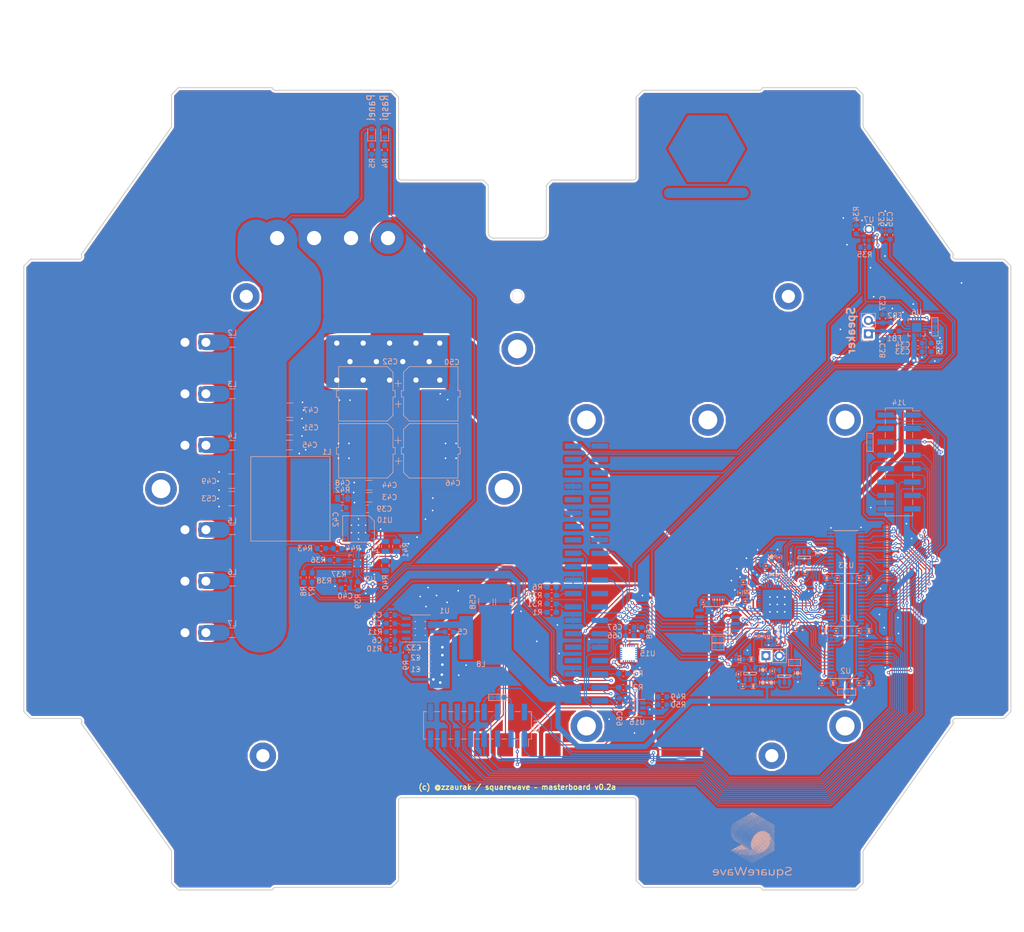
<source format=kicad_pcb>
(kicad_pcb (version 20171130) (host pcbnew "(5.0.1-3-g963ef8bb5)")
  (layers (0 F.Cu signal) (31 B.Cu signal) (34 B.Paste user) (35 F.Paste user) (36 B.SilkS user) (37 F.SilkS user) (38 B.Mask user) (39 F.Mask user) (44 Edge.Cuts user))
  (net 0 "")
  (net 1 "/FPGA Panel Driver/VCORE")
  (net 2 +1V2)
  (net 3 +3V3)
  (net 4 "/FPGA Panel Driver/iCE_SO")
  (net 5 "/FPGA Panel Driver/iCE_SI")
  (net 6 GND)
  (net 7 "/FPGA Panel Driver/FLASH_~WP~|IO2")
  (net 8 "/FPGA Panel Driver/FLASH_~HLD~|~RST~|IO3")
  (net 9 "/FPGA Panel Driver/VCCPLL")
  (net 10 "/FPGA Panel Driver/VPP_2V5")
  (net 11 "/FPGA Panel Driver/Tx_TTL|FIFO_D1")
  (net 12 "/FPGA Panel Driver/Rx_TTL|FIFO_D0")
  (net 13 "Net-(D5-PadA)")
  (net 14 /5V_switched)
  (net 15 /SDA)
  (net 16 /SCL)
  (net 17 "/Raspberry Pi/FPGA_FLASH_SS")
  (net 18 "Net-(P2-Pad8)")
  (net 19 "Net-(P2-Pad10)")
  (net 20 "Net-(P2-Pad15)")
  (net 21 "Net-(P2-Pad17)")
  (net 22 "/Raspberry Pi/Powerctrl_off")
  (net 23 "Net-(P2-Pad22)")
  (net 24 "/Raspberry Pi/FPGA_SS")
  (net 25 "Net-(P2-Pad26)")
  (net 26 "Net-(P2-Pad27)")
  (net 27 "Net-(P2-Pad28)")
  (net 28 "Net-(P2-Pad29)")
  (net 29 "Net-(P2-Pad31)")
  (net 30 "Net-(P2-Pad32)")
  (net 31 "Net-(P2-Pad33)")
  (net 32 "Net-(P2-Pad36)")
  (net 33 "Net-(P2-Pad37)")
  (net 34 /Panel_power)
  (net 35 /Power_switched)
  (net 36 "Net-(C41-Pad2)")
  (net 37 "Net-(R40-Pad2)")
  (net 38 /PanelPower/Drive_High_1)
  (net 39 /PanelPower/Drive_High_2)
  (net 40 "Net-(C42-Pad2)")
  (net 41 /PanelPower/PMBUS_SDA)
  (net 42 /PanelPower/PMBUS_SCL)
  (net 43 "Net-(J1-Pad2)")
  (net 44 "Net-(D2-Pad1)")
  (net 45 "Net-(D1-Pad1)")
  (net 46 "Net-(J1-Pad3)")
  (net 47 "Net-(J1-Pad4)")
  (net 48 "Net-(R43-Pad2)")
  (net 49 "Net-(R39-Pad2)")
  (net 50 /PanelPower/Vreg)
  (net 51 "Net-(R36-Pad1)")
  (net 52 "Net-(C5-Pad2)")
  (net 53 "Net-(R37-Pad2)")
  (net 54 /PanelPower/Alert)
  (net 55 /PanelPower/Drive_Low)
  (net 56 "Net-(C41-Pad1)")
  (net 57 "Net-(C4-Pad1)")
  (net 58 /PanelPower/Switch_Node)
  (net 59 "Net-(J7-Pad1)")
  (net 60 "Net-(J6-Pad1)")
  (net 61 "Net-(J5-Pad1)")
  (net 62 "Net-(J4-Pad1)")
  (net 63 "Net-(J3-Pad1)")
  (net 64 "Net-(J2-Pad1)")
  (net 65 "/FPGA Panel Driver/MOSI")
  (net 66 "/FPGA Panel Driver/MISO")
  (net 67 "/FPGA Panel Driver/VCCB")
  (net 68 "/FPGA Panel Driver/SCK")
  (net 69 "/FPGA Panel Driver/P1_iG1")
  (net 70 "/FPGA Panel Driver/P1_iB0")
  (net 71 "/FPGA Panel Driver/P1_iB1")
  (net 72 "/FPGA Panel Driver/P2_iR1")
  (net 73 "/FPGA Panel Driver/P2_iR0")
  (net 74 "/FPGA Panel Driver/iA0")
  (net 75 "/FPGA Panel Driver/iBLANK")
  (net 76 "/FPGA Panel Driver/iA1")
  (net 77 "/FPGA Panel Driver/iLATCH")
  (net 78 "/FPGA Panel Driver/iA2")
  (net 79 "/FPGA Panel Driver/iSCLK")
  (net 80 "/FPGA Panel Driver/iA3")
  (net 81 "/FPGA Panel Driver/iA4")
  (net 82 "/FPGA Panel Driver/P2_iG1")
  (net 83 "/FPGA Panel Driver/P2_iG0")
  (net 84 "/FPGA Panel Driver/P2_iB1")
  (net 85 "/FPGA Panel Driver/P2_iB0")
  (net 86 "/FPGA Panel Driver/CRESET")
  (net 87 "/FPGA Panel Driver/CDONE")
  (net 88 "/FPGA Panel Driver/P1_iR0")
  (net 89 "/FPGA Panel Driver/P1_iR1")
  (net 90 "/FPGA Panel Driver/P1_iG0")
  (net 91 "/FPGA Panel Driver/P1_G1x")
  (net 92 "/FPGA Panel Driver/P1_G0x")
  (net 93 "/FPGA Panel Driver/P1_R1x")
  (net 94 "/FPGA Panel Driver/P1_R0x")
  (net 95 "/FPGA Panel Driver/P1_G1")
  (net 96 "/FPGA Panel Driver/P1_R0")
  (net 97 "/FPGA Panel Driver/P1_G0")
  (net 98 "/FPGA Panel Driver/P1_R1")
  (net 99 "/FPGA Panel Driver/P1_B1")
  (net 100 "/FPGA Panel Driver/P2_R0")
  (net 101 "/FPGA Panel Driver/P1_B0")
  (net 102 "/FPGA Panel Driver/P2_R1")
  (net 103 "/FPGA Panel Driver/P1_B0x")
  (net 104 "/FPGA Panel Driver/P1_B1x")
  (net 105 "/FPGA Panel Driver/P2_R0x")
  (net 106 "/FPGA Panel Driver/P2_R1x")
  (net 107 "/FPGA Panel Driver/P2_B1x")
  (net 108 "/FPGA Panel Driver/P2_B0x")
  (net 109 "/FPGA Panel Driver/P2_G1x")
  (net 110 "/FPGA Panel Driver/P2_G0x")
  (net 111 "/FPGA Panel Driver/P2_B1")
  (net 112 "/FPGA Panel Driver/P2_G0")
  (net 113 "/FPGA Panel Driver/P2_B0")
  (net 114 "/FPGA Panel Driver/P2_G1")
  (net 115 "/FPGA Panel Driver/A0")
  (net 116 "/FPGA Panel Driver/LATCH")
  (net 117 "/FPGA Panel Driver/BLANK")
  (net 118 "/FPGA Panel Driver/A1")
  (net 119 "/FPGA Panel Driver/A4")
  (net 120 "/FPGA Panel Driver/SCLK")
  (net 121 "/FPGA Panel Driver/A3")
  (net 122 "/FPGA Panel Driver/A2")
  (net 123 "Net-(R22-Pad1)")
  (net 124 "Net-(U15-Pad7)")
  (net 125 "Net-(U15-Pad9)")
  (net 126 "Net-(C68-Pad1)")
  (net 127 "Net-(U15-Pad11)")
  (net 128 "Net-(U15-Pad12)")
  (net 129 "Net-(U15-Pad21)")
  (net 130 "Net-(C6-Pad1)")
  (net 131 "Net-(R9-Pad1)")
  (net 132 "Net-(R49-Pad2)")
  (net 133 "Net-(C3-Pad1)")
  (net 134 "Net-(C5-Pad1)")
  (net 135 "Net-(J13-Pad4)")
  (net 136 "Net-(J14-Pad4)")
  (net 137 "Net-(U17-Pad2)")
  (net 138 "/FPGA Panel Driver/12MHz_Clock")
  (net 139 "Net-(C27-Pad1)")
  (net 140 "Net-(C14-Pad1)")
  (net 141 "Net-(C20-Pad1)")
  (net 142 "Net-(U4-Pad10)")
  (net 143 "Net-(U4-Pad18)")
  (net 144 "Net-(U4-Pad19)")
  (net 145 "Net-(U4-Pad20)")
  (net 146 "Net-(U4-Pad21)")
  (net 147 "Net-(U4-Pad37)")
  (net 148 "Net-(U4-Pad39)")
  (net 149 "Net-(U4-Pad40)")
  (net 150 "Net-(U4-Pad41)")
  (net 151 "Net-(R21-Pad1)")
  (net 152 "Net-(R15-Pad1)")
  (net 153 "Net-(R17-Pad1)")
  (net 154 "Net-(R27-Pad1)")
  (net 155 "Net-(R26-Pad2)")
  (net 156 "/Raspberry Pi/Shutdown_BTN")
  (net 157 "Net-(J1-Pad5)")
  (net 158 "Net-(U2-Pad15)")
  (net 159 "Net-(U2-Pad9)")
  (net 160 "/FPGA Panel Driver/P1_A1x")
  (net 161 "/FPGA Panel Driver/P1_LATCHx")
  (net 162 "/FPGA Panel Driver/P2_A0x")
  (net 163 "/FPGA Panel Driver/P1_A0x")
  (net 164 "/FPGA Panel Driver/P2_A2x")
  (net 165 "/FPGA Panel Driver/P1_A2x")
  (net 166 "/FPGA Panel Driver/P1_SCLKx")
  (net 167 "/FPGA Panel Driver/P2_A1x")
  (net 168 "/FPGA Panel Driver/P1_A3x")
  (net 169 "/FPGA Panel Driver/P2_A3x")
  (net 170 "/FPGA Panel Driver/P1_A4x")
  (net 171 "/FPGA Panel Driver/P2_A4x")
  (net 172 "/FPGA Panel Driver/P1_BLANKx")
  (net 173 "/FPGA Panel Driver/P2_LATCHx")
  (net 174 "/FPGA Panel Driver/P2_BLANKx")
  (net 175 "Net-(R19-Pad5)")
  (net 176 "Net-(R19-Pad3)")
  (net 177 "Net-(R13-Pad5)")
  (net 178 "/FPGA Panel Driver/P2_SCLKx")
  (net 179 "Net-(J14-Pad8)")
  (net 180 "Net-(J13-Pad8)")
  (net 181 "Net-(R30-Pad1)")
  (net 182 GNDA)
  (net 183 "Net-(J17-Pad2)")
  (net 184 "/Digital Audio/3V3")
  (net 185 "/Digital Audio/BCLK")
  (net 186 "/Digital Audio/LRCLK")
  (net 187 "/Digital Audio/DIN")
  (net 188 "/Digital Audio/DOUT")
  (net 189 "Net-(R34-Pad1)")
  (net 190 "Net-(R35-Pad2)")
  (net 191 "Net-(R33-Pad1)")
  (net 192 "Net-(FB1-Pad2)")
  (net 193 "Net-(FB2-Pad2)")
  (net 194 "Net-(C38-Pad1)")
  (net 195 "Net-(C37-Pad1)")
  (module kiss:batt_snap (layer B.Cu) (at 108 63 180)
    (fp_text reference H1 hide)
    (fp_text value BattSnap)
    (pad ~ thru_hole circle (at 0 10 180) (size 2 2) (drill 2) (layers *.Cu *.Mask))
    (pad ~ thru_hole circle (at 0 0 180) (size 6 6) (drill 3.55) (layers *.Cu *.Mask))
  )
  (module kiss:raspberrypi_connector_mounting (layer B.Cu) (at 173.6 137.95 180)
    (fp_text reference P2 hide)
    (fp_text value CONN_02X20)
    (pad ~ thru_hole circle (at 29.5 61.5 180) (size 6 6) (drill 3.55) (layers *.Cu *.Mask))
    (pad ~ thru_hole circle (at 52.5 61.5 180) (size 6 6) (drill 3.55) (layers *.Cu *.Mask))
    (pad ~ thru_hole circle (at 3.5 61.5 180) (size 6 6) (drill 3.55) (layers *.Cu *.Mask))
    (pad ~ thru_hole circle (at 52.5 3.5 180) (size 6 6) (drill 3.55) (layers *.Cu *.Mask))
    (pad ~ thru_hole circle (at 3.5 3.5 180) (size 6 6) (drill 3.55) (layers *.Cu *.Mask))
    (pad 40 smd rect (at 55.038001 56.561274) (size 3.15 1) (layers B.Cu B.Paste B.Mask) (net 188 "/Digital Audio/DOUT"))
    (pad 39 smd rect (at 49.988001 56.561274) (size 3.15 1) (layers B.Cu B.Paste B.Mask) (net 6 GND))
    (pad 38 smd rect (at 55.038001 54.021274) (size 3.15 1) (layers B.Cu B.Paste B.Mask) (net 187 "/Digital Audio/DIN"))
    (pad 37 smd rect (at 49.988001 54.021274) (size 3.15 1) (layers B.Cu B.Paste B.Mask) (net 33 "Net-(P2-Pad37)"))
    (pad 36 smd rect (at 55.038001 51.481274) (size 3.15 1) (layers B.Cu B.Paste B.Mask) (net 32 "Net-(P2-Pad36)"))
    (pad 35 smd rect (at 49.988001 51.481274) (size 3.15 1) (layers B.Cu B.Paste B.Mask) (net 186 "/Digital Audio/LRCLK"))
    (pad 34 smd rect (at 55.038001 48.941274) (size 3.15 1) (layers B.Cu B.Paste B.Mask) (net 6 GND))
    (pad 33 smd rect (at 49.988001 48.941274) (size 3.15 1) (layers B.Cu B.Paste B.Mask) (net 31 "Net-(P2-Pad33)"))
    (pad 32 smd rect (at 55.038001 46.401274) (size 3.15 1) (layers B.Cu B.Paste B.Mask) (net 30 "Net-(P2-Pad32)"))
    (pad 31 smd rect (at 49.988001 46.401274) (size 3.15 1) (layers B.Cu B.Paste B.Mask) (net 29 "Net-(P2-Pad31)"))
    (pad 30 smd rect (at 55.038001 43.861274) (size 3.15 1) (layers B.Cu B.Paste B.Mask) (net 6 GND))
    (pad 29 smd rect (at 49.988001 43.861274) (size 3.15 1) (layers B.Cu B.Paste B.Mask) (net 28 "Net-(P2-Pad29)"))
    (pad 28 smd rect (at 55.038001 41.321274) (size 3.15 1) (layers B.Cu B.Paste B.Mask) (net 27 "Net-(P2-Pad28)"))
    (pad 27 smd rect (at 49.988001 41.321274) (size 3.15 1) (layers B.Cu B.Paste B.Mask) (net 26 "Net-(P2-Pad27)"))
    (pad 26 smd rect (at 55.038001 38.781274) (size 3.15 1) (layers B.Cu B.Paste B.Mask) (net 25 "Net-(P2-Pad26)"))
    (pad 25 smd rect (at 49.988001 38.781274) (size 3.15 1) (layers B.Cu B.Paste B.Mask) (net 6 GND))
    (pad 24 smd rect (at 55.038001 36.241274) (size 3.15 1) (layers B.Cu B.Paste B.Mask) (net 24 "/Raspberry Pi/FPGA_SS"))
    (pad 23 smd rect (at 49.988001 36.241274) (size 3.15 1) (layers B.Cu B.Paste B.Mask) (net 68 "/FPGA Panel Driver/SCK"))
    (pad 22 smd rect (at 55.038001 33.701274) (size 3.15 1) (layers B.Cu B.Paste B.Mask) (net 23 "Net-(P2-Pad22)"))
    (pad 21 smd rect (at 49.988001 33.701274) (size 3.15 1) (layers B.Cu B.Paste B.Mask) (net 66 "/FPGA Panel Driver/MISO"))
    (pad 20 smd rect (at 55.038001 31.161274) (size 3.15 1) (layers B.Cu B.Paste B.Mask) (net 6 GND))
    (pad 19 smd rect (at 49.988001 31.161274) (size 3.15 1) (layers B.Cu B.Paste B.Mask) (net 65 "/FPGA Panel Driver/MOSI"))
    (pad 18 smd rect (at 55.038001 28.621274) (size 3.15 1) (layers B.Cu B.Paste B.Mask) (net 22 "/Raspberry Pi/Powerctrl_off"))
    (pad 17 smd rect (at 49.988001 28.621274) (size 3.15 1) (layers B.Cu B.Paste B.Mask) (net 21 "Net-(P2-Pad17)"))
    (pad 16 smd rect (at 55.038001 26.081274) (size 3.15 1) (layers B.Cu B.Paste B.Mask) (net 156 "/Raspberry Pi/Shutdown_BTN"))
    (pad 15 smd rect (at 49.988001 26.081274) (size 3.15 1) (layers B.Cu B.Paste B.Mask) (net 20 "Net-(P2-Pad15)"))
    (pad 14 smd rect (at 55.038001 23.541274) (size 3.15 1) (layers B.Cu B.Paste B.Mask) (net 6 GND))
    (pad 13 smd rect (at 49.988001 23.541274) (size 3.15 1) (layers B.Cu B.Paste B.Mask) (net 86 "/FPGA Panel Driver/CRESET"))
    (pad 12 smd rect (at 55.038001 21.001274) (size 3.15 1) (layers B.Cu B.Paste B.Mask) (net 185 "/Digital Audio/BCLK"))
    (pad 11 smd rect (at 49.988001 21.001274) (size 3.15 1) (layers B.Cu B.Paste B.Mask) (net 87 "/FPGA Panel Driver/CDONE"))
    (pad 10 smd rect (at 55.038001 18.461274) (size 3.15 1) (layers B.Cu B.Paste B.Mask) (net 19 "Net-(P2-Pad10)"))
    (pad 9 smd rect (at 49.988001 18.461274) (size 3.15 1) (layers B.Cu B.Paste B.Mask) (net 6 GND))
    (pad 8 smd rect (at 55.038001 15.921274) (size 3.15 1) (layers B.Cu B.Paste B.Mask) (net 18 "Net-(P2-Pad8)"))
    (pad 7 smd rect (at 49.988001 15.921274) (size 3.15 1) (layers B.Cu B.Paste B.Mask) (net 17 "/Raspberry Pi/FPGA_FLASH_SS"))
    (pad 6 smd rect (at 55.038001 13.381274) (size 3.15 1) (layers B.Cu B.Paste B.Mask) (net 6 GND))
    (pad 5 smd rect (at 49.988001 13.381274) (size 3.15 1) (layers B.Cu B.Paste B.Mask) (net 16 /SCL))
    (pad 4 smd rect (at 55.038001 10.841274) (size 3.15 1) (layers B.Cu B.Paste B.Mask) (net 14 /5V_switched))
    (pad 3 smd rect (at 49.973001 10.841274) (size 3.15 1) (layers B.Cu B.Paste B.Mask) (net 15 /SDA))
    (pad 2 smd rect (at 55.038001 8.301274) (size 3.15 1) (layers B.Cu B.Paste B.Mask) (net 14 /5V_switched))
    (pad 1 smd rect (at 49.988001 8.301274) (size 3.15 1) (layers B.Cu B.Paste B.Mask) (net 184 "/Digital Audio/3V3"))
  )
  (module kiss:JST_VH_B2P-VH_1x02_P3.96mm_Vertical (layer B.Cu) (at 49 116.75 180)
    (fp_text reference J7 hide)
    (fp_text value Conn_01x02)
    (pad 2 thru_hole circle (at 3.96 0 180) (size 2.7 2.7) (drill 1.7) (layers *.Cu *.Mask) (net 6 GND))
    (pad 1 thru_hole roundrect (at 0 0 180) (size 2.7 2.7) (drill 1.7) (layers *.Cu *.Mask) (roundrect_rratio 0.09259299999999999) (net 59 "Net-(J7-Pad1)"))
  )
  (module kiss:JST_VH_B2P-VH_1x02_P3.96mm_Vertical (layer B.Cu) (at 49 107 180)
    (fp_text reference J6 hide)
    (fp_text value Conn_01x02)
    (pad 1 thru_hole roundrect (at 0 0 180) (size 2.7 2.7) (drill 1.7) (layers *.Cu *.Mask) (roundrect_rratio 0.09259299999999999) (net 60 "Net-(J6-Pad1)"))
    (pad 2 thru_hole circle (at 3.96 0 180) (size 2.7 2.7) (drill 1.7) (layers *.Cu *.Mask) (net 6 GND))
  )
  (module kiss:JST_VH_B2P-VH_1x02_P3.96mm_Vertical (layer B.Cu) (at 49 97.25 180)
    (fp_text reference J5 hide)
    (fp_text value Conn_01x02)
    (pad 2 thru_hole circle (at 3.96 0 180) (size 2.7 2.7) (drill 1.7) (layers *.Cu *.Mask) (net 6 GND))
    (pad 1 thru_hole roundrect (at 0 0 180) (size 2.7 2.7) (drill 1.7) (layers *.Cu *.Mask) (roundrect_rratio 0.09259299999999999) (net 61 "Net-(J5-Pad1)"))
  )
  (module kiss:JST_VH_B2P-VH_1x02_P3.96mm_Vertical (layer B.Cu) (at 49 81.25 180)
    (fp_text reference J4 hide)
    (fp_text value Conn_01x02)
    (pad 1 thru_hole roundrect (at 0 0 180) (size 2.7 2.7) (drill 1.7) (layers *.Cu *.Mask) (roundrect_rratio 0.09259299999999999) (net 62 "Net-(J4-Pad1)"))
    (pad 2 thru_hole circle (at 3.96 0 180) (size 2.7 2.7) (drill 1.7) (layers *.Cu *.Mask) (net 6 GND))
  )
  (module kiss:JST_VH_B2P-VH_1x02_P3.96mm_Vertical (layer B.Cu) (at 49 71.5 180)
    (fp_text reference J3 hide)
    (fp_text value Conn_01x02)
    (pad 2 thru_hole circle (at 3.96 0 180) (size 2.7 2.7) (drill 1.7) (layers *.Cu *.Mask) (net 6 GND))
    (pad 1 thru_hole roundrect (at 0 0 180) (size 2.7 2.7) (drill 1.7) (layers *.Cu *.Mask) (roundrect_rratio 0.09259299999999999) (net 63 "Net-(J3-Pad1)"))
  )
  (module kiss:JST_VH_B2P-VH_1x02_P3.96mm_Vertical (layer B.Cu) (at 49 61.75 180)
    (fp_text reference J2 hide)
    (fp_text value Conn_01x02)
    (pad 1 thru_hole roundrect (at 0 0 180) (size 2.7 2.7) (drill 1.7) (layers *.Cu *.Mask) (roundrect_rratio 0.09259299999999999) (net 64 "Net-(J2-Pad1)"))
    (pad 2 thru_hole circle (at 3.96 0 180) (size 2.7 2.7) (drill 1.7) (layers *.Cu *.Mask) (net 6 GND))
  )
  (module logos:Logo_Dot_15mm_Text_Mask (layer B.Cu) (at 143.8 26.6 180)
    (fp_text reference LG1 hide)
    (fp_text value Logo_DOT1 hide)
    (pad ~ smd roundrect (at 0 -6.85 180) (size 16 1.9) (layers B.Cu) (roundrect_rratio 0.5))
    (pad ~ smd custom (at -3.75 7.75 180) (size 0.1 0.1) (layers B.Cu) (options (clearance outline) (anchor circle)) (primitives (gr_poly (pts (xy 0 0) (xy 7.2 0) (xy 10.9 -6.23) (xy 7.24 -12.43) (xy 0 -12.43) (xy -3.54 -6.23)) (width 0.2))))
  )
  (module logos:Logo_Squarewave_Text_15mm_Silks (layer B.Cu) (at 152.5 157 180)
    (fp_text reference LG2 hide)
    (fp_text value Logo_Squarewave hide)
  )
  (module kiss:SPH0645LM4H (layer B.Cu) (at 174.6 40.974)
    (fp_text reference U7 (at 0 -2.474) (layer B.SilkS) (effects (justify mirror)))
    (fp_text value SPH0645LM4H)
    (pad 6 smd rect (at 0 1.4) (size 0.6 0.522) (layers B.Cu B.Paste B.Mask) (net 190 "Net-(R35-Pad2)"))
    (pad 5 smd rect (at 0.9 1.4) (size 0.6 0.522) (layers B.Cu B.Paste B.Mask) (net 184 "/Digital Audio/3V3"))
    (pad 4 smd rect (at 0.9 0.578) (size 0.6 0.522) (layers B.Cu B.Paste B.Mask) (net 185 "/Digital Audio/BCLK"))
    (pad 3 thru_hole circle (at 0 -0.674) (size 1.624 1.624) (drill 1.024) (layers *.Cu *.Mask) (net 6 GND))
    (pad 2 smd rect (at -0.9 0.578) (size 0.6 0.522) (layers B.Cu B.Paste B.Mask) (net 189 "Net-(R34-Pad1)"))
    (pad 1 smd rect (at -0.9 1.4) (size 0.6 0.522) (layers B.Cu B.Paste B.Mask) (net 186 "/Digital Audio/LRCLK"))
  )
  (module Capacitor_SMD:C_0603_1608Metric (layer B.Cu) (at 183.9 63.5)
    (fp_text reference C33 (at -2.9 0) (layer B.SilkS) (effects (justify mirror)))
    (fp_text value 10uF)
    (pad 2 smd roundrect (at 0.7875 0) (size 0.875 0.95) (layers B.Cu B.Paste B.Mask) (net 6 GND))
    (pad 1 smd roundrect (at -0.7875 0) (size 0.875 0.95) (layers B.Cu B.Paste B.Mask) (net 14 /5V_switched))
  )
  (module Capacitor_SMD:C_0603_1608Metric (layer B.Cu) (at 183.9 61.9)
    (fp_text reference C34 (at -2.9 0.3) (layer B.SilkS) (effects (justify mirror)))
    (fp_text value 100nF)
    (pad 1 smd roundrect (at -0.7875 0) (size 0.875 0.95) (layers B.Cu B.Paste B.Mask) (net 14 /5V_switched))
    (pad 2 smd roundrect (at 0.7875 0) (size 0.875 0.95) (layers B.Cu B.Paste B.Mask) (net 6 GND))
  )
  (module Capacitor_SMD:C_0603_1608Metric (layer B.Cu) (at 178.6 41.4 90)
    (fp_text reference C35 (at 3 0 90) (layer B.SilkS) (effects (justify mirror)))
    (fp_text value 1uF)
    (pad 2 smd roundrect (at 0.7875 0 90) (size 0.875 0.95) (layers B.Cu B.Paste B.Mask) (net 6 GND))
    (pad 1 smd roundrect (at -0.7875 0 90) (size 0.875 0.95) (layers B.Cu B.Paste B.Mask) (net 184 "/Digital Audio/3V3"))
  )
  (module Capacitor_SMD:C_0603_1608Metric (layer B.Cu) (at 177 41.4 90)
    (fp_text reference C36 (at 3 0 90) (layer B.SilkS) (effects (justify mirror)))
    (fp_text value 220pF)
    (pad 1 smd roundrect (at -0.7875 0 90) (size 0.875 0.95) (layers B.Cu B.Paste B.Mask) (net 184 "/Digital Audio/3V3"))
    (pad 2 smd roundrect (at 0.7875 0 90) (size 0.875 0.95) (layers B.Cu B.Paste B.Mask) (net 6 GND))
  )
  (module Capacitor_SMD:C_0603_1608Metric (layer B.Cu) (at 177.2 57.25 90)
    (fp_text reference C37 (at 2.95 0 90) (layer B.SilkS) (effects (justify mirror)))
    (fp_text value 220pF)
    (pad 2 smd roundrect (at 0.7875 0 90) (size 0.875 0.95) (layers B.Cu B.Paste B.Mask) (net 6 GND))
    (pad 1 smd roundrect (at -0.7875 0 90) (size 0.875 0.95) (layers B.Cu B.Paste B.Mask) (net 195 "Net-(C37-Pad1)"))
  )
  (module Capacitor_SMD:C_0603_1608Metric (layer B.Cu) (at 177.2 60.35 270)
    (fp_text reference C38 (at 2.95 0 270) (layer B.SilkS) (effects (justify mirror)))
    (fp_text value 220pF)
    (pad 1 smd roundrect (at -0.7875 0 270) (size 0.875 0.95) (layers B.Cu B.Paste B.Mask) (net 194 "Net-(C38-Pad1)"))
    (pad 2 smd roundrect (at 0.7875 0 270) (size 0.875 0.95) (layers B.Cu B.Paste B.Mask) (net 6 GND))
  )
  (module Connector_PinHeader_2.54mm:PinHeader_1x02_P2.54mm_Vertical (layer B.Cu) (at 174.5 60.14)
    (fp_text reference J18 hide)
    (fp_text value Speaker)
    (pad 1 thru_hole rect (at 0 0) (size 1.7 1.7) (drill 1) (layers *.Cu *.Mask) (net 194 "Net-(C38-Pad1)"))
    (pad 2 thru_hole oval (at 0 -2.54) (size 1.7 1.7) (drill 1) (layers *.Cu *.Mask) (net 195 "Net-(C37-Pad1)"))
  )
  (module Inductor_SMD:L_0603_1608Metric (layer B.Cu) (at 179.5 58)
    (fp_text reference FB2 (at 0 -1.3) (layer B.SilkS) (effects (justify mirror)))
    (fp_text value Ferrite_Bead_Small)
    (pad 2 smd roundrect (at 0.7875 0) (size 0.875 0.95) (layers B.Cu B.Paste B.Mask) (net 193 "Net-(FB2-Pad2)"))
    (pad 1 smd roundrect (at -0.7875 0) (size 0.875 0.95) (layers B.Cu B.Paste B.Mask) (net 195 "Net-(C37-Pad1)"))
  )
  (module Inductor_SMD:L_0603_1608Metric (layer B.Cu) (at 179.5 59.6)
    (fp_text reference FB1 (at -0.1 1.4) (layer B.SilkS) (effects (justify mirror)))
    (fp_text value Ferrite_Bead_Small)
    (pad 1 smd roundrect (at -0.7875 0) (size 0.875 0.95) (layers B.Cu B.Paste B.Mask) (net 194 "Net-(C38-Pad1)"))
    (pad 2 smd roundrect (at 0.7875 0) (size 0.875 0.95) (layers B.Cu B.Paste B.Mask) (net 192 "Net-(FB1-Pad2)"))
  )
  (module Package_DFN_QFN:QFN-16-1EP_3x3mm_P0.5mm_EP1.8x1.8mm (layer B.Cu) (at 183.65 58.925 180)
    (fp_text reference U6 (at 0 2.85 180) (layer B.SilkS) (effects (justify mirror)))
    (fp_text value MAX98357)
    (pad 1 smd oval (at -1.475 0.75 180) (size 0.75 0.3) (layers B.Cu B.Paste B.Mask) (net 187 "/Digital Audio/DIN"))
    (pad 2 smd oval (at -1.475 0.25 180) (size 0.75 0.3) (layers B.Cu B.Paste B.Mask) (net 183 "Net-(J17-Pad2)"))
    (pad 3 smd oval (at -1.475 -0.25 180) (size 0.75 0.3) (layers B.Cu B.Paste B.Mask) (net 6 GND))
    (pad 4 smd oval (at -1.475 -0.75 180) (size 0.75 0.3) (layers B.Cu B.Paste B.Mask) (net 191 "Net-(R33-Pad1)"))
    (pad 5 smd oval (at -0.75 -1.475 90) (size 0.75 0.3) (layers B.Cu B.Paste B.Mask))
    (pad 6 smd oval (at -0.25 -1.475 90) (size 0.75 0.3) (layers B.Cu B.Paste B.Mask))
    (pad 7 smd oval (at 0.25 -1.475 90) (size 0.75 0.3) (layers B.Cu B.Paste B.Mask) (net 14 /5V_switched))
    (pad 8 smd oval (at 0.75 -1.475 90) (size 0.75 0.3) (layers B.Cu B.Paste B.Mask) (net 14 /5V_switched))
    (pad 9 smd oval (at 1.475 -0.75 180) (size 0.75 0.3) (layers B.Cu B.Paste B.Mask) (net 192 "Net-(FB1-Pad2)"))
    (pad 10 smd oval (at 1.475 -0.25 180) (size 0.75 0.3) (layers B.Cu B.Paste B.Mask) (net 193 "Net-(FB2-Pad2)"))
    (pad 11 smd oval (at 1.475 0.25 180) (size 0.75 0.3) (layers B.Cu B.Paste B.Mask) (net 6 GND))
    (pad 12 smd oval (at 1.475 0.75 180) (size 0.75 0.3) (layers B.Cu B.Paste B.Mask))
    (pad 13 smd oval (at 0.75 1.475 90) (size 0.75 0.3) (layers B.Cu B.Paste B.Mask))
    (pad 14 smd oval (at 0.25 1.475 90) (size 0.75 0.3) (layers B.Cu B.Paste B.Mask) (net 186 "/Digital Audio/LRCLK"))
    (pad 15 smd oval (at -0.25 1.475 90) (size 0.75 0.3) (layers B.Cu B.Paste B.Mask) (net 6 GND))
    (pad 16 smd oval (at -0.75 1.475 90) (size 0.75 0.3) (layers B.Cu B.Paste B.Mask) (net 185 "/Digital Audio/BCLK"))
    (pad 17 smd rect (at 0 0 180) (size 1.8 1.8) (layers B.Cu B.Mask))
  )
  (module Resistor_SMD:R_0603_1608Metric (layer B.Cu) (at 172.2 40.4 90)
    (fp_text reference R34 (at 3 0 90) (layer B.SilkS) (effects (justify mirror)))
    (fp_text value 10K)
    (pad 1 smd roundrect (at -0.7875 0 90) (size 0.875 0.95) (layers B.Cu B.Paste B.Mask) (net 189 "Net-(R34-Pad1)"))
    (pad 2 smd roundrect (at 0.7875 0 90) (size 0.875 0.95) (layers B.Cu B.Paste B.Mask) (net 6 GND))
  )
  (module Resistor_SMD:R_0603_1608Metric (layer B.Cu) (at 186.4 62.7 270)
    (fp_text reference R33 (at 0 -1.6 270) (layer B.SilkS) (effects (justify mirror)))
    (fp_text value R)
    (pad 2 smd roundrect (at 0.7875 0 270) (size 0.875 0.95) (layers B.Cu B.Paste B.Mask) (net 14 /5V_switched))
    (pad 1 smd roundrect (at -0.7875 0 270) (size 0.875 0.95) (layers B.Cu B.Paste B.Mask) (net 191 "Net-(R33-Pad1)"))
  )
  (module Resistor_SMD:R_0603_1608Metric (layer B.Cu) (at 173.8 43.7)
    (fp_text reference R35 (at 0 1.43) (layer B.SilkS) (effects (justify mirror)))
    (fp_text value 68)
    (pad 1 smd roundrect (at -0.7875 0) (size 0.875 0.95) (layers B.Cu B.Paste B.Mask) (net 188 "/Digital Audio/DOUT"))
    (pad 2 smd roundrect (at 0.7875 0) (size 0.875 0.95) (layers B.Cu B.Paste B.Mask) (net 190 "Net-(R35-Pad2)"))
  )
  (module pkl_jumpers:J_NCNO_0903_30 (layer B.Cu) (at 187.1 58.8 90)
    (fp_text reference J17)
    (fp_text value gain_jumper)
    (fp_line (start -0.775 0) (end -0.375 0) (layer B.Cu) (width 0.3))
    (pad 1 smd roundrect (at -1.15 0 90) (size 0.95 0.9) (layers B.Cu B.Mask) (net 6 GND))
    (pad 2 smd roundrect (at 0 0 90) (size 0.95 0.9) (layers B.Cu B.Mask) (net 183 "Net-(J17-Pad2)"))
    (pad 3 smd roundrect (at 1.15 0 90) (size 0.95 0.9) (layers B.Cu B.Mask) (net 14 /5V_switched))
  )
  (module Resistor_SMD:R_0603_1608Metric_Pad1.05x0.95mm_HandSolder (layer B.Cu) (at 114.5 111.3 180)
    (fp_text reference R31 (at 3.2 0 180) (layer B.SilkS) (effects (justify mirror)))
    (fp_text value 100k)
    (pad 2 smd roundrect (at 0.875 0 180) (size 1.05 0.95) (layers B.Cu B.Paste B.Mask) (net 184 "/Digital Audio/3V3"))
    (pad 1 smd roundrect (at -0.875 0 180) (size 1.05 0.95) (layers B.Cu B.Paste B.Mask) (net 156 "/Raspberry Pi/Shutdown_BTN"))
  )
  (module Resistor_SMD:R_0603_1608Metric_Pad1.05x0.95mm_HandSolder (layer B.Cu) (at 114.5 109.7 180)
    (fp_text reference R32 (at 3.2 0 180) (layer B.SilkS) (effects (justify mirror)))
    (fp_text value 100k)
    (pad 1 smd roundrect (at -0.875 0 180) (size 1.05 0.95) (layers B.Cu B.Paste B.Mask) (net 22 "/Raspberry Pi/Powerctrl_off"))
    (pad 2 smd roundrect (at 0.875 0 180) (size 1.05 0.95) (layers B.Cu B.Paste B.Mask) (net 184 "/Digital Audio/3V3"))
  )
  (module Capacitor_SMD:C_0603_1608Metric (layer B.Cu) (at 91.4 119.6 180)
    (fp_text reference C32 (at 3 0 180) (layer B.SilkS) (effects (justify mirror)))
    (fp_text value 100nF)
    (pad 1 smd roundrect (at -0.7875 0 180) (size 0.875 0.95) (layers B.Cu B.Paste B.Mask) (net 35 /Power_switched))
    (pad 2 smd roundrect (at 0.7875 0 180) (size 0.875 0.95) (layers B.Cu B.Paste B.Mask) (net 6 GND))
  )
  (module NetTie:NetTie-2_SMD_Pad0.5mm (layer B.Cu) (at 84.1 112.3)
    (fp_text reference NT1 hide)
    (fp_text value Net-Tie_2)
    (fp_poly (pts (xy -0.5 0.25) (xy 0.5 0.25) (xy 0.5 -0.25) (xy -0.5 -0.25)) (layer B.Cu) (width 0))
    (pad 1 smd circle (at -0.5 0) (size 0.5 0.5) (layers B.Cu) (net 182 GNDA))
    (pad 2 smd circle (at 0.5 0) (size 0.5 0.5) (layers B.Cu) (net 6 GND))
  )
  (module pkl_dipol:R_0402 (layer B.Cu) (at 164.9 101.7 270)
    (fp_text reference R30)
    (fp_text value 10k)
    (pad 2 smd roundrect (at 0.5 0 270) (size 0.5 0.6) (layers B.Cu B.Paste B.Mask) (net 3 +3V3))
    (pad 1 smd roundrect (at -0.5 0 270) (size 0.5 0.6) (layers B.Cu B.Paste B.Mask) (net 181 "Net-(R30-Pad1)"))
  )
  (module pkl_dipol:R_Array_Convex_4x0402 (layer B.Cu) (at 178.05 118.7)
    (fp_text reference R13)
    (fp_text value 33E)
    (pad 8 smd roundrect (at 0.5 -0.85) (size 0.5 0.5) (layers B.Cu B.Paste B.Mask) (net 105 "/FPGA Panel Driver/P2_R0x"))
    (pad 6 smd roundrect (at 0.5 -0.25) (size 0.5 0.3) (layers B.Cu B.Paste B.Mask) (net 178 "/FPGA Panel Driver/P2_SCLKx"))
    (pad 4 smd roundrect (at 0.5 0.25) (size 0.5 0.3) (layers B.Cu B.Paste B.Mask) (net 104 "/FPGA Panel Driver/P1_B1x"))
    (pad 2 smd roundrect (at 0.5 0.85) (size 0.5 0.5) (layers B.Cu B.Paste B.Mask) (net 103 "/FPGA Panel Driver/P1_B0x"))
    (pad 7 smd roundrect (at -0.5 -0.85) (size 0.5 0.5) (layers B.Cu B.Paste B.Mask) (net 100 "/FPGA Panel Driver/P2_R0"))
    (pad 1 smd roundrect (at -0.5 0.85) (size 0.5 0.5) (layers B.Cu B.Paste B.Mask) (net 101 "/FPGA Panel Driver/P1_B0"))
    (pad 5 smd roundrect (at -0.5 -0.25) (size 0.5 0.3) (layers B.Cu B.Paste B.Mask) (net 177 "Net-(R13-Pad5)"))
    (pad 3 smd roundrect (at -0.5 0.25) (size 0.5 0.3) (layers B.Cu B.Paste B.Mask) (net 99 "/FPGA Panel Driver/P1_B1"))
  )
  (module pkl_dipol:R_Array_Convex_4x0402 (layer B.Cu) (at 178.05 121.5)
    (fp_text reference R12)
    (fp_text value 33E)
    (pad 8 smd roundrect (at 0.5 -0.85) (size 0.5 0.5) (layers B.Cu B.Paste B.Mask) (net 91 "/FPGA Panel Driver/P1_G1x"))
    (pad 6 smd roundrect (at 0.5 -0.25) (size 0.5 0.3) (layers B.Cu B.Paste B.Mask) (net 92 "/FPGA Panel Driver/P1_G0x"))
    (pad 4 smd roundrect (at 0.5 0.25) (size 0.5 0.3) (layers B.Cu B.Paste B.Mask) (net 93 "/FPGA Panel Driver/P1_R1x"))
    (pad 2 smd roundrect (at 0.5 0.85) (size 0.5 0.5) (layers B.Cu B.Paste B.Mask) (net 94 "/FPGA Panel Driver/P1_R0x"))
    (pad 7 smd roundrect (at -0.5 -0.85) (size 0.5 0.5) (layers B.Cu B.Paste B.Mask) (net 95 "/FPGA Panel Driver/P1_G1"))
    (pad 1 smd roundrect (at -0.5 0.85) (size 0.5 0.5) (layers B.Cu B.Paste B.Mask) (net 96 "/FPGA Panel Driver/P1_R0"))
    (pad 5 smd roundrect (at -0.5 -0.25) (size 0.5 0.3) (layers B.Cu B.Paste B.Mask) (net 97 "/FPGA Panel Driver/P1_G0"))
    (pad 3 smd roundrect (at -0.5 0.25) (size 0.5 0.3) (layers B.Cu B.Paste B.Mask) (net 98 "/FPGA Panel Driver/P1_R1"))
  )
  (module pkl_dipol:R_Array_Convex_4x0402 (layer B.Cu) (at 178.05 97.6)
    (fp_text reference R29)
    (fp_text value 33E)
    (pad 8 smd roundrect (at 0.5 -0.85) (size 0.5 0.5) (layers B.Cu B.Paste B.Mask) (net 171 "/FPGA Panel Driver/P2_A4x"))
    (pad 6 smd roundrect (at 0.5 -0.25) (size 0.5 0.3) (layers B.Cu B.Paste B.Mask) (net 170 "/FPGA Panel Driver/P1_A4x"))
    (pad 4 smd roundrect (at 0.5 0.25) (size 0.5 0.3) (layers B.Cu B.Paste B.Mask) (net 169 "/FPGA Panel Driver/P2_A3x"))
    (pad 2 smd roundrect (at 0.5 0.85) (size 0.5 0.5) (layers B.Cu B.Paste B.Mask) (net 168 "/FPGA Panel Driver/P1_A3x"))
    (pad 7 smd roundrect (at -0.5 -0.85) (size 0.5 0.5) (layers B.Cu B.Paste B.Mask) (net 119 "/FPGA Panel Driver/A4"))
    (pad 1 smd roundrect (at -0.5 0.85) (size 0.5 0.5) (layers B.Cu B.Paste B.Mask) (net 121 "/FPGA Panel Driver/A3"))
    (pad 5 smd roundrect (at -0.5 -0.25) (size 0.5 0.3) (layers B.Cu B.Paste B.Mask) (net 119 "/FPGA Panel Driver/A4"))
    (pad 3 smd roundrect (at -0.5 0.25) (size 0.5 0.3) (layers B.Cu B.Paste B.Mask) (net 121 "/FPGA Panel Driver/A3"))
  )
  (module Connector_PinHeader_2.54mm:PinHeader_2x01_P2.54mm_Vertical (layer B.Cu) (at 155.1 121.1)
    (fp_text reference J10 hide)
    (fp_text value CRESET)
    (pad 2 thru_hole oval (at 2.54 0) (size 1.7 1.7) (drill 1) (layers *.Cu *.Mask) (net 6 GND))
    (pad 1 thru_hole rect (at 0 0) (size 1.7 1.7) (drill 1) (layers *.Cu *.Mask) (net 86 "/FPGA Panel Driver/CRESET"))
  )
  (module Package_SO:TSSOP-24_4.4x7.8mm_P0.65mm (layer B.Cu) (at 170.25 121.35)
    (fp_text reference U2 (at -0.05 2.65) (layer B.SilkS) (effects (justify mirror)))
    (fp_text value SN74LVC8T245)
    (pad 24 smd rect (at 2.85 3.575) (size 1.1 0.4) (layers B.Cu B.Paste B.Mask) (net 67 "/FPGA Panel Driver/VCCB"))
    (pad 23 smd rect (at 2.85 2.925) (size 1.1 0.4) (layers B.Cu B.Paste B.Mask) (net 67 "/FPGA Panel Driver/VCCB"))
    (pad 22 smd rect (at 2.85 2.275) (size 1.1 0.4) (layers B.Cu B.Paste B.Mask) (net 153 "Net-(R17-Pad1)"))
    (pad 21 smd rect (at 2.85 1.625) (size 1.1 0.4) (layers B.Cu B.Paste B.Mask) (net 96 "/FPGA Panel Driver/P1_R0"))
    (pad 20 smd rect (at 2.85 0.975) (size 1.1 0.4) (layers B.Cu B.Paste B.Mask) (net 98 "/FPGA Panel Driver/P1_R1"))
    (pad 19 smd rect (at 2.85 0.325) (size 1.1 0.4) (layers B.Cu B.Paste B.Mask) (net 97 "/FPGA Panel Driver/P1_G0"))
    (pad 18 smd rect (at 2.85 -0.325) (size 1.1 0.4) (layers B.Cu B.Paste B.Mask) (net 95 "/FPGA Panel Driver/P1_G1"))
    (pad 17 smd rect (at 2.85 -0.975) (size 1.1 0.4) (layers B.Cu B.Paste B.Mask) (net 101 "/FPGA Panel Driver/P1_B0"))
    (pad 16 smd rect (at 2.85 -1.625) (size 1.1 0.4) (layers B.Cu B.Paste B.Mask) (net 99 "/FPGA Panel Driver/P1_B1"))
    (pad 15 smd rect (at 2.85 -2.275) (size 1.1 0.4) (layers B.Cu B.Paste B.Mask) (net 158 "Net-(U2-Pad15)"))
    (pad 14 smd rect (at 2.85 -2.925) (size 1.1 0.4) (layers B.Cu B.Paste B.Mask) (net 177 "Net-(R13-Pad5)"))
    (pad 13 smd rect (at 2.85 -3.575) (size 1.1 0.4) (layers B.Cu B.Paste B.Mask) (net 6 GND))
    (pad 12 smd rect (at -2.85 -3.575) (size 1.1 0.4) (layers B.Cu B.Paste B.Mask) (net 6 GND))
    (pad 11 smd rect (at -2.85 -2.925) (size 1.1 0.4) (layers B.Cu B.Paste B.Mask) (net 6 GND))
    (pad 10 smd rect (at -2.85 -2.275) (size 1.1 0.4) (layers B.Cu B.Paste B.Mask) (net 79 "/FPGA Panel Driver/iSCLK"))
    (pad 9 smd rect (at -2.85 -1.625) (size 1.1 0.4) (layers B.Cu B.Paste B.Mask) (net 159 "Net-(U2-Pad9)"))
    (pad 8 smd rect (at -2.85 -0.975) (size 1.1 0.4) (layers B.Cu B.Paste B.Mask) (net 71 "/FPGA Panel Driver/P1_iB1"))
    (pad 7 smd rect (at -2.85 -0.325) (size 1.1 0.4) (layers B.Cu B.Paste B.Mask) (net 70 "/FPGA Panel Driver/P1_iB0"))
    (pad 6 smd rect (at -2.85 0.325) (size 1.1 0.4) (layers B.Cu B.Paste B.Mask) (net 69 "/FPGA Panel Driver/P1_iG1"))
    (pad 5 smd rect (at -2.85 0.975) (size 1.1 0.4) (layers B.Cu B.Paste B.Mask) (net 90 "/FPGA Panel Driver/P1_iG0"))
    (pad 4 smd rect (at -2.85 1.625) (size 1.1 0.4) (layers B.Cu B.Paste B.Mask) (net 89 "/FPGA Panel Driver/P1_iR1"))
    (pad 3 smd rect (at -2.85 2.275) (size 1.1 0.4) (layers B.Cu B.Paste B.Mask) (net 88 "/FPGA Panel Driver/P1_iR0"))
    (pad 2 smd rect (at -2.85 2.925) (size 1.1 0.4) (layers B.Cu B.Paste B.Mask) (net 152 "Net-(R15-Pad1)"))
    (pad 1 smd rect (at -2.85 3.575) (size 1.1 0.4) (layers B.Cu B.Paste B.Mask) (net 3 +3V3))
  )
  (module Package_SO:TSSOP-24_4.4x7.8mm_P0.65mm (layer B.Cu) (at 170.25 111.45)
    (fp_text reference U5 (at -0.05 2.55) (layer B.SilkS) (effects (justify mirror)))
    (fp_text value SN74LVC8T245)
    (pad 24 smd rect (at 2.85 3.575) (size 1.1 0.4) (layers B.Cu B.Paste B.Mask) (net 67 "/FPGA Panel Driver/VCCB"))
    (pad 23 smd rect (at 2.85 2.925) (size 1.1 0.4) (layers B.Cu B.Paste B.Mask) (net 67 "/FPGA Panel Driver/VCCB"))
    (pad 22 smd rect (at 2.85 2.275) (size 1.1 0.4) (layers B.Cu B.Paste B.Mask) (net 123 "Net-(R22-Pad1)"))
    (pad 21 smd rect (at 2.85 1.625) (size 1.1 0.4) (layers B.Cu B.Paste B.Mask) (net 100 "/FPGA Panel Driver/P2_R0"))
    (pad 20 smd rect (at 2.85 0.975) (size 1.1 0.4) (layers B.Cu B.Paste B.Mask) (net 102 "/FPGA Panel Driver/P2_R1"))
    (pad 19 smd rect (at 2.85 0.325) (size 1.1 0.4) (layers B.Cu B.Paste B.Mask) (net 112 "/FPGA Panel Driver/P2_G0"))
    (pad 18 smd rect (at 2.85 -0.325) (size 1.1 0.4) (layers B.Cu B.Paste B.Mask) (net 114 "/FPGA Panel Driver/P2_G1"))
    (pad 17 smd rect (at 2.85 -0.975) (size 1.1 0.4) (layers B.Cu B.Paste B.Mask) (net 113 "/FPGA Panel Driver/P2_B0"))
    (pad 16 smd rect (at 2.85 -1.625) (size 1.1 0.4) (layers B.Cu B.Paste B.Mask) (net 111 "/FPGA Panel Driver/P2_B1"))
    (pad 15 smd rect (at 2.85 -2.275) (size 1.1 0.4) (layers B.Cu B.Paste B.Mask) (net 176 "Net-(R19-Pad3)"))
    (pad 14 smd rect (at 2.85 -2.925) (size 1.1 0.4) (layers B.Cu B.Paste B.Mask) (net 175 "Net-(R19-Pad5)"))
    (pad 13 smd rect (at 2.85 -3.575) (size 1.1 0.4) (layers B.Cu B.Paste B.Mask) (net 6 GND))
    (pad 12 smd rect (at -2.85 -3.575) (size 1.1 0.4) (layers B.Cu B.Paste B.Mask) (net 6 GND))
    (pad 11 smd rect (at -2.85 -2.925) (size 1.1 0.4) (layers B.Cu B.Paste B.Mask) (net 6 GND))
    (pad 10 smd rect (at -2.85 -2.275) (size 1.1 0.4) (layers B.Cu B.Paste B.Mask) (net 77 "/FPGA Panel Driver/iLATCH"))
    (pad 9 smd rect (at -2.85 -1.625) (size 1.1 0.4) (layers B.Cu B.Paste B.Mask) (net 75 "/FPGA Panel Driver/iBLANK"))
    (pad 8 smd rect (at -2.85 -0.975) (size 1.1 0.4) (layers B.Cu B.Paste B.Mask) (net 84 "/FPGA Panel Driver/P2_iB1"))
    (pad 7 smd rect (at -2.85 -0.325) (size 1.1 0.4) (layers B.Cu B.Paste B.Mask) (net 85 "/FPGA Panel Driver/P2_iB0"))
    (pad 6 smd rect (at -2.85 0.325) (size 1.1 0.4) (layers B.Cu B.Paste B.Mask) (net 82 "/FPGA Panel Driver/P2_iG1"))
    (pad 5 smd rect (at -2.85 0.975) (size 1.1 0.4) (layers B.Cu B.Paste B.Mask) (net 83 "/FPGA Panel Driver/P2_iG0"))
    (pad 4 smd rect (at -2.85 1.625) (size 1.1 0.4) (layers B.Cu B.Paste B.Mask) (net 72 "/FPGA Panel Driver/P2_iR1"))
    (pad 3 smd rect (at -2.85 2.275) (size 1.1 0.4) (layers B.Cu B.Paste B.Mask) (net 73 "/FPGA Panel Driver/P2_iR0"))
    (pad 2 smd rect (at -2.85 2.925) (size 1.1 0.4) (layers B.Cu B.Paste B.Mask) (net 151 "Net-(R21-Pad1)"))
    (pad 1 smd rect (at -2.85 3.575) (size 1.1 0.4) (layers B.Cu B.Paste B.Mask) (net 3 +3V3))
  )
  (module kiss:PinHeader_2x08_P2.54mm_Vertical_SMD_IDC (layer B.Cu) (at 100.45 134.3 90)
    (fp_text reference J13 (at 0 11.22 90) (layer B.SilkS) (effects (justify mirror)))
    (fp_text value Conn_02x08_Odd_Even)
    (pad 16 smd rect (at 2.525 -8.89 90) (size 3.15 1) (layers B.Cu B.Paste B.Mask) (net 6 GND))
    (pad 15 smd rect (at -2.525 -8.89 90) (size 3.15 1) (layers B.Cu B.Paste B.Mask) (net 172 "/FPGA Panel Driver/P1_BLANKx"))
    (pad 14 smd rect (at 2.525 -6.35 90) (size 3.15 1) (layers B.Cu B.Paste B.Mask) (net 161 "/FPGA Panel Driver/P1_LATCHx"))
    (pad 13 smd rect (at -2.525 -6.35 90) (size 3.15 1) (layers B.Cu B.Paste B.Mask) (net 166 "/FPGA Panel Driver/P1_SCLKx"))
    (pad 12 smd rect (at 2.525 -3.81 90) (size 3.15 1) (layers B.Cu B.Paste B.Mask) (net 168 "/FPGA Panel Driver/P1_A3x"))
    (pad 11 smd rect (at -2.525 -3.81 90) (size 3.15 1) (layers B.Cu B.Paste B.Mask) (net 165 "/FPGA Panel Driver/P1_A2x"))
    (pad 10 smd rect (at 2.525 -1.27 90) (size 3.15 1) (layers B.Cu B.Paste B.Mask) (net 160 "/FPGA Panel Driver/P1_A1x"))
    (pad 9 smd rect (at -2.525 -1.27 90) (size 3.15 1) (layers B.Cu B.Paste B.Mask) (net 163 "/FPGA Panel Driver/P1_A0x"))
    (pad 8 smd rect (at 2.525 1.27 90) (size 3.15 1) (layers B.Cu B.Paste B.Mask) (net 180 "Net-(J13-Pad8)"))
    (pad 7 smd rect (at -2.525 1.27 90) (size 3.15 1) (layers B.Cu B.Paste B.Mask) (net 104 "/FPGA Panel Driver/P1_B1x"))
    (pad 6 smd rect (at 2.525 3.81 90) (size 3.15 1) (layers B.Cu B.Paste B.Mask) (net 91 "/FPGA Panel Driver/P1_G1x"))
    (pad 5 smd rect (at -2.525 3.81 90) (size 3.15 1) (layers B.Cu B.Paste B.Mask) (net 93 "/FPGA Panel Driver/P1_R1x"))
    (pad 4 smd rect (at 2.525 6.35 90) (size 3.15 1) (layers B.Cu B.Paste B.Mask) (net 135 "Net-(J13-Pad4)"))
    (pad 3 smd rect (at -2.525 6.35 90) (size 3.15 1) (layers B.Cu B.Paste B.Mask) (net 103 "/FPGA Panel Driver/P1_B0x"))
    (pad 2 smd rect (at 2.525 8.89 90) (size 3.15 1) (layers B.Cu B.Paste B.Mask) (net 92 "/FPGA Panel Driver/P1_G0x"))
    (pad 1 smd rect (at -2.525 8.89 90) (size 3.15 1) (layers B.Cu B.Paste B.Mask) (net 94 "/FPGA Panel Driver/P1_R0x"))
  )
  (module kiss:PinHeader_2x08_P2.54mm_Vertical_SMD_IDC (layer B.Cu) (at 180.3 84.4 180)
    (fp_text reference J14 (at 0 11.22 180) (layer B.SilkS) (effects (justify mirror)))
    (fp_text value Conn_02x08_Odd_Even)
    (pad 16 smd rect (at 2.525 -8.89 180) (size 3.15 1) (layers B.Cu B.Paste B.Mask) (net 6 GND))
    (pad 15 smd rect (at -2.525 -8.89 180) (size 3.15 1) (layers B.Cu B.Paste B.Mask) (net 174 "/FPGA Panel Driver/P2_BLANKx"))
    (pad 14 smd rect (at 2.525 -6.35 180) (size 3.15 1) (layers B.Cu B.Paste B.Mask) (net 173 "/FPGA Panel Driver/P2_LATCHx"))
    (pad 13 smd rect (at -2.525 -6.35 180) (size 3.15 1) (layers B.Cu B.Paste B.Mask) (net 178 "/FPGA Panel Driver/P2_SCLKx"))
    (pad 12 smd rect (at 2.525 -3.81 180) (size 3.15 1) (layers B.Cu B.Paste B.Mask) (net 169 "/FPGA Panel Driver/P2_A3x"))
    (pad 11 smd rect (at -2.525 -3.81 180) (size 3.15 1) (layers B.Cu B.Paste B.Mask) (net 164 "/FPGA Panel Driver/P2_A2x"))
    (pad 10 smd rect (at 2.525 -1.27 180) (size 3.15 1) (layers B.Cu B.Paste B.Mask) (net 167 "/FPGA Panel Driver/P2_A1x"))
    (pad 9 smd rect (at -2.525 -1.27 180) (size 3.15 1) (layers B.Cu B.Paste B.Mask) (net 162 "/FPGA Panel Driver/P2_A0x"))
    (pad 8 smd rect (at 2.525 1.27 180) (size 3.15 1) (layers B.Cu B.Paste B.Mask) (net 179 "Net-(J14-Pad8)"))
    (pad 7 smd rect (at -2.525 1.27 180) (size 3.15 1) (layers B.Cu B.Paste B.Mask) (net 107 "/FPGA Panel Driver/P2_B1x"))
    (pad 6 smd rect (at 2.525 3.81 180) (size 3.15 1) (layers B.Cu B.Paste B.Mask) (net 109 "/FPGA Panel Driver/P2_G1x"))
    (pad 5 smd rect (at -2.525 3.81 180) (size 3.15 1) (layers B.Cu B.Paste B.Mask) (net 106 "/FPGA Panel Driver/P2_R1x"))
    (pad 4 smd rect (at 2.525 6.35 180) (size 3.15 1) (layers B.Cu B.Paste B.Mask) (net 136 "Net-(J14-Pad4)"))
    (pad 3 smd rect (at -2.525 6.35 180) (size 3.15 1) (layers B.Cu B.Paste B.Mask) (net 108 "/FPGA Panel Driver/P2_B0x"))
    (pad 2 smd rect (at 2.525 8.89 180) (size 3.15 1) (layers B.Cu B.Paste B.Mask) (net 110 "/FPGA Panel Driver/P2_G0x"))
    (pad 1 smd rect (at -2.525 8.89 180) (size 3.15 1) (layers B.Cu B.Paste B.Mask) (net 105 "/FPGA Panel Driver/P2_R0x"))
  )
  (module pkl_dipol:C_0402 (layer B.Cu) (at 165.7 126.3)
    (fp_text reference C9)
    (fp_text value 100n)
    (pad 2 smd roundrect (at 0.5 0) (size 0.5 0.6) (layers B.Cu B.Paste B.Mask) (net 3 +3V3))
    (pad 1 smd roundrect (at -0.5 0) (size 0.5 0.6) (layers B.Cu B.Paste B.Mask) (net 6 GND))
  )
  (module pkl_dipol:C_0402 (layer B.Cu) (at 157.6 102.5 90)
    (fp_text reference C17)
    (fp_text value 1u)
    (pad 2 smd roundrect (at 0.5 0 90) (size 0.5 0.6) (layers B.Cu B.Paste B.Mask) (net 6 GND))
    (pad 1 smd roundrect (at -0.5 0 90) (size 0.5 0.6) (layers B.Cu B.Paste B.Mask) (net 1 "/FPGA Panel Driver/VCORE"))
  )
  (module pkl_dipol:C_0402 (layer B.Cu) (at 172.7 106.4 180)
    (fp_text reference C57)
    (fp_text value 100n)
    (pad 2 smd roundrect (at 0.5 0 180) (size 0.5 0.6) (layers B.Cu B.Paste B.Mask) (net 67 "/FPGA Panel Driver/VCCB"))
    (pad 1 smd roundrect (at -0.5 0 180) (size 0.5 0.6) (layers B.Cu B.Paste B.Mask) (net 6 GND))
  )
  (module pkl_dipol:C_0402 (layer B.Cu) (at 143.2 111)
    (fp_text reference C56)
    (fp_text value 100n)
    (pad 2 smd roundrect (at 0.5 0) (size 0.5 0.6) (layers B.Cu B.Paste B.Mask) (net 6 GND))
    (pad 1 smd roundrect (at -0.5 0) (size 0.5 0.6) (layers B.Cu B.Paste B.Mask) (net 3 +3V3))
  )
  (module pkl_dipol:C_0402 (layer B.Cu) (at 157.4 116.5 180)
    (fp_text reference C22)
    (fp_text value 10n)
    (pad 2 smd roundrect (at 0.5 0 180) (size 0.5 0.6) (layers B.Cu B.Paste B.Mask) (net 6 GND))
    (pad 1 smd roundrect (at -0.5 0 180) (size 0.5 0.6) (layers B.Cu B.Paste B.Mask) (net 1 "/FPGA Panel Driver/VCORE"))
  )
  (module pkl_dipol:C_0402 (layer B.Cu) (at 168.4 116.4 180)
    (fp_text reference C25)
    (fp_text value 100n)
    (pad 2 smd roundrect (at 0.5 0 180) (size 0.5 0.6) (layers B.Cu B.Paste B.Mask) (net 3 +3V3))
    (pad 1 smd roundrect (at -0.5 0 180) (size 0.5 0.6) (layers B.Cu B.Paste B.Mask) (net 6 GND))
  )
  (module pkl_dipol:C_0603 (layer B.Cu) (at 156.1 126.2 90)
    (fp_text reference C26)
    (fp_text value 4u7)
    (pad 2 smd roundrect (at 0.75 0 90) (size 0.6 0.9) (layers B.Cu B.Paste B.Mask) (net 6 GND))
    (pad 1 smd roundrect (at -0.75 0 90) (size 0.6 0.9) (layers B.Cu B.Paste B.Mask) (net 14 /5V_switched))
  )
  (module pkl_dipol:C_0603 (layer B.Cu) (at 161.1 124.4 270)
    (fp_text reference C54)
    (fp_text value 4u7)
    (pad 2 smd roundrect (at 0.75 0 270) (size 0.6 0.9) (layers B.Cu B.Paste B.Mask) (net 6 GND))
    (pad 1 smd roundrect (at -0.75 0 270) (size 0.6 0.9) (layers B.Cu B.Paste B.Mask) (net 2 +1V2))
  )
  (module pkl_dipol:C_0603 (layer B.Cu) (at 156.2 102.3 90)
    (fp_text reference C10)
    (fp_text value 10u)
    (pad 2 smd roundrect (at 0.75 0 90) (size 0.6 0.9) (layers B.Cu B.Paste B.Mask) (net 6 GND))
    (pad 1 smd roundrect (at -0.75 0 90) (size 0.6 0.9) (layers B.Cu B.Paste B.Mask) (net 9 "/FPGA Panel Driver/VCCPLL"))
  )
  (module pkl_dipol:C_0603 (layer B.Cu) (at 154.5 126.2 90)
    (fp_text reference C18)
    (fp_text value 4u7)
    (pad 2 smd roundrect (at 0.75 0 90) (size 0.6 0.9) (layers B.Cu B.Paste B.Mask) (net 6 GND))
    (pad 1 smd roundrect (at -0.75 0 90) (size 0.6 0.9) (layers B.Cu B.Paste B.Mask) (net 14 /5V_switched))
  )
  (module pkl_dipol:R_0402 (layer B.Cu) (at 154.3 117.4 90)
    (fp_text reference R24)
    (fp_text value 2k2)
    (pad 2 smd roundrect (at 0.5 0 90) (size 0.5 0.6) (layers B.Cu B.Paste B.Mask) (net 87 "/FPGA Panel Driver/CDONE"))
    (pad 1 smd roundrect (at -0.5 0 90) (size 0.5 0.6) (layers B.Cu B.Paste B.Mask) (net 3 +3V3))
  )
  (module pkl_dipol:R_0402 (layer B.Cu) (at 166.6 106.4 180)
    (fp_text reference R26)
    (fp_text value 10k)
    (pad 2 smd roundrect (at 0.5 0 180) (size 0.5 0.6) (layers B.Cu B.Paste B.Mask) (net 155 "Net-(R26-Pad2)"))
    (pad 1 smd roundrect (at -0.5 0 180) (size 0.5 0.6) (layers B.Cu B.Paste B.Mask) (net 3 +3V3))
  )
  (module pkl_dipol:R_0402 (layer B.Cu) (at 166.4 116.4)
    (fp_text reference R21)
    (fp_text value 10k)
    (pad 2 smd roundrect (at 0.5 0) (size 0.5 0.6) (layers B.Cu B.Paste B.Mask) (net 3 +3V3))
    (pad 1 smd roundrect (at -0.5 0) (size 0.5 0.6) (layers B.Cu B.Paste B.Mask) (net 151 "Net-(R21-Pad1)"))
  )
  (module pkl_dipol:R_Array_Convex_4x0402 (layer B.Cu) (at 178.05 106)
    (fp_text reference R19)
    (fp_text value 33E)
    (pad 8 smd roundrect (at 0.5 -0.85) (size 0.5 0.5) (layers B.Cu B.Paste B.Mask) (net 172 "/FPGA Panel Driver/P1_BLANKx"))
    (pad 6 smd roundrect (at 0.5 -0.25) (size 0.5 0.3) (layers B.Cu B.Paste B.Mask) (net 173 "/FPGA Panel Driver/P2_LATCHx"))
    (pad 4 smd roundrect (at 0.5 0.25) (size 0.5 0.3) (layers B.Cu B.Paste B.Mask) (net 174 "/FPGA Panel Driver/P2_BLANKx"))
    (pad 2 smd roundrect (at 0.5 0.85) (size 0.5 0.5) (layers B.Cu B.Paste B.Mask) (net 107 "/FPGA Panel Driver/P2_B1x"))
    (pad 7 smd roundrect (at -0.5 -0.85) (size 0.5 0.5) (layers B.Cu B.Paste B.Mask) (net 117 "/FPGA Panel Driver/BLANK"))
    (pad 1 smd roundrect (at -0.5 0.85) (size 0.5 0.5) (layers B.Cu B.Paste B.Mask) (net 111 "/FPGA Panel Driver/P2_B1"))
    (pad 5 smd roundrect (at -0.5 -0.25) (size 0.5 0.3) (layers B.Cu B.Paste B.Mask) (net 175 "Net-(R19-Pad5)"))
    (pad 3 smd roundrect (at -0.5 0.25) (size 0.5 0.3) (layers B.Cu B.Paste B.Mask) (net 176 "Net-(R19-Pad3)"))
  )
  (module pkl_dipol:R_Array_Convex_4x0402 (layer B.Cu) (at 178.05 110.6)
    (fp_text reference R18)
    (fp_text value 33E)
    (pad 8 smd roundrect (at 0.5 -0.85) (size 0.5 0.5) (layers B.Cu B.Paste B.Mask) (net 108 "/FPGA Panel Driver/P2_B0x"))
    (pad 6 smd roundrect (at 0.5 -0.25) (size 0.5 0.3) (layers B.Cu B.Paste B.Mask) (net 109 "/FPGA Panel Driver/P2_G1x"))
    (pad 4 smd roundrect (at 0.5 0.25) (size 0.5 0.3) (layers B.Cu B.Paste B.Mask) (net 110 "/FPGA Panel Driver/P2_G0x"))
    (pad 2 smd roundrect (at 0.5 0.85) (size 0.5 0.5) (layers B.Cu B.Paste B.Mask) (net 106 "/FPGA Panel Driver/P2_R1x"))
    (pad 7 smd roundrect (at -0.5 -0.85) (size 0.5 0.5) (layers B.Cu B.Paste B.Mask) (net 113 "/FPGA Panel Driver/P2_B0"))
    (pad 1 smd roundrect (at -0.5 0.85) (size 0.5 0.5) (layers B.Cu B.Paste B.Mask) (net 102 "/FPGA Panel Driver/P2_R1"))
    (pad 5 smd roundrect (at -0.5 -0.25) (size 0.5 0.3) (layers B.Cu B.Paste B.Mask) (net 114 "/FPGA Panel Driver/P2_G1"))
    (pad 3 smd roundrect (at -0.5 0.25) (size 0.5 0.3) (layers B.Cu B.Paste B.Mask) (net 112 "/FPGA Panel Driver/P2_G0"))
  )
  (module pkl_dipol:R_Array_Convex_4x0402 (layer B.Cu) (at 178.05 100.4)
    (fp_text reference R28)
    (fp_text value 33E)
    (pad 8 smd roundrect (at 0.5 -0.85) (size 0.5 0.5) (layers B.Cu B.Paste B.Mask) (net 164 "/FPGA Panel Driver/P2_A2x"))
    (pad 6 smd roundrect (at 0.5 -0.25) (size 0.5 0.3) (layers B.Cu B.Paste B.Mask) (net 165 "/FPGA Panel Driver/P1_A2x"))
    (pad 4 smd roundrect (at 0.5 0.25) (size 0.5 0.3) (layers B.Cu B.Paste B.Mask) (net 166 "/FPGA Panel Driver/P1_SCLKx"))
    (pad 2 smd roundrect (at 0.5 0.85) (size 0.5 0.5) (layers B.Cu B.Paste B.Mask) (net 167 "/FPGA Panel Driver/P2_A1x"))
    (pad 7 smd roundrect (at -0.5 -0.85) (size 0.5 0.5) (layers B.Cu B.Paste B.Mask) (net 122 "/FPGA Panel Driver/A2"))
    (pad 1 smd roundrect (at -0.5 0.85) (size 0.5 0.5) (layers B.Cu B.Paste B.Mask) (net 118 "/FPGA Panel Driver/A1"))
    (pad 5 smd roundrect (at -0.5 -0.25) (size 0.5 0.3) (layers B.Cu B.Paste B.Mask) (net 122 "/FPGA Panel Driver/A2"))
    (pad 3 smd roundrect (at -0.5 0.25) (size 0.5 0.3) (layers B.Cu B.Paste B.Mask) (net 120 "/FPGA Panel Driver/SCLK"))
  )
  (module pkl_housings_dfn_qfn:QFN-48-1EP_7x7mm_Pitch0.5mm (layer B.Cu) (at 157.25 111.4 90)
    (fp_text reference U4)
    (fp_text value ICE40UP5k-SG48)
    (pad 49 smd roundrect (at 0 0 90) (size 5.6 5.6) (layers B.Cu B.Mask) (roundrect_rratio 0.045) (net 6 GND))
    (pad 49 thru_hole circle (at -1.4 1.4 90) (size 0.5 0.5) (drill 0.3) (layers *.Cu) (net 6 GND))
    (pad 49 thru_hole circle (at -1.4 0 90) (size 0.5 0.5) (drill 0.3) (layers *.Cu) (net 6 GND))
    (pad 49 thru_hole circle (at -1.4 -1.4 90) (size 0.5 0.5) (drill 0.3) (layers *.Cu) (net 6 GND))
    (pad 49 thru_hole circle (at 0 -1.4 90) (size 0.5 0.5) (drill 0.3) (layers *.Cu) (net 6 GND))
    (pad 49 thru_hole circle (at 1.4 -1.4 90) (size 0.5 0.5) (drill 0.3) (layers *.Cu) (net 6 GND))
    (pad 49 thru_hole circle (at 1.4 0 90) (size 0.5 0.5) (drill 0.3) (layers *.Cu) (net 6 GND))
    (pad 49 thru_hole circle (at 1.4 1.4 90) (size 0.5 0.5) (drill 0.3) (layers *.Cu) (net 6 GND))
    (pad 49 thru_hole circle (at 0 1.4 90) (size 0.5 0.5) (drill 0.3) (layers *.Cu) (net 6 GND))
    (pad 49 thru_hole circle (at 0 0 90) (size 0.5 0.5) (drill 0.3) (layers *.Cu) (net 6 GND))
    (pad 48 smd roundrect (at -2.75 3.4) (size 0.6 0.3) (layers B.Cu B.Paste B.Mask) (net 69 "/FPGA Panel Driver/P1_iG1"))
    (pad 47 smd roundrect (at -2.25 3.4) (size 0.6 0.3) (layers B.Cu B.Paste B.Mask) (net 70 "/FPGA Panel Driver/P1_iB0"))
    (pad 46 smd roundrect (at -1.75 3.4) (size 0.6 0.3) (layers B.Cu B.Paste B.Mask) (net 71 "/FPGA Panel Driver/P1_iB1"))
    (pad 45 smd roundrect (at -1.25 3.4) (size 0.6 0.3) (layers B.Cu B.Paste B.Mask) (net 72 "/FPGA Panel Driver/P2_iR1"))
    (pad 44 smd roundrect (at -0.75 3.4) (size 0.6 0.3) (layers B.Cu B.Paste B.Mask) (net 73 "/FPGA Panel Driver/P2_iR0"))
    (pad 43 smd roundrect (at -0.25 3.4) (size 0.6 0.3) (layers B.Cu B.Paste B.Mask) (net 74 "/FPGA Panel Driver/iA0"))
    (pad 42 smd roundrect (at 0.25 3.4) (size 0.6 0.3) (layers B.Cu B.Paste B.Mask) (net 75 "/FPGA Panel Driver/iBLANK"))
    (pad 41 smd roundrect (at 0.75 3.4) (size 0.6 0.3) (layers B.Cu B.Paste B.Mask) (net 150 "Net-(U4-Pad41)"))
    (pad 40 smd roundrect (at 1.25 3.4) (size 0.6 0.3) (layers B.Cu B.Paste B.Mask) (net 149 "Net-(U4-Pad40)"))
    (pad 39 smd roundrect (at 1.75 3.4) (size 0.6 0.3) (layers B.Cu B.Paste B.Mask) (net 148 "Net-(U4-Pad39)"))
    (pad 38 smd roundrect (at 2.25 3.4) (size 0.6 0.3) (layers B.Cu B.Paste B.Mask) (net 76 "/FPGA Panel Driver/iA1"))
    (pad 37 smd roundrect (at 2.75 3.4) (size 0.6 0.3) (layers B.Cu B.Paste B.Mask) (net 147 "Net-(U4-Pad37)"))
    (pad 36 smd roundrect (at 3.4 2.75 90) (size 0.6 0.3) (layers B.Cu B.Paste B.Mask) (net 77 "/FPGA Panel Driver/iLATCH"))
    (pad 35 smd roundrect (at 3.4 2.25 90) (size 0.6 0.3) (layers B.Cu B.Paste B.Mask) (net 138 "/FPGA Panel Driver/12MHz_Clock"))
    (pad 34 smd roundrect (at 3.4 1.75 90) (size 0.6 0.3) (layers B.Cu B.Paste B.Mask) (net 78 "/FPGA Panel Driver/iA2"))
    (pad 33 smd roundrect (at 3.4 1.25 90) (size 0.6 0.3) (layers B.Cu B.Paste B.Mask) (net 3 +3V3))
    (pad 32 smd roundrect (at 3.4 0.75 90) (size 0.6 0.3) (layers B.Cu B.Paste B.Mask) (net 79 "/FPGA Panel Driver/iSCLK"))
    (pad 31 smd roundrect (at 3.4 0.25 90) (size 0.6 0.3) (layers B.Cu B.Paste B.Mask) (net 80 "/FPGA Panel Driver/iA3"))
    (pad 30 smd roundrect (at 3.4 -0.25 90) (size 0.6 0.3) (layers B.Cu B.Paste B.Mask) (net 1 "/FPGA Panel Driver/VCORE"))
    (pad 29 smd roundrect (at 3.4 -0.75 90) (size 0.6 0.3) (layers B.Cu B.Paste B.Mask) (net 9 "/FPGA Panel Driver/VCCPLL"))
    (pad 28 smd roundrect (at 3.4 -1.25 90) (size 0.6 0.3) (layers B.Cu B.Paste B.Mask) (net 81 "/FPGA Panel Driver/iA4"))
    (pad 27 smd roundrect (at 3.4 -1.75 90) (size 0.6 0.3) (layers B.Cu B.Paste B.Mask) (net 82 "/FPGA Panel Driver/P2_iG1"))
    (pad 26 smd roundrect (at 3.4 -2.25 90) (size 0.6 0.3) (layers B.Cu B.Paste B.Mask) (net 83 "/FPGA Panel Driver/P2_iG0"))
    (pad 25 smd roundrect (at 3.4 -2.75 90) (size 0.6 0.3) (layers B.Cu B.Paste B.Mask) (net 84 "/FPGA Panel Driver/P2_iB1"))
    (pad 24 smd roundrect (at 2.75 -3.4) (size 0.6 0.3) (layers B.Cu B.Paste B.Mask) (net 10 "/FPGA Panel Driver/VPP_2V5"))
    (pad 23 smd roundrect (at 2.25 -3.4) (size 0.6 0.3) (layers B.Cu B.Paste B.Mask) (net 85 "/FPGA Panel Driver/P2_iB0"))
    (pad 22 smd roundrect (at 1.75 -3.4) (size 0.6 0.3) (layers B.Cu B.Paste B.Mask) (net 3 +3V3))
    (pad 21 smd roundrect (at 1.25 -3.4) (size 0.6 0.3) (layers B.Cu B.Paste B.Mask) (net 146 "Net-(U4-Pad21)"))
    (pad 20 smd roundrect (at 0.75 -3.4) (size 0.6 0.3) (layers B.Cu B.Paste B.Mask) (net 145 "Net-(U4-Pad20)"))
    (pad 19 smd roundrect (at 0.25 -3.4) (size 0.6 0.3) (layers B.Cu B.Paste B.Mask) (net 144 "Net-(U4-Pad19)"))
    (pad 18 smd roundrect (at -0.25 -3.4) (size 0.6 0.3) (layers B.Cu B.Paste B.Mask) (net 143 "Net-(U4-Pad18)"))
    (pad 17 smd roundrect (at -0.75 -3.4) (size 0.6 0.3) (layers B.Cu B.Paste B.Mask) (net 5 "/FPGA Panel Driver/iCE_SI"))
    (pad 16 smd roundrect (at -1.25 -3.4) (size 0.6 0.3) (layers B.Cu B.Paste B.Mask) (net 17 "/Raspberry Pi/FPGA_FLASH_SS"))
    (pad 15 smd roundrect (at -1.75 -3.4) (size 0.6 0.3) (layers B.Cu B.Paste B.Mask) (net 68 "/FPGA Panel Driver/SCK"))
    (pad 14 smd roundrect (at -2.25 -3.4) (size 0.6 0.3) (layers B.Cu B.Paste B.Mask) (net 4 "/FPGA Panel Driver/iCE_SO"))
    (pad 13 smd roundrect (at -2.75 -3.4) (size 0.6 0.3) (layers B.Cu B.Paste B.Mask) (net 8 "/FPGA Panel Driver/FLASH_~HLD~|~RST~|IO3"))
    (pad 12 smd roundrect (at -3.4 -2.75 90) (size 0.6 0.3) (layers B.Cu B.Paste B.Mask) (net 7 "/FPGA Panel Driver/FLASH_~WP~|IO2"))
    (pad 11 smd roundrect (at -3.4 -2.25 90) (size 0.6 0.3) (layers B.Cu B.Paste B.Mask) (net 24 "/Raspberry Pi/FPGA_SS"))
    (pad 10 smd roundrect (at -3.4 -1.75 90) (size 0.6 0.3) (layers B.Cu B.Paste B.Mask) (net 142 "Net-(U4-Pad10)"))
    (pad 9 smd roundrect (at -3.4 -1.25 90) (size 0.6 0.3) (layers B.Cu B.Paste B.Mask) (net 11 "/FPGA Panel Driver/Tx_TTL|FIFO_D1"))
    (pad 8 smd roundrect (at -3.4 -0.75 90) (size 0.6 0.3) (layers B.Cu B.Paste B.Mask) (net 86 "/FPGA Panel Driver/CRESET"))
    (pad 7 smd roundrect (at -3.4 -0.25 90) (size 0.6 0.3) (layers B.Cu B.Paste B.Mask) (net 87 "/FPGA Panel Driver/CDONE"))
    (pad 6 smd roundrect (at -3.4 0.25 90) (size 0.6 0.3) (layers B.Cu B.Paste B.Mask) (net 12 "/FPGA Panel Driver/Rx_TTL|FIFO_D0"))
    (pad 5 smd roundrect (at -3.4 0.75 90) (size 0.6 0.3) (layers B.Cu B.Paste B.Mask) (net 1 "/FPGA Panel Driver/VCORE"))
    (pad 4 smd roundrect (at -3.4 1.25 90) (size 0.6 0.3) (layers B.Cu B.Paste B.Mask) (net 88 "/FPGA Panel Driver/P1_iR0"))
    (pad 3 smd roundrect (at -3.4 1.75 90) (size 0.6 0.3) (layers B.Cu B.Paste B.Mask) (net 89 "/FPGA Panel Driver/P1_iR1"))
    (pad 2 smd roundrect (at -3.4 2.25 90) (size 0.6 0.3) (layers B.Cu B.Paste B.Mask) (net 90 "/FPGA Panel Driver/P1_iG0"))
    (pad 1 smd roundrect (at -3.4 2.75 90) (size 0.6 0.3) (layers B.Cu B.Paste B.Mask) (net 3 +3V3))
  )
  (module pkl_housings_soic:SOIC-8_5.3x5.3mm_Pitch1.27mm (layer B.Cu) (at 145.9 114.4 180)
    (fp_text reference U14)
    (fp_text value W25Q)
    (pad 8 smd roundrect (at 3.4 1.905 180) (size 1.55 0.6) (layers B.Cu B.Paste B.Mask) (net 3 +3V3))
    (pad 7 smd roundrect (at 3.4 0.635 180) (size 1.55 0.6) (layers B.Cu B.Paste B.Mask) (net 8 "/FPGA Panel Driver/FLASH_~HLD~|~RST~|IO3"))
    (pad 6 smd roundrect (at 3.4 -0.635 180) (size 1.55 0.6) (layers B.Cu B.Paste B.Mask) (net 68 "/FPGA Panel Driver/SCK"))
    (pad 5 smd roundrect (at 3.4 -1.905 180) (size 1.55 0.6) (layers B.Cu B.Paste B.Mask) (net 65 "/FPGA Panel Driver/MOSI"))
    (pad 4 smd roundrect (at -3.4 -1.905 180) (size 1.55 0.6) (layers B.Cu B.Paste B.Mask) (net 6 GND))
    (pad 3 smd roundrect (at -3.4 -0.635 180) (size 1.55 0.6) (layers B.Cu B.Paste B.Mask) (net 7 "/FPGA Panel Driver/FLASH_~WP~|IO2"))
    (pad 2 smd roundrect (at -3.4 0.635 180) (size 1.55 0.6) (layers B.Cu B.Paste B.Mask) (net 66 "/FPGA Panel Driver/MISO"))
    (pad 1 smd roundrect (at -3.4 1.905 180) (size 1.55 0.6) (layers B.Cu B.Paste B.Mask) (net 17 "/Raspberry Pi/FPGA_FLASH_SS"))
  )
  (module pkl_housings_sot:SOT-23-5 (layer B.Cu) (at 152.1 124.5 270)
    (fp_text reference U3)
    (fp_text value 3.3V)
    (pad 5 smd roundrect (at -1.1 -0.95 90) (size 1.06 0.65) (layers B.Cu B.Paste B.Mask) (net 3 +3V3))
    (pad 4 smd roundrect (at -1.1 0.95 90) (size 1.06 0.65) (layers B.Cu B.Paste B.Mask) (net 141 "Net-(C20-Pad1)"))
    (pad 3 smd roundrect (at 1.1 0.95 90) (size 1.06 0.65) (layers B.Cu B.Paste B.Mask) (net 140 "Net-(C14-Pad1)"))
    (pad 2 smd roundrect (at 1.1 0 90) (size 1.06 0.65) (layers B.Cu B.Paste B.Mask) (net 6 GND))
    (pad 1 smd roundrect (at 1.1 -0.95 90) (size 1.06 0.65) (layers B.Cu B.Paste B.Mask) (net 14 /5V_switched))
  )
  (module pkl_housings_sot:SOT-23-5 (layer B.Cu) (at 158.6 125 270)
    (fp_text reference U12)
    (fp_text value 1V2)
    (pad 5 smd roundrect (at -1.1 -0.95 90) (size 1.06 0.65) (layers B.Cu B.Paste B.Mask) (net 2 +1V2))
    (pad 4 smd roundrect (at -1.1 0.95 90) (size 1.06 0.65) (layers B.Cu B.Paste B.Mask) (net 139 "Net-(C27-Pad1)"))
    (pad 3 smd roundrect (at 1.1 0.95 90) (size 1.06 0.65) (layers B.Cu B.Paste B.Mask) (net 14 /5V_switched))
    (pad 2 smd roundrect (at 1.1 0 90) (size 1.06 0.65) (layers B.Cu B.Paste B.Mask) (net 6 GND))
    (pad 1 smd roundrect (at 1.1 -0.95 90) (size 1.06 0.65) (layers B.Cu B.Paste B.Mask) (net 14 /5V_switched))
  )
  (module pkl_housings_sot:SOT-23-5 (layer B.Cu) (at 162.3 102.5 90)
    (fp_text reference U17)
    (fp_text value 12MHz)
    (pad 5 smd roundrect (at -1.1 -0.95 270) (size 1.06 0.65) (layers B.Cu B.Paste B.Mask) (net 138 "/FPGA Panel Driver/12MHz_Clock"))
    (pad 4 smd roundrect (at -1.1 0.95 270) (size 1.06 0.65) (layers B.Cu B.Paste B.Mask) (net 3 +3V3))
    (pad 3 smd roundrect (at 1.1 0.95 270) (size 1.06 0.65) (layers B.Cu B.Paste B.Mask) (net 181 "Net-(R30-Pad1)"))
    (pad 2 smd roundrect (at 1.1 0 270) (size 1.06 0.65) (layers B.Cu B.Paste B.Mask) (net 137 "Net-(U17-Pad2)"))
    (pad 1 smd roundrect (at 1.1 -0.95 270) (size 1.06 0.65) (layers B.Cu B.Paste B.Mask) (net 6 GND))
  )
  (module pkl_jumpers:J_NCNO_0903_30 (layer B.Cu) (at 174.8 80.7 90)
    (fp_text reference J16)
    (fp_text value jmp)
    (fp_line (start -0.775 0) (end -0.375 0) (layer B.Cu) (width 0.3))
    (pad 3 smd roundrect (at 1.15 0 90) (size 0.95 0.9) (layers B.Cu B.Mask) (net 136 "Net-(J14-Pad4)"))
    (pad 2 smd roundrect (at 0 0 90) (size 0.95 0.9) (layers B.Cu B.Mask) (net 171 "/FPGA Panel Driver/P2_A4x"))
    (pad 1 smd roundrect (at -1.15 0 90) (size 0.95 0.9) (layers B.Cu B.Mask) (net 179 "Net-(J14-Pad8)"))
  )
  (module pkl_jumpers:J_NCNO_0903_30 (layer B.Cu) (at 104.3 129)
    (fp_text reference J15)
    (fp_text value jmp)
    (fp_line (start -0.775 0) (end -0.375 0) (layer B.Cu) (width 0.3))
    (pad 3 smd roundrect (at 1.15 0) (size 0.95 0.9) (layers B.Cu B.Mask) (net 135 "Net-(J13-Pad4)"))
    (pad 2 smd roundrect (at 0 0) (size 0.95 0.9) (layers B.Cu B.Mask) (net 170 "/FPGA Panel Driver/P1_A4x"))
    (pad 1 smd roundrect (at -1.15 0) (size 0.95 0.9) (layers B.Cu B.Mask) (net 180 "Net-(J13-Pad8)"))
  )
  (module pkl_jumpers:J_NC_0603_15 (layer B.Cu) (at 146 118)
    (fp_text reference J11)
    (fp_text value Jumper hide)
    (fp_line (start -0.2 0) (end 0.2 0) (layer B.Cu) (width 0.15))
    (pad 2 smd roundrect (at 0.575 0) (size 0.95 0.9) (layers B.Cu B.Mask) (net 4 "/FPGA Panel Driver/iCE_SO"))
    (pad 1 smd roundrect (at -0.575 0) (size 0.95 0.9) (layers B.Cu B.Mask) (net 65 "/FPGA Panel Driver/MOSI"))
  )
  (module Capacitor_SMD:C_0603_1608Metric (layer B.Cu) (at 84 115 180)
    (fp_text reference C3 (at 2.6 0 180) (layer B.SilkS) (effects (justify mirror)))
    (fp_text value 1µF)
    (pad 2 smd roundrect (at 0.7875 0 180) (size 0.875 0.95) (layers B.Cu B.Paste B.Mask) (net 6 GND))
    (pad 1 smd roundrect (at -0.7875 0 180) (size 0.875 0.95) (layers B.Cu B.Paste B.Mask) (net 133 "Net-(C3-Pad1)"))
  )
  (module Power_Board:Coilcraft_XAL1580 (layer B.Cu) (at 65.005 91.4)
    (fp_text reference L1 (at 6.895 -8.9) (layer B.SilkS) (effects (justify mirror)))
    (fp_text value 1.3µH)
    (pad 2 smd rect (at -5.395 0) (size 2.79 12.83) (layers B.Cu B.Paste B.Mask) (net 34 /Panel_power))
    (pad 1 smd rect (at 5.395 0) (size 2.79 12.83) (layers B.Cu B.Paste B.Mask) (net 58 /PanelPower/Switch_Node))
  )
  (module kiss:cubebatt_host (layer F.Cu) (at 108 138)
    (fp_text reference J1 hide)
    (fp_text value Cubebatt_host)
    (pad 5 smd roundrect (at 6.75 0) (size 2.9 4.4) (layers F.Cu F.Paste F.Mask) (roundrect_rratio 0.05) (net 157 "Net-(J1-Pad5)"))
    (pad ~ thru_hole circle (at 51.34258 -84.95) (size 5 5) (drill 2.5) (layers *.Cu *.Mask))
    (pad ~ thru_hole circle (at -51.34258 -84.95) (size 5 5) (drill 2.5) (layers *.Cu *.Mask))
    (pad ~ thru_hole circle (at 48.2 2.05) (size 5 5) (drill 2.5) (layers *.Cu *.Mask))
    (pad ~ thru_hole circle (at -48.2 2.05) (size 5 5) (drill 2.5) (layers *.Cu *.Mask))
    (pad 6 smd roundrect (at 33.25 0) (size 2.9 4.4) (layers F.Cu F.Paste F.Mask) (roundrect_rratio 0.05) (net 35 /Power_switched))
    (pad 6 smd roundrect (at 28.75 0) (size 2.9 4.4) (layers F.Cu F.Paste F.Mask) (roundrect_rratio 0.05) (net 35 /Power_switched))
    (pad 4 smd roundrect (at 2.25 0) (size 2.9 4.4) (layers F.Cu F.Paste F.Mask) (roundrect_rratio 0.05) (net 47 "Net-(J1-Pad4)"))
    (pad 3 smd roundrect (at -2.25 0) (size 2.9 4.4) (layers F.Cu F.Paste F.Mask) (roundrect_rratio 0.05) (net 46 "Net-(J1-Pad3)"))
    (pad 2 smd roundrect (at -6.75 0) (size 2.9 4.4) (layers F.Cu F.Paste F.Mask) (roundrect_rratio 0.05) (net 43 "Net-(J1-Pad2)"))
    (pad 1 smd roundrect (at -28.75 0) (size 2.9 4.4) (layers F.Cu F.Paste F.Mask) (roundrect_rratio 0.05) (net 6 GND))
    (pad 1 smd roundrect (at -33.25 0) (size 2.9 4.4) (layers F.Cu F.Paste F.Mask) (roundrect_rratio 0.05) (net 6 GND))
  )
  (module Capacitor_SMD:C_0603_1608Metric (layer B.Cu) (at 127.4 130 90)
    (fp_text reference C69 (at -3 0 90) (layer B.SilkS) (effects (justify mirror)))
    (fp_text value 100nF)
    (pad 2 smd roundrect (at 0.7875 0 90) (size 0.875 0.95) (layers B.Cu B.Paste B.Mask) (net 6 GND))
    (pad 1 smd roundrect (at -0.7875 0 90) (size 0.875 0.95) (layers B.Cu B.Paste B.Mask) (net 184 "/Digital Audio/3V3"))
  )
  (module Capacitor_SMD:C_0603_1608Metric (layer B.Cu) (at 131.6 116.5 90)
    (fp_text reference C68 (at 0 1.43 90) (layer B.SilkS) (effects (justify mirror)))
    (fp_text value 100nF)
    (pad 2 smd roundrect (at 0.7875 0 90) (size 0.875 0.95) (layers B.Cu B.Paste B.Mask) (net 6 GND))
    (pad 1 smd roundrect (at -0.7875 0 90) (size 0.875 0.95) (layers B.Cu B.Paste B.Mask) (net 126 "Net-(C68-Pad1)"))
  )
  (module Capacitor_SMD:C_0603_1608Metric (layer B.Cu) (at 129.3 115.7)
    (fp_text reference C67 (at -2.8 0) (layer B.SilkS) (effects (justify mirror)))
    (fp_text value 100nF)
    (pad 2 smd roundrect (at 0.7875 0) (size 0.875 0.95) (layers B.Cu B.Paste B.Mask) (net 6 GND))
    (pad 1 smd roundrect (at -0.7875 0) (size 0.875 0.95) (layers B.Cu B.Paste B.Mask) (net 184 "/Digital Audio/3V3"))
  )
  (module Capacitor_SMD:C_0603_1608Metric (layer B.Cu) (at 84 113.4 180)
    (fp_text reference C4 (at 2.5875 0 180) (layer B.SilkS) (effects (justify mirror)))
    (fp_text value 3.3nF)
    (pad 2 smd roundrect (at 0.7875 0 180) (size 0.875 0.95) (layers B.Cu B.Paste B.Mask) (net 182 GNDA))
    (pad 1 smd roundrect (at -0.7875 0 180) (size 0.875 0.95) (layers B.Cu B.Paste B.Mask) (net 57 "Net-(C4-Pad1)"))
  )
  (module Capacitor_SMD:C_0603_1608Metric (layer B.Cu) (at 95.1 116.6)
    (fp_text reference C5 (at 2.5125 0) (layer B.SilkS) (effects (justify mirror)))
    (fp_text value 100nF)
    (pad 2 smd roundrect (at 0.7875 0) (size 0.875 0.95) (layers B.Cu B.Paste B.Mask) (net 52 "Net-(C5-Pad2)"))
    (pad 1 smd roundrect (at -0.7875 0) (size 0.875 0.95) (layers B.Cu B.Paste B.Mask) (net 134 "Net-(C5-Pad1)"))
  )
  (module Capacitor_SMD:C_0603_1608Metric (layer B.Cu) (at 84 118.2 180)
    (fp_text reference C6 (at 2.6 0 180) (layer B.SilkS) (effects (justify mirror)))
    (fp_text value 10pF)
    (pad 2 smd roundrect (at 0.7875 0 180) (size 0.875 0.95) (layers B.Cu B.Paste B.Mask) (net 14 /5V_switched))
    (pad 1 smd roundrect (at -0.7875 0 180) (size 0.875 0.95) (layers B.Cu B.Paste B.Mask) (net 130 "Net-(C6-Pad1)"))
  )
  (module Capacitor_SMD:C_0603_1608Metric (layer B.Cu) (at 129.2875 117.3)
    (fp_text reference C66 (at -2.7875 0) (layer B.SilkS) (effects (justify mirror)))
    (fp_text value 10nF)
    (pad 2 smd roundrect (at 0.7875 0) (size 0.875 0.95) (layers B.Cu B.Paste B.Mask) (net 6 GND))
    (pad 1 smd roundrect (at -0.7875 0) (size 0.875 0.95) (layers B.Cu B.Paste B.Mask) (net 184 "/Digital Audio/3V3"))
  )
  (module Capacitor_SMD:C_0603_1608Metric (layer B.Cu) (at 75.4125 108.3 180)
    (fp_text reference C40 (at 0.0125 -1.5 180) (layer B.SilkS) (effects (justify mirror)))
    (fp_text value 1µF)
    (pad 2 smd roundrect (at 0.7875 0 180) (size 0.875 0.95) (layers B.Cu B.Paste B.Mask) (net 6 GND))
    (pad 1 smd roundrect (at -0.7875 0 180) (size 0.875 0.95) (layers B.Cu B.Paste B.Mask) (net 50 /PanelPower/Vreg))
  )
  (module Capacitor_SMD:C_0603_1608Metric (layer B.Cu) (at 74.8 93.1)
    (fp_text reference C42 (at -1.2 2.2 90) (layer B.SilkS) (effects (justify mirror)))
    (fp_text value 1nF)
    (pad 2 smd roundrect (at 0.7875 0) (size 0.875 0.95) (layers B.Cu B.Paste B.Mask) (net 40 "Net-(C42-Pad2)"))
    (pad 1 smd roundrect (at -0.7875 0) (size 0.875 0.95) (layers B.Cu B.Paste B.Mask) (net 58 /PanelPower/Switch_Node))
  )
  (module Capacitor_SMD:C_0805_2012Metric (layer B.Cu) (at 91.4 121.5 180)
    (fp_text reference C2 (at 2.6625 0 180) (layer B.SilkS) (effects (justify mirror)))
    (fp_text value 10µF)
    (pad 2 smd roundrect (at 0.9375 0 180) (size 0.975 1.4) (layers B.Cu B.Paste B.Mask) (net 6 GND))
    (pad 1 smd roundrect (at -0.9375 0 180) (size 0.975 1.4) (layers B.Cu B.Paste B.Mask) (net 35 /Power_switched))
  )
  (module Capacitor_SMD:C_0805_2012Metric (layer B.Cu) (at 79.6 93.3 180)
    (fp_text reference C39 (at -3.2 0 180) (layer B.SilkS) (effects (justify mirror)))
    (fp_text value 1µF)
    (pad 2 smd roundrect (at 0.9375 0 180) (size 0.975 1.4) (layers B.Cu B.Paste B.Mask) (net 6 GND))
    (pad 1 smd roundrect (at -0.9375 0 180) (size 0.975 1.4) (layers B.Cu B.Paste B.Mask) (net 35 /Power_switched))
  )
  (module Capacitor_SMD:C_0805_2012Metric (layer B.Cu) (at 83 100.4 270)
    (fp_text reference C41 (at 0.9 1.6 270) (layer B.SilkS) (effects (justify mirror)))
    (fp_text value 100nF)
    (pad 2 smd roundrect (at 0.9375 0 270) (size 0.975 1.4) (layers B.Cu B.Paste B.Mask) (net 36 "Net-(C41-Pad2)"))
    (pad 1 smd roundrect (at -0.9375 0 270) (size 0.975 1.4) (layers B.Cu B.Paste B.Mask) (net 56 "Net-(C41-Pad1)"))
  )
  (module Capacitor_SMD:C_0805_2012Metric (layer B.Cu) (at 91.4 123.7 180)
    (fp_text reference C1 (at 2.6625 0 180) (layer B.SilkS) (effects (justify mirror)))
    (fp_text value 10µF)
    (pad 2 smd roundrect (at 0.9375 0 180) (size 0.975 1.4) (layers B.Cu B.Paste B.Mask) (net 6 GND))
    (pad 1 smd roundrect (at -0.9375 0 180) (size 0.975 1.4) (layers B.Cu B.Paste B.Mask) (net 35 /Power_switched))
  )
  (module Capacitor_SMD:C_1206_3216Metric (layer B.Cu) (at 64.8 81.2)
    (fp_text reference C45 (at 3.9 0) (layer B.SilkS) (effects (justify mirror)))
    (fp_text value 10µF)
    (pad 2 smd roundrect (at 1.4 0) (size 1.25 1.75) (layers B.Cu B.Paste B.Mask) (roundrect_rratio 0.2) (net 6 GND))
    (pad 1 smd roundrect (at -1.4 0) (size 1.25 1.75) (layers B.Cu B.Paste B.Mask) (roundrect_rratio 0.2) (net 34 /Panel_power))
  )
  (module Capacitor_SMD:C_1206_3216Metric (layer B.Cu) (at 79.9 88.8 180)
    (fp_text reference C44 (at -3.9 0 180) (layer B.SilkS) (effects (justify mirror)))
    (fp_text value 10µF)
    (pad 2 smd roundrect (at 1.4 0 180) (size 1.25 1.75) (layers B.Cu B.Paste B.Mask) (roundrect_rratio 0.2) (net 6 GND))
    (pad 1 smd roundrect (at -1.4 0 180) (size 1.25 1.75) (layers B.Cu B.Paste B.Mask) (roundrect_rratio 0.2) (net 35 /Power_switched))
  )
  (module Capacitor_SMD:C_1206_3216Metric (layer B.Cu) (at 79.9 91.1 180)
    (fp_text reference C43 (at -3.9 0 180) (layer B.SilkS) (effects (justify mirror)))
    (fp_text value 10µF)
    (pad 2 smd roundrect (at 1.4 0 180) (size 1.25 1.75) (layers B.Cu B.Paste B.Mask) (roundrect_rratio 0.2) (net 6 GND))
    (pad 1 smd roundrect (at -1.4 0 180) (size 1.25 1.75) (layers B.Cu B.Paste B.Mask) (roundrect_rratio 0.2) (net 35 /Power_switched))
  )
  (module Capacitor_SMD:C_1210_3225Metric (layer B.Cu) (at 53.9 91.35 180)
    (fp_text reference C53 (at 4.3 0 180) (layer B.SilkS) (effects (justify mirror)))
    (fp_text value 47µF)
    (pad 2 smd roundrect (at 1.4 0 180) (size 1.25 2.65) (layers B.Cu B.Paste B.Mask) (roundrect_rratio 0.2) (net 6 GND))
    (pad 1 smd roundrect (at -1.4 0 180) (size 1.25 2.65) (layers B.Cu B.Paste B.Mask) (roundrect_rratio 0.2) (net 34 /Panel_power))
  )
  (module Capacitor_SMD:C_1210_3225Metric (layer B.Cu) (at 64.9 77.9)
    (fp_text reference C51 (at 4 0) (layer B.SilkS) (effects (justify mirror)))
    (fp_text value 47µF)
    (pad 2 smd roundrect (at 1.4 0) (size 1.25 2.65) (layers B.Cu B.Paste B.Mask) (roundrect_rratio 0.2) (net 6 GND))
    (pad 1 smd roundrect (at -1.4 0) (size 1.25 2.65) (layers B.Cu B.Paste B.Mask) (roundrect_rratio 0.2) (net 34 /Panel_power))
  )
  (module Capacitor_SMD:C_1210_3225Metric (layer B.Cu) (at 64.9 74.6)
    (fp_text reference C47 (at 4 0) (layer B.SilkS) (effects (justify mirror)))
    (fp_text value 47µF)
    (pad 2 smd roundrect (at 1.4 0) (size 1.25 2.65) (layers B.Cu B.Paste B.Mask) (roundrect_rratio 0.2) (net 6 GND))
    (pad 1 smd roundrect (at -1.4 0) (size 1.25 2.65) (layers B.Cu B.Paste B.Mask) (roundrect_rratio 0.2) (net 34 /Panel_power))
  )
  (module Capacitor_SMD:C_1210_3225Metric (layer B.Cu) (at 102.05 110.9 90)
    (fp_text reference C58 (at 0 -2.5 90) (layer B.SilkS) (effects (justify mirror)))
    (fp_text value 22µF)
    (pad 2 smd roundrect (at 1.4 0 90) (size 1.25 2.65) (layers B.Cu B.Paste B.Mask) (roundrect_rratio 0.2) (net 6 GND))
    (pad 1 smd roundrect (at -1.4 0 90) (size 1.25 2.65) (layers B.Cu B.Paste B.Mask) (roundrect_rratio 0.2) (net 14 /5V_switched))
  )
  (module Capacitor_SMD:C_1210_3225Metric (layer B.Cu) (at 105.25 110.9 90)
    (fp_text reference C7 (at 0 2.28 90) (layer B.SilkS) (effects (justify mirror)))
    (fp_text value 22µF)
    (pad 2 smd roundrect (at 1.4 0 90) (size 1.25 2.65) (layers B.Cu B.Paste B.Mask) (roundrect_rratio 0.2) (net 6 GND))
    (pad 1 smd roundrect (at -1.4 0 90) (size 1.25 2.65) (layers B.Cu B.Paste B.Mask) (roundrect_rratio 0.2) (net 14 /5V_switched))
  )
  (module Capacitor_SMD:C_1210_3225Metric (layer B.Cu) (at 53.9 88.05 180)
    (fp_text reference C49 (at 4.3 0 180) (layer B.SilkS) (effects (justify mirror)))
    (fp_text value 47µF)
    (pad 2 smd roundrect (at 1.4 0 180) (size 1.25 2.65) (layers B.Cu B.Paste B.Mask) (roundrect_rratio 0.2) (net 6 GND))
    (pad 1 smd roundrect (at -1.4 0 180) (size 1.25 2.65) (layers B.Cu B.Paste B.Mask) (roundrect_rratio 0.2) (net 34 /Panel_power))
  )
  (module Inductor_SMD:L_1206_3216Metric (layer B.Cu) (at 54 116.75 180)
    (fp_text reference L7 (at 0 1.725) (layer B.SilkS) (effects (justify mirror)))
    (fp_text value 60R)
    (pad 2 smd roundrect (at 1.4 0 180) (size 1.25 1.75) (layers B.Cu B.Paste B.Mask) (roundrect_rratio 0.2) (net 59 "Net-(J7-Pad1)"))
    (pad 1 smd roundrect (at -1.4 0 180) (size 1.25 1.75) (layers B.Cu B.Paste B.Mask) (roundrect_rratio 0.2) (net 34 /Panel_power))
  )
  (module Inductor_SMD:L_1206_3216Metric (layer B.Cu) (at 54 61.75 180)
    (fp_text reference L2 (at 0 1.82 180) (layer B.SilkS) (effects (justify mirror)))
    (fp_text value 60R)
    (pad 2 smd roundrect (at 1.4 0 180) (size 1.25 1.75) (layers B.Cu B.Paste B.Mask) (roundrect_rratio 0.2) (net 64 "Net-(J2-Pad1)"))
    (pad 1 smd roundrect (at -1.4 0 180) (size 1.25 1.75) (layers B.Cu B.Paste B.Mask) (roundrect_rratio 0.2) (net 34 /Panel_power))
  )
  (module Inductor_SMD:L_1206_3216Metric (layer B.Cu) (at 54 71.5 180)
    (fp_text reference L3 (at 0 1.82 180) (layer B.SilkS) (effects (justify mirror)))
    (fp_text value 60R)
    (pad 2 smd roundrect (at 1.4 0 180) (size 1.25 1.75) (layers B.Cu B.Paste B.Mask) (roundrect_rratio 0.2) (net 63 "Net-(J3-Pad1)"))
    (pad 1 smd roundrect (at -1.4 0 180) (size 1.25 1.75) (layers B.Cu B.Paste B.Mask) (roundrect_rratio 0.2) (net 34 /Panel_power))
  )
  (module Inductor_SMD:L_1206_3216Metric (layer B.Cu) (at 54 81.25 180)
    (fp_text reference L4 (at 0 1.82 180) (layer B.SilkS) (effects (justify mirror)))
    (fp_text value 60R)
    (pad 2 smd roundrect (at 1.4 0 180) (size 1.25 1.75) (layers B.Cu B.Paste B.Mask) (roundrect_rratio 0.2) (net 62 "Net-(J4-Pad1)"))
    (pad 1 smd roundrect (at -1.4 0 180) (size 1.25 1.75) (layers B.Cu B.Paste B.Mask) (roundrect_rratio 0.2) (net 34 /Panel_power))
  )
  (module Inductor_SMD:L_1206_3216Metric (layer B.Cu) (at 54 97.25 180)
    (fp_text reference L5 (at 0 1.7) (layer B.SilkS) (effects (justify mirror)))
    (fp_text value 60R)
    (pad 2 smd roundrect (at 1.4 0 180) (size 1.25 1.75) (layers B.Cu B.Paste B.Mask) (roundrect_rratio 0.2) (net 61 "Net-(J5-Pad1)"))
    (pad 1 smd roundrect (at -1.4 0 180) (size 1.25 1.75) (layers B.Cu B.Paste B.Mask) (roundrect_rratio 0.2) (net 34 /Panel_power))
  )
  (module Inductor_SMD:L_1206_3216Metric (layer B.Cu) (at 54 107 180)
    (fp_text reference L6 (at 0 1.725) (layer B.SilkS) (effects (justify mirror)))
    (fp_text value 60R)
    (pad 2 smd roundrect (at 1.4 0 180) (size 1.25 1.75) (layers B.Cu B.Paste B.Mask) (roundrect_rratio 0.2) (net 60 "Net-(J6-Pad1)"))
    (pad 1 smd roundrect (at -1.4 0 180) (size 1.25 1.75) (layers B.Cu B.Paste B.Mask) (roundrect_rratio 0.2) (net 34 /Panel_power))
  )
  (module LED_SMD:LED_0603_1608Metric (layer B.Cu) (at 82.9 22.1 90)
    (fp_text reference D1 hide)
    (fp_text value "LED, green")
    (pad 2 smd roundrect (at 0.7875 0 90) (size 0.875 0.95) (layers B.Cu B.Paste B.Mask) (net 14 /5V_switched))
    (pad 1 smd roundrect (at -0.7875 0 90) (size 0.875 0.95) (layers B.Cu B.Paste B.Mask) (net 45 "Net-(D1-Pad1)"))
  )
  (module LED_SMD:LED_0603_1608Metric (layer B.Cu) (at 80.4 22.1 90)
    (fp_text reference D2 hide)
    (fp_text value "LED, blue")
    (pad 2 smd roundrect (at 0.7875 0 90) (size 0.875 0.95) (layers B.Cu B.Paste B.Mask) (net 34 /Panel_power))
    (pad 1 smd roundrect (at -0.7875 0 90) (size 0.875 0.95) (layers B.Cu B.Paste B.Mask) (net 44 "Net-(D2-Pad1)"))
  )
  (module Package_SO:HSOP-8-1EP_3.9x4.9mm_P1.27mm_EP2.41x3.1mm_ThermalVias (layer B.Cu) (at 89.6 115.95)
    (fp_text reference U1 (at 4.6 -3.35) (layer B.SilkS) (effects (justify mirror)))
    (fp_text value TPS54327)
    (pad 9 smd roundrect (at 0 0) (size 2.41 3.1) (layers B.Cu B.Mask) (roundrect_rratio 0.103734) (net 6 GND))
    (pad 9 thru_hole circle (at -0.955 1.3) (size 0.5 0.5) (drill 0.2) (layers *.Cu) (net 6 GND))
    (pad 9 thru_hole circle (at 0.955 1.3) (size 0.5 0.5) (drill 0.2) (layers *.Cu) (net 6 GND))
    (pad 9 thru_hole circle (at -0.955 0) (size 0.5 0.5) (drill 0.2) (layers *.Cu) (net 6 GND))
    (pad 9 thru_hole circle (at 0.955 0) (size 0.5 0.5) (drill 0.2) (layers *.Cu) (net 6 GND))
    (pad 9 thru_hole circle (at -0.955 -1.3) (size 0.5 0.5) (drill 0.2) (layers *.Cu) (net 6 GND))
    (pad 9 thru_hole circle (at 0.955 -1.3) (size 0.5 0.5) (drill 0.2) (layers *.Cu) (net 6 GND))
    (pad 9 smd roundrect (at 0 0) (size 2.41 3.1) (layers F.Cu) (roundrect_rratio 0.103734) (net 6 GND))
    (pad 1 smd roundrect (at -2.65 1.905) (size 1.6 0.6) (layers B.Cu B.Paste B.Mask) (net 131 "Net-(R9-Pad1)"))
    (pad 2 smd roundrect (at -2.65 0.635) (size 1.6 0.6) (layers B.Cu B.Paste B.Mask) (net 130 "Net-(C6-Pad1)"))
    (pad 3 smd roundrect (at -2.65 -0.635) (size 1.6 0.6) (layers B.Cu B.Paste B.Mask) (net 133 "Net-(C3-Pad1)"))
    (pad 4 smd roundrect (at -2.65 -1.905) (size 1.6 0.6) (layers B.Cu B.Paste B.Mask) (net 57 "Net-(C4-Pad1)"))
    (pad 5 smd roundrect (at 2.65 -1.905) (size 1.6 0.6) (layers B.Cu B.Paste B.Mask) (net 6 GND))
    (pad 6 smd roundrect (at 2.65 -0.635) (size 1.6 0.6) (layers B.Cu B.Paste B.Mask) (net 52 "Net-(C5-Pad2)"))
    (pad 7 smd roundrect (at 2.65 0.635) (size 1.6 0.6) (layers B.Cu B.Paste B.Mask) (net 134 "Net-(C5-Pad1)"))
    (pad 8 smd roundrect (at 2.65 1.905) (size 1.6 0.6) (layers B.Cu B.Paste B.Mask) (net 35 /Power_switched))
  )
  (module Package_SO:TSSOP-24_4.4x7.8mm_P0.65mm (layer B.Cu) (at 170.25 101.45)
    (fp_text reference U13 (at 0.05 2.55) (layer B.SilkS) (effects (justify mirror)))
    (fp_text value SN74LVC8T245)
    (pad 24 smd rect (at 2.85 3.575) (size 1.1 0.4) (layers B.Cu B.Paste B.Mask) (net 67 "/FPGA Panel Driver/VCCB"))
    (pad 23 smd rect (at 2.85 2.925) (size 1.1 0.4) (layers B.Cu B.Paste B.Mask) (net 67 "/FPGA Panel Driver/VCCB"))
    (pad 22 smd rect (at 2.85 2.275) (size 1.1 0.4) (layers B.Cu B.Paste B.Mask) (net 154 "Net-(R27-Pad1)"))
    (pad 21 smd rect (at 2.85 1.625) (size 1.1 0.4) (layers B.Cu B.Paste B.Mask) (net 117 "/FPGA Panel Driver/BLANK"))
    (pad 20 smd rect (at 2.85 0.975) (size 1.1 0.4) (layers B.Cu B.Paste B.Mask) (net 115 "/FPGA Panel Driver/A0"))
    (pad 19 smd rect (at 2.85 0.325) (size 1.1 0.4) (layers B.Cu B.Paste B.Mask) (net 116 "/FPGA Panel Driver/LATCH"))
    (pad 18 smd rect (at 2.85 -0.325) (size 1.1 0.4) (layers B.Cu B.Paste B.Mask) (net 118 "/FPGA Panel Driver/A1"))
    (pad 17 smd rect (at 2.85 -0.975) (size 1.1 0.4) (layers B.Cu B.Paste B.Mask) (net 120 "/FPGA Panel Driver/SCLK"))
    (pad 16 smd rect (at 2.85 -1.625) (size 1.1 0.4) (layers B.Cu B.Paste B.Mask) (net 122 "/FPGA Panel Driver/A2"))
    (pad 15 smd rect (at 2.85 -2.275) (size 1.1 0.4) (layers B.Cu B.Paste B.Mask) (net 121 "/FPGA Panel Driver/A3"))
    (pad 14 smd rect (at 2.85 -2.925) (size 1.1 0.4) (layers B.Cu B.Paste B.Mask) (net 119 "/FPGA Panel Driver/A4"))
    (pad 13 smd rect (at 2.85 -3.575) (size 1.1 0.4) (layers B.Cu B.Paste B.Mask) (net 6 GND))
    (pad 12 smd rect (at -2.85 -3.575) (size 1.1 0.4) (layers B.Cu B.Paste B.Mask) (net 6 GND))
    (pad 11 smd rect (at -2.85 -2.925) (size 1.1 0.4) (layers B.Cu B.Paste B.Mask) (net 6 GND))
    (pad 10 smd rect (at -2.85 -2.275) (size 1.1 0.4) (layers B.Cu B.Paste B.Mask) (net 81 "/FPGA Panel Driver/iA4"))
    (pad 9 smd rect (at -2.85 -1.625) (size 1.1 0.4) (layers B.Cu B.Paste B.Mask) (net 80 "/FPGA Panel Driver/iA3"))
    (pad 8 smd rect (at -2.85 -0.975) (size 1.1 0.4) (layers B.Cu B.Paste B.Mask) (net 78 "/FPGA Panel Driver/iA2"))
    (pad 7 smd rect (at -2.85 -0.325) (size 1.1 0.4) (layers B.Cu B.Paste B.Mask) (net 79 "/FPGA Panel Driver/iSCLK"))
    (pad 6 smd rect (at -2.85 0.325) (size 1.1 0.4) (layers B.Cu B.Paste B.Mask) (net 76 "/FPGA Panel Driver/iA1"))
    (pad 5 smd rect (at -2.85 0.975) (size 1.1 0.4) (layers B.Cu B.Paste B.Mask) (net 77 "/FPGA Panel Driver/iLATCH"))
    (pad 4 smd rect (at -2.85 1.625) (size 1.1 0.4) (layers B.Cu B.Paste B.Mask) (net 74 "/FPGA Panel Driver/iA0"))
    (pad 3 smd rect (at -2.85 2.275) (size 1.1 0.4) (layers B.Cu B.Paste B.Mask) (net 75 "/FPGA Panel Driver/iBLANK"))
    (pad 2 smd rect (at -2.85 2.925) (size 1.1 0.4) (layers B.Cu B.Paste B.Mask) (net 155 "Net-(R26-Pad2)"))
    (pad 1 smd rect (at -2.85 3.575) (size 1.1 0.4) (layers B.Cu B.Paste B.Mask) (net 3 +3V3))
  )
  (module Package_TO_SOT_SMD:SOT-23-6 (layer B.Cu) (at 130.7 131 180)
    (fp_text reference U16 (at 0 -2.7 180) (layer B.SilkS) (effects (justify mirror)))
    (fp_text value ADS1000)
    (pad 5 smd rect (at 1.1 0 180) (size 1.06 0.65) (layers B.Cu B.Paste B.Mask) (net 184 "/Digital Audio/3V3"))
    (pad 6 smd rect (at 1.1 0.95 180) (size 1.06 0.65) (layers B.Cu B.Paste B.Mask) (net 6 GND))
    (pad 4 smd rect (at 1.1 -0.95 180) (size 1.06 0.65) (layers B.Cu B.Paste B.Mask) (net 15 /SDA))
    (pad 3 smd rect (at -1.1 -0.95 180) (size 1.06 0.65) (layers B.Cu B.Paste B.Mask) (net 16 /SCL))
    (pad 2 smd rect (at -1.1 0 180) (size 1.06 0.65) (layers B.Cu B.Paste B.Mask) (net 6 GND))
    (pad 1 smd rect (at -1.1 0.95 180) (size 1.06 0.65) (layers B.Cu B.Paste B.Mask) (net 132 "Net-(R49-Pad2)"))
  )
  (module Power_Board:CP_OSCON_Poly_F12 (layer B.Cu) (at 91.6 82.3)
    (fp_text reference C46 (at 4.2 6.1) (layer B.SilkS) (effects (justify mirror)))
    (fp_text value 47µF)
    (pad 2 smd roundrect (at 3.9 0) (size 3.2 1.1) (layers B.Cu B.Paste B.Mask) (roundrect_rratio 0.1) (net 6 GND))
    (pad 1 smd roundrect (at -3.9 0) (size 3.2 1.1) (layers B.Cu B.Paste B.Mask) (roundrect_rratio 0.1) (net 35 /Power_switched))
  )
  (module Power_Board:CP_OSCON_Poly_F12 (layer B.Cu) (at 79.3 82.3 180)
    (fp_text reference C48 (at 4.4 -6.1 180) (layer B.SilkS) (effects (justify mirror)))
    (fp_text value 47µF)
    (pad 2 smd roundrect (at 3.9 0 180) (size 3.2 1.1) (layers B.Cu B.Paste B.Mask) (roundrect_rratio 0.1) (net 6 GND))
    (pad 1 smd roundrect (at -3.9 0 180) (size 3.2 1.1) (layers B.Cu B.Paste B.Mask) (roundrect_rratio 0.1) (net 35 /Power_switched))
  )
  (module Power_Board:CP_OSCON_Poly_F12 (layer B.Cu) (at 91.6 71.5)
    (fp_text reference C50 (at 4 -6) (layer B.SilkS) (effects (justify mirror)))
    (fp_text value 47µF)
    (pad 2 smd roundrect (at 3.9 0) (size 3.2 1.1) (layers B.Cu B.Paste B.Mask) (roundrect_rratio 0.1) (net 6 GND))
    (pad 1 smd roundrect (at -3.9 0) (size 3.2 1.1) (layers B.Cu B.Paste B.Mask) (roundrect_rratio 0.1) (net 35 /Power_switched))
  )
  (module Power_Board:CP_OSCON_Poly_F12 (layer B.Cu) (at 79.3 71.5 180)
    (fp_text reference C52 (at -4.6 6.1 180) (layer B.SilkS) (effects (justify mirror)))
    (fp_text value 47µF)
    (pad 2 smd roundrect (at 3.9 0 180) (size 3.2 1.1) (layers B.Cu B.Paste B.Mask) (roundrect_rratio 0.1) (net 6 GND))
    (pad 1 smd roundrect (at -3.9 0 180) (size 3.2 1.1) (layers B.Cu B.Paste B.Mask) (roundrect_rratio 0.1) (net 35 /Power_switched))
  )
  (module Power_Board:Q5D (layer B.Cu) (at 77.915 97.1 180)
    (fp_text reference U10 (at -4.985 1.7 180) (layer B.SilkS) (effects (justify mirror)))
    (fp_text value CSD86360Q5D)
    (pad 1 smd roundrect (at -2.795 1.27 180) (size 0.81 1.68) (layers B.Cu) (roundrect_rratio 0.062) (net 35 /Power_switched))
    (pad GND smd roundrect (at -0.785 -1.41 180) (size 1.31 1.15) (layers B.Cu B.Paste B.Mask) (roundrect_rratio 0.04099999999999999) (net 6 GND))
    (pad GND smd roundrect (at 0.785 -1.41 180) (size 1.31 1.15) (layers B.Cu B.Paste B.Mask) (roundrect_rratio 0.04099999999999999) (net 6 GND))
    (pad GND smd roundrect (at 0.785 1.41 180) (size 1.31 1.15) (layers B.Cu B.Paste B.Mask) (roundrect_rratio 0.04099999999999999) (net 6 GND))
    (pad GND smd roundrect (at -0.785 1.41 180) (size 1.31 1.11) (layers B.Cu B.Paste B.Mask) (roundrect_rratio 0.04099999999999999) (net 6 GND))
    (pad GND smd roundrect (at -0.785 0 180) (size 1.31 1.15) (layers B.Cu B.Paste B.Mask) (roundrect_rratio 0.04099999999999999) (net 6 GND))
    (pad GND smd roundrect (at 0.785 0 180) (size 1.31 1.15) (layers B.Cu B.Paste B.Mask) (roundrect_rratio 0.04099999999999999) (net 6 GND))
    (pad GND thru_hole circle (at 0 -1.91 180) (size 0.4 0.4) (drill 0.254) (layers *.Cu B.Mask) (net 6 GND))
    (pad GND thru_hole circle (at 1.328 -0.705 180) (size 0.4 0.4) (drill 0.254) (layers *.Cu B.Mask) (net 6 GND))
    (pad GND thru_hole circle (at 0 -0.705 180) (size 0.4 0.4) (drill 0.254) (layers *.Cu B.Mask) (net 6 GND))
    (pad GND thru_hole circle (at -1.328 -0.705 180) (size 0.4 0.4) (drill 0.254) (layers *.Cu B.Mask) (net 6 GND))
    (pad GND thru_hole circle (at -1.328 0.705 180) (size 0.4 0.4) (drill 0.254) (layers *.Cu B.Mask) (net 6 GND))
    (pad GND thru_hole circle (at 1.328 0.705 180) (size 0.4 0.4) (drill 0.254) (layers *.Cu B.Mask) (net 6 GND))
    (pad GND thru_hole circle (at 0 1.91 180) (size 0.4 0.4) (drill 0.254) (layers *.Cu B.Mask) (net 6 GND))
    (pad GND thru_hole circle (at 0 0.705 180) (size 0.4 0.4) (drill 0.254) (layers *.Cu B.Mask) (net 6 GND))
    (pad GND smd roundrect (at 0 0 180) (size 3.156 4.319) (layers B.Cu B.Mask) (roundrect_rratio 0.016) (net 6 GND))
    (pad 8 smd roundrect (at 2.795 1.905 180) (size 0.81 0.41) (layers B.Cu B.Paste B.Mask) (roundrect_rratio 0.122) (net 58 /PanelPower/Switch_Node))
    (pad 7 smd roundrect (at 2.795 0.635 180) (size 0.81 0.41) (layers B.Cu B.Paste B.Mask) (roundrect_rratio 0.122) (net 58 /PanelPower/Switch_Node))
    (pad 6 smd roundrect (at 2.795 -0.635 180) (size 0.81 0.41) (layers B.Cu B.Paste B.Mask) (roundrect_rratio 0.122) (net 58 /PanelPower/Switch_Node))
    (pad 5 smd roundrect (at 2.795 -1.905 180) (size 0.81 0.41) (layers B.Cu B.Paste B.Mask) (roundrect_rratio 0.122) (net 55 /PanelPower/Drive_Low))
    (pad 4 smd roundrect (at -2.795 -1.905 180) (size 0.81 0.41) (layers B.Cu B.Paste B.Mask) (roundrect_rratio 0.122) (net 56 "Net-(C41-Pad1)"))
    (pad 3 smd roundrect (at -2.795 -0.635 180) (size 0.81 0.41) (layers B.Cu B.Paste B.Mask) (roundrect_rratio 0.122) (net 39 /PanelPower/Drive_High_2))
    (pad 2 smd roundrect (at -2.795 0.635 180) (size 0.81 0.41) (layers B.Cu B.Paste B.Mask) (roundrect_rratio 0.122) (net 35 /Power_switched))
    (pad 1 smd roundrect (at -2.795 1.905 180) (size 0.81 0.41) (layers B.Cu B.Paste B.Mask) (roundrect_rratio 0.122) (net 35 /Power_switched))
  )
  (module Power_Board:VQFN-16-1EP_3x3mm_P0.5mm_EP1.68x1.68mm_ThermalVias (layer B.Cu) (at 77.7 103.6)
    (fp_text reference U9 (at 2.5 3) (layer B.SilkS) (effects (justify mirror)))
    (fp_text value TPS53819A)
    (pad 16 smd roundrect (at -0.75 1.4625) (size 0.25 0.825) (layers B.Cu B.Paste B.Mask) (net 53 "Net-(R37-Pad2)"))
    (pad 15 smd roundrect (at -0.25 1.4625) (size 0.25 0.825) (layers B.Cu B.Paste B.Mask) (net 49 "Net-(R39-Pad2)"))
    (pad 14 smd roundrect (at 0.25 1.4625) (size 0.25 0.825) (layers B.Cu B.Paste B.Mask) (net 14 /5V_switched))
    (pad 13 smd roundrect (at 0.75 1.4625) (size 0.25 0.825) (layers B.Cu B.Paste B.Mask) (net 37 "Net-(R40-Pad2)"))
    (pad 12 smd roundrect (at 1.4625 0.75) (size 0.825 0.25) (layers B.Cu B.Paste B.Mask) (net 56 "Net-(C41-Pad1)"))
    (pad 11 smd roundrect (at 1.4625 0.25) (size 0.825 0.25) (layers B.Cu B.Paste B.Mask) (net 38 /PanelPower/Drive_High_1))
    (pad 10 smd roundrect (at 1.4625 -0.25) (size 0.825 0.25) (layers B.Cu B.Paste B.Mask) (net 55 /PanelPower/Drive_Low))
    (pad 9 smd roundrect (at 1.4625 -0.75) (size 0.825 0.25) (layers B.Cu B.Paste B.Mask) (net 50 /PanelPower/Vreg))
    (pad 8 smd roundrect (at 0.75 -1.4625) (size 0.25 0.825) (layers B.Cu B.Paste B.Mask) (net 35 /Power_switched))
    (pad 7 smd roundrect (at 0.25 -1.4625) (size 0.25 0.825) (layers B.Cu B.Paste B.Mask) (net 6 GND))
    (pad 6 smd roundrect (at -0.25 -1.4625) (size 0.25 0.825) (layers B.Cu B.Paste B.Mask) (net 48 "Net-(R43-Pad2)"))
    (pad 5 smd roundrect (at -0.75 -1.4625) (size 0.25 0.825) (layers B.Cu B.Paste B.Mask) (net 34 /Panel_power))
    (pad 4 smd roundrect (at -1.4625 -0.75) (size 0.825 0.25) (layers B.Cu B.Paste B.Mask) (net 51 "Net-(R36-Pad1)") (clearance 0.2))
    (pad 3 smd roundrect (at -1.4625 -0.25) (size 0.825 0.25) (layers B.Cu B.Paste B.Mask) (net 54 /PanelPower/Alert))
    (pad 2 smd roundrect (at -1.4625 0.25) (size 0.825 0.25) (layers B.Cu B.Paste B.Mask) (net 41 /PanelPower/PMBUS_SDA))
    (pad 1 smd roundrect (at -1.4625 0.75) (size 0.825 0.25) (layers B.Cu B.Paste B.Mask) (net 42 /PanelPower/PMBUS_SCL) (clearance 0.2))
    (pad 17 smd roundrect (at 0 0) (size 1.68 1.68) (layers F.Cu) (roundrect_rratio 0.14881) (net 6 GND))
    (pad 17 thru_hole circle (at 0.59 -0.59) (size 0.5 0.5) (drill 0.2) (layers *.Cu) (net 6 GND))
    (pad 17 thru_hole circle (at -0.59 -0.59) (size 0.5 0.5) (drill 0.2) (layers *.Cu) (net 6 GND))
    (pad 17 thru_hole circle (at 0.59 0.59) (size 0.5 0.5) (drill 0.2) (layers *.Cu) (net 6 GND))
    (pad 17 thru_hole circle (at -0.59 0.59) (size 0.5 0.5) (drill 0.2) (layers *.Cu) (net 6 GND))
    (pad 17 smd roundrect (at 0 0) (size 1.68 1.68) (layers B.Cu B.Mask) (roundrect_rratio 0.14881) (net 6 GND))
  )
  (module Resistor_SMD:R_0402_1005Metric (layer B.Cu) (at 75.985 106.9 180)
    (fp_text reference R37 (at 1.785 1.2 180) (layer B.SilkS) (effects (justify mirror)))
    (fp_text value 294K)
    (pad 2 smd roundrect (at 0.485 0 180) (size 0.59 0.64) (layers B.Cu B.Paste B.Mask) (net 53 "Net-(R37-Pad2)"))
    (pad 1 smd roundrect (at -0.485 0 180) (size 0.59 0.64) (layers B.Cu B.Paste B.Mask) (net 50 /PanelPower/Vreg))
  )
  (module Resistor_SMD:R_0402_1005Metric (layer B.Cu) (at 73.885 106.9 180)
    (fp_text reference R38 (at 2.485 0 180) (layer B.SilkS) (effects (justify mirror)))
    (fp_text value 976)
    (pad 2 smd roundrect (at 0.485 0 180) (size 0.59 0.64) (layers B.Cu B.Paste B.Mask) (net 6 GND))
    (pad 1 smd roundrect (at -0.485 0 180) (size 0.59 0.64) (layers B.Cu B.Paste B.Mask) (net 53 "Net-(R37-Pad2)"))
  )
  (module Resistor_SMD:R_0603_1608Metric (layer B.Cu) (at 73.3 103 180)
    (fp_text reference R36 (at 3.0125 0 180) (layer B.SilkS) (effects (justify mirror)))
    (fp_text value 38.3K)
    (pad 2 smd roundrect (at 0.7875 0 180) (size 0.875 0.95) (layers B.Cu B.Paste B.Mask) (net 6 GND))
    (pad 1 smd roundrect (at -0.7875 0 180) (size 0.875 0.95) (layers B.Cu B.Paste B.Mask) (net 51 "Net-(R36-Pad1)"))
  )
  (module Resistor_SMD:R_0603_1608Metric (layer B.Cu) (at 77.8 107.9 90)
    (fp_text reference R39 (at -2.9 0 90) (layer B.SilkS) (effects (justify mirror)))
    (fp_text value 100K)
    (pad 2 smd roundrect (at 0.7875 0 90) (size 0.875 0.95) (layers B.Cu B.Paste B.Mask) (net 49 "Net-(R39-Pad2)"))
    (pad 1 smd roundrect (at -0.7875 0 90) (size 0.875 0.95) (layers B.Cu B.Paste B.Mask) (net 50 /PanelPower/Vreg))
  )
  (module Resistor_SMD:R_0603_1608Metric (layer B.Cu) (at 70.8875 100.8)
    (fp_text reference R43 (at -3.0875 0) (layer B.SilkS) (effects (justify mirror)))
    (fp_text value "10K 1%")
    (pad 2 smd roundrect (at 0.7875 0) (size 0.875 0.95) (layers B.Cu B.Paste B.Mask) (net 48 "Net-(R43-Pad2)"))
    (pad 1 smd roundrect (at -0.7875 0) (size 0.875 0.95) (layers B.Cu B.Paste B.Mask) (net 34 /Panel_power))
  )
  (module Resistor_SMD:R_0603_1608Metric (layer B.Cu) (at 73.9125 100.8)
    (fp_text reference R44 (at 2.9875 0) (layer B.SilkS) (effects (justify mirror)))
    (fp_text value "1.78K 1%")
    (pad 2 smd roundrect (at 0.7875 0) (size 0.875 0.95) (layers B.Cu B.Paste B.Mask) (net 6 GND))
    (pad 1 smd roundrect (at -0.7875 0) (size 0.875 0.95) (layers B.Cu B.Paste B.Mask) (net 48 "Net-(R43-Pad2)"))
  )
  (module Resistor_SMD:R_0603_1608Metric (layer B.Cu) (at 135.5 130.4)
    (fp_text reference R50 (at 3 0) (layer B.SilkS) (effects (justify mirror)))
    (fp_text value "1.78K 1%")
    (pad 2 smd roundrect (at 0.7875 0) (size 0.875 0.95) (layers B.Cu B.Paste B.Mask) (net 6 GND))
    (pad 1 smd roundrect (at -0.7875 0) (size 0.875 0.95) (layers B.Cu B.Paste B.Mask) (net 132 "Net-(R49-Pad2)"))
  )
  (module Resistor_SMD:R_0603_1608Metric (layer B.Cu) (at 135.5 128.9 180)
    (fp_text reference R49 (at -3 0 180) (layer B.SilkS) (effects (justify mirror)))
    (fp_text value "10K 1%")
    (pad 2 smd roundrect (at 0.7875 0 180) (size 0.875 0.95) (layers B.Cu B.Paste B.Mask) (net 132 "Net-(R49-Pad2)"))
    (pad 1 smd roundrect (at -0.7875 0 180) (size 0.875 0.95) (layers B.Cu B.Paste B.Mask) (net 35 /Power_switched))
  )
  (module Resistor_SMD:R_0603_1608Metric (layer B.Cu) (at 86.9 120.5 270)
    (fp_text reference R9 (at 2.4 0 270) (layer B.SilkS) (effects (justify mirror)))
    (fp_text value 10k)
    (pad 2 smd roundrect (at 0.7875 0 270) (size 0.875 0.95) (layers B.Cu B.Paste B.Mask) (net 35 /Power_switched))
    (pad 1 smd roundrect (at -0.7875 0 270) (size 0.875 0.95) (layers B.Cu B.Paste B.Mask) (net 131 "Net-(R9-Pad1)"))
  )
  (module Resistor_SMD:R_0603_1608Metric (layer B.Cu) (at 84 119.8 180)
    (fp_text reference R10 (at 3.1 0 180) (layer B.SilkS) (effects (justify mirror)))
    (fp_text value "137k 1%")
    (pad 2 smd roundrect (at 0.7875 0 180) (size 0.875 0.95) (layers B.Cu B.Paste B.Mask) (net 14 /5V_switched))
    (pad 1 smd roundrect (at -0.7875 0 180) (size 0.875 0.95) (layers B.Cu B.Paste B.Mask) (net 130 "Net-(C6-Pad1)"))
  )
  (module Resistor_SMD:R_0603_1608Metric (layer B.Cu) (at 84 116.6)
    (fp_text reference R11 (at -3 0) (layer B.SilkS) (effects (justify mirror)))
    (fp_text value "23.7k 1%")
    (pad 2 smd roundrect (at 0.7875 0) (size 0.875 0.95) (layers B.Cu B.Paste B.Mask) (net 130 "Net-(C6-Pad1)"))
    (pad 1 smd roundrect (at -0.7875 0) (size 0.875 0.95) (layers B.Cu B.Paste B.Mask) (net 182 GNDA))
  )
  (module Resistor_SMD:R_0603_1608Metric_Pad1.05x0.95mm_HandSolder (layer B.Cu) (at 67.5 106.3 90)
    (fp_text reference R8 (at -2.6 0 90) (layer B.SilkS) (effects (justify mirror)))
    (fp_text value 0R0)
    (pad 2 smd roundrect (at 0.875 0 90) (size 1.05 0.95) (layers B.Cu B.Paste B.Mask) (net 41 /PanelPower/PMBUS_SDA))
    (pad 1 smd roundrect (at -0.875 0 90) (size 1.05 0.95) (layers B.Cu B.Paste B.Mask) (net 15 /SDA))
  )
  (module Resistor_SMD:R_0603_1608Metric_Pad1.05x0.95mm_HandSolder (layer B.Cu) (at 69.1 106.3 90)
    (fp_text reference R7 (at -2.6 0 90) (layer B.SilkS) (effects (justify mirror)))
    (fp_text value 0R0)
    (pad 2 smd roundrect (at 0.875 0 90) (size 1.05 0.95) (layers B.Cu B.Paste B.Mask) (net 42 /PanelPower/PMBUS_SCL))
    (pad 1 smd roundrect (at -0.875 0 90) (size 1.05 0.95) (layers B.Cu B.Paste B.Mask) (net 16 /SCL))
  )
  (module Resistor_SMD:R_0603_1608Metric_Pad1.05x0.95mm_HandSolder (layer B.Cu) (at 114.5 108.1 180)
    (fp_text reference R6 (at 2.7 0 180) (layer B.SilkS) (effects (justify mirror)))
    (fp_text value 0R0)
    (pad 2 smd roundrect (at 0.875 0 180) (size 1.05 0.95) (layers B.Cu B.Paste B.Mask) (net 46 "Net-(J1-Pad3)"))
    (pad 1 smd roundrect (at -0.875 0 180) (size 1.05 0.95) (layers B.Cu B.Paste B.Mask) (net 22 "/Raspberry Pi/Powerctrl_off"))
  )
  (module Resistor_SMD:R_0603_1608Metric_Pad1.05x0.95mm_HandSolder (layer B.Cu) (at 80.4 25.3 270)
    (fp_text reference R5 (at 2.5 -0.1 270) (layer B.SilkS) (effects (justify mirror)))
    (fp_text value 680)
    (pad 2 smd roundrect (at 0.875 0 270) (size 1.05 0.95) (layers B.Cu B.Paste B.Mask) (net 6 GND))
    (pad 1 smd roundrect (at -0.875 0 270) (size 1.05 0.95) (layers B.Cu B.Paste B.Mask) (net 44 "Net-(D2-Pad1)"))
  )
  (module Resistor_SMD:R_0603_1608Metric_Pad1.05x0.95mm_HandSolder (layer B.Cu) (at 82.9 25.3 270)
    (fp_text reference R4 (at 2.5 -0.1 270) (layer B.SilkS) (effects (justify mirror)))
    (fp_text value 680)
    (pad 2 smd roundrect (at 0.875 0 270) (size 1.05 0.95) (layers B.Cu B.Paste B.Mask) (net 6 GND))
    (pad 1 smd roundrect (at -0.875 0 270) (size 1.05 0.95) (layers B.Cu B.Paste B.Mask) (net 45 "Net-(D1-Pad1)"))
  )
  (module Resistor_SMD:R_0603_1608Metric_Pad1.05x0.95mm_HandSolder (layer B.Cu) (at 128.075 124.5)
    (fp_text reference R3 (at 2.825 0) (layer B.SilkS) (effects (justify mirror)))
    (fp_text value 0R0)
    (pad 2 smd roundrect (at 0.875 0) (size 1.05 0.95) (layers B.Cu B.Paste B.Mask) (net 47 "Net-(J1-Pad4)"))
    (pad 1 smd roundrect (at -0.875 0) (size 1.05 0.95) (layers B.Cu B.Paste B.Mask) (net 16 /SCL))
  )
  (module Resistor_SMD:R_0603_1608Metric_Pad1.05x0.95mm_HandSolder (layer B.Cu) (at 128.075 127.1)
    (fp_text reference R2 (at 2.825 0) (layer B.SilkS) (effects (justify mirror)))
    (fp_text value 0R0)
    (pad 2 smd roundrect (at 0.875 0) (size 1.05 0.95) (layers B.Cu B.Paste B.Mask) (net 157 "Net-(J1-Pad5)"))
    (pad 1 smd roundrect (at -0.875 0) (size 1.05 0.95) (layers B.Cu B.Paste B.Mask) (net 15 /SDA))
  )
  (module Resistor_SMD:R_0603_1608Metric_Pad1.05x0.95mm_HandSolder (layer B.Cu) (at 114.5 112.9 180)
    (fp_text reference R1 (at 2.7 0 180) (layer B.SilkS) (effects (justify mirror)))
    (fp_text value 0R0)
    (pad 2 smd roundrect (at 0.875 0 180) (size 1.05 0.95) (layers B.Cu B.Paste B.Mask) (net 43 "Net-(J1-Pad2)"))
    (pad 1 smd roundrect (at -0.875 0 180) (size 1.05 0.95) (layers B.Cu B.Paste B.Mask) (net 156 "/Raspberry Pi/Shutdown_BTN"))
  )
  (module Resistor_SMD:R_0805_2012Metric (layer B.Cu) (at 74.9 91.3)
    (fp_text reference R42 (at 0 -1.6) (layer B.SilkS) (effects (justify mirror)))
    (fp_text value 1)
    (pad 2 smd roundrect (at 0.9375 0) (size 0.975 1.4) (layers B.Cu B.Paste B.Mask) (net 6 GND))
    (pad 1 smd roundrect (at -0.9375 0) (size 0.975 1.4) (layers B.Cu B.Paste B.Mask) (net 40 "Net-(C42-Pad2)"))
  )
  (module Resistor_SMD:R_0805_2012Metric (layer B.Cu) (at 85.1 100.4 270)
    (fp_text reference R41 (at 0.7 -1.7 270) (layer B.SilkS) (effects (justify mirror)))
    (fp_text value 4.7)
    (pad 2 smd roundrect (at 0.9375 0 270) (size 0.975 1.4) (layers B.Cu B.Paste B.Mask) (net 38 /PanelPower/Drive_High_1))
    (pad 1 smd roundrect (at -0.9375 0 270) (size 0.975 1.4) (layers B.Cu B.Paste B.Mask) (net 39 /PanelPower/Drive_High_2))
  )
  (module Resistor_SMD:R_0805_2012Metric (layer B.Cu) (at 83 104.0375 270)
    (fp_text reference R40 (at 3.1625 0 270) (layer B.SilkS) (effects (justify mirror)))
    (fp_text value 1)
    (pad 2 smd roundrect (at 0.9375 0 270) (size 0.975 1.4) (layers B.Cu B.Paste B.Mask) (net 37 "Net-(R40-Pad2)"))
    (pad 1 smd roundrect (at -0.9375 0 270) (size 0.975 1.4) (layers B.Cu B.Paste B.Mask) (net 36 "Net-(C41-Pad2)"))
  )
  (module Sensor_Motion:InvenSense_QFN-24_3x3mm_P0.4mm (layer B.Cu) (at 129.1 120.7)
    (fp_text reference U15 (at 3.6 0) (layer B.SilkS) (effects (justify mirror)))
    (fp_text value MPU-9250)
    (pad 1 smd roundrect (at -1.5 1) (size 0.55 0.2) (layers B.Cu B.Paste B.Mask) (net 184 "/Digital Audio/3V3"))
    (pad 2 smd roundrect (at -1.5 0.6) (size 0.55 0.2) (layers B.Cu B.Paste B.Mask))
    (pad 3 smd roundrect (at -1.5 0.2) (size 0.55 0.2) (layers B.Cu B.Paste B.Mask))
    (pad 4 smd roundrect (at -1.5 -0.2) (size 0.55 0.2) (layers B.Cu B.Paste B.Mask))
    (pad 5 smd roundrect (at -1.5 -0.6) (size 0.55 0.2) (layers B.Cu B.Paste B.Mask))
    (pad 6 smd roundrect (at -1.5 -1) (size 0.55 0.2) (layers B.Cu B.Paste B.Mask))
    (pad 7 smd roundrect (at -1 -1.5 270) (size 0.55 0.2) (layers B.Cu B.Paste B.Mask) (net 124 "Net-(U15-Pad7)"))
    (pad 8 smd roundrect (at -0.6 -1.5 270) (size 0.55 0.2) (layers B.Cu B.Paste B.Mask) (net 184 "/Digital Audio/3V3"))
    (pad 9 smd roundrect (at -0.2 -1.5 270) (size 0.55 0.2) (layers B.Cu B.Paste B.Mask) (net 125 "Net-(U15-Pad9)"))
    (pad 10 smd roundrect (at 0.2 -1.5 270) (size 0.55 0.2) (layers B.Cu B.Paste B.Mask) (net 126 "Net-(C68-Pad1)"))
    (pad 11 smd roundrect (at 0.6 -1.5 270) (size 0.55 0.2) (layers B.Cu B.Paste B.Mask) (net 127 "Net-(U15-Pad11)"))
    (pad 12 smd roundrect (at 1 -1.5 270) (size 0.55 0.2) (layers B.Cu B.Paste B.Mask) (net 128 "Net-(U15-Pad12)"))
    (pad 13 smd roundrect (at 1.5 -1) (size 0.55 0.2) (layers B.Cu B.Paste B.Mask) (net 184 "/Digital Audio/3V3"))
    (pad 14 smd roundrect (at 1.5 -0.6) (size 0.55 0.2) (layers B.Cu B.Paste B.Mask))
    (pad 15 smd roundrect (at 1.5 -0.2) (size 0.55 0.2) (layers B.Cu B.Paste B.Mask))
    (pad 16 smd roundrect (at 1.5 0.2) (size 0.55 0.2) (layers B.Cu B.Paste B.Mask))
    (pad 17 smd roundrect (at 1.5 0.6) (size 0.55 0.2) (layers B.Cu B.Paste B.Mask))
    (pad 18 smd roundrect (at 1.5 1) (size 0.55 0.2) (layers B.Cu B.Paste B.Mask) (net 6 GND))
    (pad 19 smd roundrect (at 1 1.5 270) (size 0.55 0.2) (layers B.Cu B.Paste B.Mask))
    (pad 20 smd roundrect (at 0.6 1.5 270) (size 0.55 0.2) (layers B.Cu B.Paste B.Mask) (net 6 GND))
    (pad 21 smd roundrect (at 0.2 1.5 270) (size 0.55 0.2) (layers B.Cu B.Paste B.Mask) (net 129 "Net-(U15-Pad21)"))
    (pad 22 smd roundrect (at -0.2 1.5 270) (size 0.55 0.2) (layers B.Cu B.Paste B.Mask) (net 184 "/Digital Audio/3V3"))
    (pad 23 smd roundrect (at -0.6 1.5 270) (size 0.55 0.2) (layers B.Cu B.Paste B.Mask) (net 16 /SCL))
    (pad 24 smd roundrect (at -1 1.5 270) (size 0.55 0.2) (layers B.Cu B.Paste B.Mask) (net 15 /SDA))
  )
  (module kiss:150W5VDCDC (layer B.Cu) (at 35.5 52)
    (fp_text reference U8)
    (fp_text value 5V150W-DCDC)
    (pad 1 thru_hole circle (at 48 -10) (size 6 6) (drill 2.7) (layers *.Cu *.Mask) (net 35 /Power_switched))
    (pad 2 thru_hole circle (at 41 -10) (size 6 6) (drill 2.7) (layers *.Cu *.Mask) (net 6 GND))
    (pad 3 thru_hole circle (at 34 -10) (size 6 6) (drill 2.7) (layers *.Cu *.Mask) (net 6 GND))
    (pad 4 thru_hole circle (at 27 -10) (size 6 6) (drill 2.7) (layers *.Cu *.Mask) (net 34 /Panel_power))
    (pad ~ thru_hole circle (at 5 37.5) (size 6 6) (drill 3.55) (layers *.Cu *.Mask))
    (pad ~ thru_hole circle (at 70 37.5) (size 6 6) (drill 3.55) (layers *.Cu *.Mask))
  )
  (module kiss:Bourns_SRN8040 (layer B.Cu) (at 101.1 117.7)
    (fp_text reference L8 (at 0 5) (layer B.SilkS) (effects (justify mirror)))
    (fp_text value "3.3uH, 21m, SRN8040-3R3Y")
    (pad 1 smd roundrect (at -2.8 0) (size 2.6 8.2) (layers B.Cu B.Paste B.Mask) (roundrect_rratio 0.05) (net 52 "Net-(C5-Pad2)"))
    (pad 2 smd roundrect (at 2.8 0) (size 2.6 8.2) (layers B.Cu B.Paste B.Mask) (roundrect_rratio 0.05) (net 14 /5V_switched))
  )
  (module pkl_dipol:C_0402 (layer B.Cu) (at 155.1 104.1 180)
    (fp_text reference C12)
    (fp_text value 100n)
    (pad 2 smd roundrect (at 0.5 0 180) (size 0.5 0.6) (layers B.Cu B.Paste B.Mask) (net 6 GND))
    (pad 1 smd roundrect (at -0.5 0 180) (size 0.5 0.6) (layers B.Cu B.Paste B.Mask) (net 9 "/FPGA Panel Driver/VCCPLL"))
  )
  (module pkl_dipol:C_0402 (layer B.Cu) (at 162.5 105.3)
    (fp_text reference C61)
    (fp_text value 100n)
    (pad 2 smd roundrect (at 0.5 0) (size 0.5 0.6) (layers B.Cu B.Paste B.Mask) (net 6 GND))
    (pad 1 smd roundrect (at -0.5 0) (size 0.5 0.6) (layers B.Cu B.Paste B.Mask) (net 3 +3V3))
  )
  (module pkl_dipol:C_0402 (layer B.Cu) (at 157.5 105.7 90)
    (fp_text reference C13)
    (fp_text value 10n)
    (pad 2 smd roundrect (at 0.5 0 90) (size 0.5 0.6) (layers B.Cu B.Paste B.Mask) (net 6 GND))
    (pad 1 smd roundrect (at -0.5 0 90) (size 0.5 0.6) (layers B.Cu B.Paste B.Mask) (net 1 "/FPGA Panel Driver/VCORE"))
  )
  (module pkl_dipol:C_0402 (layer B.Cu) (at 157.4 117.6 180)
    (fp_text reference C11)
    (fp_text value 100n)
    (pad 2 smd roundrect (at 0.5 0 180) (size 0.5 0.6) (layers B.Cu B.Paste B.Mask) (net 6 GND))
    (pad 1 smd roundrect (at -0.5 0 180) (size 0.5 0.6) (layers B.Cu B.Paste B.Mask) (net 1 "/FPGA Panel Driver/VCORE"))
  )
  (module pkl_dipol:C_0402 (layer B.Cu) (at 157.4 118.7 180)
    (fp_text reference C8)
    (fp_text value 1u)
    (pad 2 smd roundrect (at 0.5 0 180) (size 0.5 0.6) (layers B.Cu B.Paste B.Mask) (net 6 GND))
    (pad 1 smd roundrect (at -0.5 0 180) (size 0.5 0.6) (layers B.Cu B.Paste B.Mask) (net 1 "/FPGA Panel Driver/VCORE"))
  )
  (module pkl_dipol:C_0402 (layer B.Cu) (at 150.7 126.9 180)
    (fp_text reference C14)
    (fp_text value 1u)
    (pad 2 smd roundrect (at 0.5 0 180) (size 0.5 0.6) (layers B.Cu B.Paste B.Mask) (net 6 GND))
    (pad 1 smd roundrect (at -0.5 0 180) (size 0.5 0.6) (layers B.Cu B.Paste B.Mask) (net 140 "Net-(C14-Pad1)"))
  )
  (module pkl_dipol:C_0402 (layer B.Cu) (at 150.2 109.2 90)
    (fp_text reference C15)
    (fp_text value 100n)
    (pad 2 smd roundrect (at 0.5 0 90) (size 0.5 0.6) (layers B.Cu B.Paste B.Mask) (net 6 GND))
    (pad 1 smd roundrect (at -0.5 0 90) (size 0.5 0.6) (layers B.Cu B.Paste B.Mask) (net 3 +3V3))
  )
  (module pkl_dipol:C_0402 (layer B.Cu) (at 160.7 116.1 180)
    (fp_text reference C16)
    (fp_text value 100n)
    (pad 2 smd roundrect (at 0.5 0 180) (size 0.5 0.6) (layers B.Cu B.Paste B.Mask) (net 3 +3V3))
    (pad 1 smd roundrect (at -0.5 0 180) (size 0.5 0.6) (layers B.Cu B.Paste B.Mask) (net 6 GND))
  )
  (module pkl_dipol:C_0402 (layer B.Cu) (at 172.7 116.4 180)
    (fp_text reference C31)
    (fp_text value 100n)
    (pad 2 smd roundrect (at 0.5 0 180) (size 0.5 0.6) (layers B.Cu B.Paste B.Mask) (net 67 "/FPGA Panel Driver/VCCB"))
    (pad 1 smd roundrect (at -0.5 0 180) (size 0.5 0.6) (layers B.Cu B.Paste B.Mask) (net 6 GND))
  )
  (module pkl_dipol:C_0402 (layer B.Cu) (at 168.6 106.4 180)
    (fp_text reference C30)
    (fp_text value 100n)
    (pad 2 smd roundrect (at 0.5 0 180) (size 0.5 0.6) (layers B.Cu B.Paste B.Mask) (net 3 +3V3))
    (pad 1 smd roundrect (at -0.5 0 180) (size 0.5 0.6) (layers B.Cu B.Paste B.Mask) (net 6 GND))
  )
  (module pkl_dipol:C_0402 (layer B.Cu) (at 151.2 110.8 180)
    (fp_text reference C29)
    (fp_text value 100n)
    (pad 2 smd roundrect (at 0.5 0 180) (size 0.5 0.6) (layers B.Cu B.Paste B.Mask) (net 6 GND))
    (pad 1 smd roundrect (at -0.5 0 180) (size 0.5 0.6) (layers B.Cu B.Paste B.Mask) (net 3 +3V3))
  )
  (module pkl_dipol:C_0402 (layer B.Cu) (at 159.8 103.7 90)
    (fp_text reference C28)
    (fp_text value 100n)
    (pad 2 smd roundrect (at 0.5 0 90) (size 0.5 0.6) (layers B.Cu B.Paste B.Mask) (net 6 GND))
    (pad 1 smd roundrect (at -0.5 0 90) (size 0.5 0.6) (layers B.Cu B.Paste B.Mask) (net 3 +3V3))
  )
  (module pkl_dipol:C_0402 (layer B.Cu) (at 156.3 124 270)
    (fp_text reference C27)
    (fp_text value 10n)
    (pad 2 smd roundrect (at 0.5 0 270) (size 0.5 0.6) (layers B.Cu B.Paste B.Mask) (net 6 GND))
    (pad 1 smd roundrect (at -0.5 0 270) (size 0.5 0.6) (layers B.Cu B.Paste B.Mask) (net 139 "Net-(C27-Pad1)"))
  )
  (module pkl_dipol:C_0402 (layer B.Cu) (at 172.7 126.3 180)
    (fp_text reference C24)
    (fp_text value 100n)
    (pad 2 smd roundrect (at 0.5 0 180) (size 0.5 0.6) (layers B.Cu B.Paste B.Mask) (net 67 "/FPGA Panel Driver/VCCB"))
    (pad 1 smd roundrect (at -0.5 0 180) (size 0.5 0.6) (layers B.Cu B.Paste B.Mask) (net 6 GND))
  )
  (module pkl_dipol:C_0402 (layer B.Cu) (at 150.8 107.2 180)
    (fp_text reference C21)
    (fp_text value DNP)
    (pad 2 smd roundrect (at 0.5 0 180) (size 0.5 0.6) (layers B.Cu B.Paste B.Mask) (net 6 GND))
    (pad 1 smd roundrect (at -0.5 0 180) (size 0.5 0.6) (layers B.Cu B.Paste B.Mask) (net 10 "/FPGA Panel Driver/VPP_2V5"))
  )
  (module pkl_dipol:C_0402 (layer B.Cu) (at 157.5 104.1)
    (fp_text reference C19)
    (fp_text value 100n)
    (pad 2 smd roundrect (at 0.5 0) (size 0.5 0.6) (layers B.Cu B.Paste B.Mask) (net 6 GND))
    (pad 1 smd roundrect (at -0.5 0) (size 0.5 0.6) (layers B.Cu B.Paste B.Mask) (net 1 "/FPGA Panel Driver/VCORE"))
  )
  (module pkl_dipol:C_0402 (layer B.Cu) (at 149.9 124.6 270)
    (fp_text reference C20)
    (fp_text value 10n)
    (pad 2 smd roundrect (at 0.5 0 270) (size 0.5 0.6) (layers B.Cu B.Paste B.Mask) (net 6 GND))
    (pad 1 smd roundrect (at -0.5 0 270) (size 0.5 0.6) (layers B.Cu B.Paste B.Mask) (net 141 "Net-(C20-Pad1)"))
  )
  (module pkl_dipol:C_0603 (layer B.Cu) (at 154.5 123.8 270)
    (fp_text reference C23)
    (fp_text value 4u7)
    (pad 2 smd roundrect (at 0.75 0 270) (size 0.6 0.9) (layers B.Cu B.Paste B.Mask) (net 6 GND))
    (pad 1 smd roundrect (at -0.75 0 270) (size 0.6 0.9) (layers B.Cu B.Paste B.Mask) (net 3 +3V3))
  )
  (module pkl_dipol:D_0603 (layer B.Cu) (at 150.1 121.8)
    (fp_text reference D5)
    (fp_text value GRN)
    (pad C smd roundrect (at -0.75 0 180) (size 0.6 0.9) (layers B.Cu B.Paste B.Mask) (net 6 GND))
    (pad A smd roundrect (at 0.75 0 180) (size 0.6 0.9) (layers B.Cu B.Paste B.Mask) (net 13 "Net-(D5-PadA)"))
  )
  (module pkl_dipol:D_0603 (layer B.Cu) (at 155.6 117.6 90)
    (fp_text reference D6)
    (fp_text value BLU)
    (pad C smd roundrect (at -0.75 0 270) (size 0.6 0.9) (layers B.Cu B.Paste B.Mask) (net 6 GND))
    (pad A smd roundrect (at 0.75 0 270) (size 0.6 0.9) (layers B.Cu B.Paste B.Mask) (net 87 "/FPGA Panel Driver/CDONE"))
  )
  (module pkl_dipol:D_SOD-523 (layer B.Cu) (at 151.5 109 270)
    (fp_text reference D4)
    (fp_text value ~~800mVf)
    (pad C smd roundrect (at -0.7 0 90) (size 0.5 0.6) (layers B.Cu B.Paste B.Mask) (net 10 "/FPGA Panel Driver/VPP_2V5"))
    (pad A smd roundrect (at 0.7 0 90) (size 0.5 0.6) (layers B.Cu B.Paste B.Mask) (net 3 +3V3))
  )
  (module pkl_dipol:R_0402 (layer B.Cu) (at 156.2 105.7 270)
    (fp_text reference R14)
    (fp_text value 100E)
    (pad 2 smd roundrect (at 0.5 0 270) (size 0.5 0.6) (layers B.Cu B.Paste B.Mask) (net 1 "/FPGA Panel Driver/VCORE"))
    (pad 1 smd roundrect (at -0.5 0 270) (size 0.5 0.6) (layers B.Cu B.Paste B.Mask) (net 9 "/FPGA Panel Driver/VCCPLL"))
  )
  (module pkl_dipol:R_0402 (layer B.Cu) (at 167.8 126.3 180)
    (fp_text reference R15)
    (fp_text value 10k)
    (pad 2 smd roundrect (at 0.5 0 180) (size 0.5 0.6) (layers B.Cu B.Paste B.Mask) (net 3 +3V3))
    (pad 1 smd roundrect (at -0.5 0 180) (size 0.5 0.6) (layers B.Cu B.Paste B.Mask) (net 152 "Net-(R15-Pad1)"))
  )
  (module pkl_dipol:R_0402 (layer B.Cu) (at 152.7 126.9 180)
    (fp_text reference R16)
    (fp_text value 10k)
    (pad 2 smd roundrect (at 0.5 0 180) (size 0.5 0.6) (layers B.Cu B.Paste B.Mask) (net 140 "Net-(C14-Pad1)"))
    (pad 1 smd roundrect (at -0.5 0 180) (size 0.5 0.6) (layers B.Cu B.Paste B.Mask) (net 14 /5V_switched))
  )
  (module pkl_dipol:R_0402 (layer B.Cu) (at 174.6 126.3 180)
    (fp_text reference R17)
    (fp_text value 10k)
    (pad 2 smd roundrect (at 0.5 0 180) (size 0.5 0.6) (layers B.Cu B.Paste B.Mask) (net 6 GND))
    (pad 1 smd roundrect (at -0.5 0 180) (size 0.5 0.6) (layers B.Cu B.Paste B.Mask) (net 153 "Net-(R17-Pad1)"))
  )
  (module pkl_dipol:R_0402 (layer B.Cu) (at 174.6 106.4 180)
    (fp_text reference R27)
    (fp_text value 10k)
    (pad 2 smd roundrect (at 0.5 0 180) (size 0.5 0.6) (layers B.Cu B.Paste B.Mask) (net 6 GND))
    (pad 1 smd roundrect (at -0.5 0 180) (size 0.5 0.6) (layers B.Cu B.Paste B.Mask) (net 154 "Net-(R27-Pad1)"))
  )
  (module pkl_dipol:R_0402 (layer B.Cu) (at 153.2 117.4 90)
    (fp_text reference R23)
    (fp_text value 10k)
    (pad 2 smd roundrect (at 0.5 0 90) (size 0.5 0.6) (layers B.Cu B.Paste B.Mask) (net 86 "/FPGA Panel Driver/CRESET"))
    (pad 1 smd roundrect (at -0.5 0 90) (size 0.5 0.6) (layers B.Cu B.Paste B.Mask) (net 3 +3V3))
  )
  (module pkl_dipol:R_0402 (layer B.Cu) (at 174.6 116.4 180)
    (fp_text reference R22)
    (fp_text value 10k)
    (pad 2 smd roundrect (at 0.5 0 180) (size 0.5 0.6) (layers B.Cu B.Paste B.Mask) (net 6 GND))
    (pad 1 smd roundrect (at -0.5 0 180) (size 0.5 0.6) (layers B.Cu B.Paste B.Mask) (net 123 "Net-(R22-Pad1)"))
  )
  (module pkl_dipol:R_0402 (layer B.Cu) (at 152.3 121.8 180)
    (fp_text reference R20)
    (fp_text value 330E)
    (pad 2 smd roundrect (at 0.5 0 180) (size 0.5 0.6) (layers B.Cu B.Paste B.Mask) (net 13 "Net-(D5-PadA)"))
    (pad 1 smd roundrect (at -0.5 0 180) (size 0.5 0.6) (layers B.Cu B.Paste B.Mask) (net 3 +3V3))
  )
  (module pkl_dipol:R_Array_Convex_4x0402 (layer B.Cu) (at 146.1 110.5 270)
    (fp_text reference R46)
    (fp_text value 10k)
    (pad 8 smd roundrect (at 0.5 -0.85 270) (size 0.5 0.5) (layers B.Cu B.Paste B.Mask) (net 17 "/Raspberry Pi/FPGA_FLASH_SS"))
    (pad 6 smd roundrect (at 0.5 -0.25 270) (size 0.5 0.3) (layers B.Cu B.Paste B.Mask) (net 7 "/FPGA Panel Driver/FLASH_~WP~|IO2"))
    (pad 4 smd roundrect (at 0.5 0.25 270) (size 0.5 0.3) (layers B.Cu B.Paste B.Mask) (net 68 "/FPGA Panel Driver/SCK"))
    (pad 2 smd roundrect (at 0.5 0.85 270) (size 0.5 0.5) (layers B.Cu B.Paste B.Mask) (net 8 "/FPGA Panel Driver/FLASH_~HLD~|~RST~|IO3"))
    (pad 7 smd roundrect (at -0.5 -0.85 270) (size 0.5 0.5) (layers B.Cu B.Paste B.Mask) (net 3 +3V3))
    (pad 1 smd roundrect (at -0.5 0.85 270) (size 0.5 0.5) (layers B.Cu B.Paste B.Mask) (net 3 +3V3))
    (pad 5 smd roundrect (at -0.5 -0.25 270) (size 0.5 0.3) (layers B.Cu B.Paste B.Mask) (net 3 +3V3))
    (pad 3 smd roundrect (at -0.5 0.25 270) (size 0.5 0.3) (layers B.Cu B.Paste B.Mask) (net 3 +3V3))
  )
  (module pkl_dipol:R_Array_Convex_4x0402 (layer B.Cu) (at 178.05 103.2)
    (fp_text reference R25)
    (fp_text value 33E)
    (pad 8 smd roundrect (at 0.5 -0.85) (size 0.5 0.5) (layers B.Cu B.Paste B.Mask) (net 160 "/FPGA Panel Driver/P1_A1x"))
    (pad 6 smd roundrect (at 0.5 -0.25) (size 0.5 0.3) (layers B.Cu B.Paste B.Mask) (net 161 "/FPGA Panel Driver/P1_LATCHx"))
    (pad 4 smd roundrect (at 0.5 0.25) (size 0.5 0.3) (layers B.Cu B.Paste B.Mask) (net 162 "/FPGA Panel Driver/P2_A0x"))
    (pad 2 smd roundrect (at 0.5 0.85) (size 0.5 0.5) (layers B.Cu B.Paste B.Mask) (net 163 "/FPGA Panel Driver/P1_A0x"))
    (pad 7 smd roundrect (at -0.5 -0.85) (size 0.5 0.5) (layers B.Cu B.Paste B.Mask) (net 118 "/FPGA Panel Driver/A1"))
    (pad 1 smd roundrect (at -0.5 0.85) (size 0.5 0.5) (layers B.Cu B.Paste B.Mask) (net 115 "/FPGA Panel Driver/A0"))
    (pad 5 smd roundrect (at -0.5 -0.25) (size 0.5 0.3) (layers B.Cu B.Paste B.Mask) (net 116 "/FPGA Panel Driver/LATCH"))
    (pad 3 smd roundrect (at -0.5 0.25) (size 0.5 0.3) (layers B.Cu B.Paste B.Mask) (net 115 "/FPGA Panel Driver/A0"))
  )
  (module pkl_jumpers:J_NCNO_0903_30 (layer B.Cu) (at 170.4 128 180)
    (fp_text reference J9)
    (fp_text value jmp)
    (fp_line (start -0.775 0) (end -0.375 0) (layer B.Cu) (width 0.3))
    (pad 3 smd roundrect (at 1.15 0 180) (size 0.95 0.9) (layers B.Cu B.Mask) (net 3 +3V3))
    (pad 2 smd roundrect (at 0 0 180) (size 0.95 0.9) (layers B.Cu B.Mask) (net 67 "/FPGA Panel Driver/VCCB"))
    (pad 1 smd roundrect (at -1.15 0 180) (size 0.95 0.9) (layers B.Cu B.Mask) (net 14 /5V_switched))
  )
  (module pkl_jumpers:J_NC_0603_15 (layer B.Cu) (at 146 119.4)
    (fp_text reference J12)
    (fp_text value Jumper hide)
    (fp_line (start -0.2 0) (end 0.2 0) (layer B.Cu) (width 0.15))
    (pad 2 smd roundrect (at 0.575 0) (size 0.95 0.9) (layers B.Cu B.Mask) (net 66 "/FPGA Panel Driver/MISO"))
    (pad 1 smd roundrect (at -0.575 0) (size 0.95 0.9) (layers B.Cu B.Mask) (net 5 "/FPGA Panel Driver/iCE_SI"))
  )
  (module pkl_jumpers:J_NC_0603_30 (layer B.Cu) (at 160.5 122.4)
    (fp_text reference J8)
    (fp_text value Jumper)
    (fp_line (start -0.2 0) (end 0.2 0) (layer B.Cu) (width 0.3))
    (pad 2 smd roundrect (at 0.575 0) (size 0.95 0.9) (layers B.Cu B.Mask) (net 2 +1V2))
    (pad 1 smd roundrect (at -0.575 0) (size 0.95 0.9) (layers B.Cu B.Mask) (net 1 "/FPGA Panel Driver/VCORE"))
  )
  (gr_text "(c) @zzaurak / squarewave – masterboard v0.2a" (at 108 146) (layer F.SilkS) (effects (font (size 1 1) (thickness 0.2))))
  (gr_text Speaker (at 171.2 59.5 90) (layer B.SilkS) (effects (font (size 1.5 1.5) (thickness 0.3)) (justify mirror)))
  (gr_line (start 114.5 31) (end 130 31) (layer Edge.Cuts) (width 0.2))
  (gr_line (start 113.5 32) (end 114.5 31) (layer Edge.Cuts) (width 0.2))
  (gr_line (start 113.5 41) (end 113.5 32) (layer Edge.Cuts) (width 0.2))
  (gr_line (start 103.5 42) (end 112.5 42) (layer Edge.Cuts) (width 0.2))
  (gr_arc (start 112.5 41) (end 112.5 42) (angle -90) (layer Edge.Cuts) (width 0.2))
  (gr_arc (start 103.5 41) (end 102.5 41) (angle -90) (layer Edge.Cuts) (width 0.2))
  (gr_line (start 102.5 32) (end 102.5 41) (layer Edge.Cuts) (width 0.2))
  (gr_line (start 101.5 31) (end 102.5 32) (layer Edge.Cuts) (width 0.2))
  (gr_text Panel (at 80.3 17.3 90) (layer B.SilkS) (effects (font (size 1.5 1.2) (thickness 0.2)) (justify mirror)))
  (gr_text Raspi (at 82.8 17.3 90) (layer B.SilkS) (effects (font (size 1.5 1.2) (thickness 0.2)) (justify mirror)))
  (gr_line (start 200.207107 46) (end 191 46) (layer Edge.Cuts) (width 0.2))
  (gr_line (start 201.5 47.292893) (end 200.207107 46) (layer Edge.Cuts) (width 0.2))
  (gr_line (start 173.591931 157.951562) (end 190.614293 133.910019) (layer Edge.Cuts) (width 0.2))
  (gr_line (start 85.5 163.707107) (end 85.5 148.5) (layer Edge.Cuts) (width 0.2))
  (gr_line (start 84.207107 165) (end 85.5 163.707107) (layer Edge.Cuts) (width 0.2))
  (gr_line (start 62.135135 165) (end 84.207107 165) (layer Edge.Cuts) (width 0.2))
  (gr_arc (start 62.135134 165.5) (end 62.135135 165) (angle -60.0000667) (layer Edge.Cuts) (width 0.2))
  (gr_line (start 61.557784 165.5) (end 61.702122 165.25) (layer Edge.Cuts) (width 0.2))
  (gr_line (start 43.792893 165.5) (end 61.557784 165.5) (layer Edge.Cuts) (width 0.2))
  (gr_line (start 42.5 164.207107) (end 43.792893 165.5) (layer Edge.Cuts) (width 0.2))
  (gr_line (start 42.5 158.240491) (end 42.5 164.207107) (layer Edge.Cuts) (width 0.2))
  (gr_arc (start 42 158.240491) (end 42.5 158.240491) (angle -35.29999172) (layer Edge.Cuts) (width 0.2))
  (gr_line (start 25.385707 133.910019) (end 42.408069 157.951562) (layer Edge.Cuts) (width 0.2))
  (gr_line (start 25.471611 133.666081) (end 25.385707 133.910019) (layer Edge.Cuts) (width 0.2))
  (gr_arc (start 25 133.5) (end 25.471611 133.666081) (angle -109.4) (layer Edge.Cuts) (width 0.2))
  (gr_line (start 15.792893 133) (end 25 133) (layer Edge.Cuts) (width 0.2))
  (gr_line (start 14.5 131.707107) (end 15.792893 133) (layer Edge.Cuts) (width 0.2))
  (gr_line (start 14.5 47.292893) (end 14.5 131.707107) (layer Edge.Cuts) (width 0.2))
  (gr_line (start 15.792893 46) (end 14.5 47.292893) (layer Edge.Cuts) (width 0.2))
  (gr_line (start 25 46) (end 15.792893 46) (layer Edge.Cuts) (width 0.2))
  (gr_arc (start 25 45.5) (end 25 46) (angle -109.4) (layer Edge.Cuts) (width 0.2))
  (gr_line (start 25.385707 45.089981) (end 25.471611 45.333919) (layer Edge.Cuts) (width 0.2))
  (gr_line (start 42.408069 21.048438) (end 25.385707 45.089981) (layer Edge.Cuts) (width 0.2))
  (gr_arc (start 42 20.759509) (end 42.408069 21.048438) (angle -35.3) (layer Edge.Cuts) (width 0.2))
  (gr_line (start 42.5 14.792893) (end 42.5 20.759509) (layer Edge.Cuts) (width 0.2))
  (gr_line (start 154.442216 165.5) (end 172.207107 165.5) (layer Edge.Cuts) (width 0.2))
  (gr_line (start 154.297878 165.25) (end 154.442216 165.5) (layer Edge.Cuts) (width 0.2))
  (gr_arc (start 153.864866 165.5) (end 154.297878 165.25) (angle -60.0000667) (layer Edge.Cuts) (width 0.2))
  (gr_line (start 131.792893 165) (end 153.864865 165) (layer Edge.Cuts) (width 0.2))
  (gr_line (start 130.5 163.707107) (end 131.792893 165) (layer Edge.Cuts) (width 0.2))
  (gr_line (start 130.5 148.5) (end 130.5 163.707107) (layer Edge.Cuts) (width 0.2))
  (gr_arc (start 130 148.5) (end 130.5 148.5) (angle -89.99998068) (layer Edge.Cuts) (width 0.2))
  (gr_line (start 86 148) (end 130 148) (layer Edge.Cuts) (width 0.2))
  (gr_arc (start 86 148.5) (end 86 148) (angle -90) (layer Edge.Cuts) (width 0.2))
  (gr_arc (start 191 133.5) (end 191 133) (angle -109.4) (layer Edge.Cuts) (width 0.2))
  (gr_line (start 200.207107 133) (end 201.5 131.707107) (layer Edge.Cuts) (width 0.2))
  (gr_line (start 191 133) (end 200.207107 133) (layer Edge.Cuts) (width 0.2))
  (gr_line (start 172.207107 13.5) (end 154.442216 13.5) (layer Edge.Cuts) (width 0.2))
  (gr_line (start 173.5 14.792893) (end 172.207107 13.5) (layer Edge.Cuts) (width 0.2))
  (gr_line (start 173.5 20.759509) (end 173.5 14.792893) (layer Edge.Cuts) (width 0.2))
  (gr_arc (start 174 20.759509) (end 173.5 20.759509) (angle -35.3) (layer Edge.Cuts) (width 0.2))
  (gr_line (start 190.614293 45.089981) (end 173.591931 21.048438) (layer Edge.Cuts) (width 0.2))
  (gr_line (start 43.792893 13.5) (end 42.5 14.792893) (layer Edge.Cuts) (width 0.2))
  (gr_line (start 61.557784 13.5) (end 43.792893 13.5) (layer Edge.Cuts) (width 0.2))
  (gr_line (start 61.702122 13.75) (end 61.557784 13.5) (layer Edge.Cuts) (width 0.2))
  (gr_arc (start 62.135134 13.5) (end 61.702122 13.75) (angle -60.0000667) (layer Edge.Cuts) (width 0.2))
  (gr_line (start 84.207107 14) (end 62.135135 14) (layer Edge.Cuts) (width 0.2))
  (gr_line (start 85.5 15.292893) (end 84.207107 14) (layer Edge.Cuts) (width 0.2))
  (gr_line (start 85.5 30.5) (end 85.5 15.292893) (layer Edge.Cuts) (width 0.2))
  (gr_arc (start 86 30.5) (end 85.5 30.5) (angle -90) (layer Edge.Cuts) (width 0.2))
  (gr_line (start 101.5 31) (end 86 31) (layer Edge.Cuts) (width 0.2))
  (gr_arc (start 130 30.5) (end 130 31) (angle -90) (layer Edge.Cuts) (width 0.2))
  (gr_line (start 172.207107 165.5) (end 173.5 164.207107) (layer Edge.Cuts) (width 0.2))
  (gr_line (start 173.5 164.207107) (end 173.5 158.240491) (layer Edge.Cuts) (width 0.2))
  (gr_line (start 130.5 15.292893) (end 130.5 30.5) (layer Edge.Cuts) (width 0.2))
  (gr_line (start 131.792893 14) (end 130.5 15.292893) (layer Edge.Cuts) (width 0.2))
  (gr_line (start 153.864865 14) (end 131.792893 14) (layer Edge.Cuts) (width 0.2))
  (gr_arc (start 153.864866 13.5) (end 153.864865 14) (angle -60.0000667) (layer Edge.Cuts) (width 0.2))
  (gr_line (start 154.442216 13.5) (end 154.297878 13.75) (layer Edge.Cuts) (width 0.2))
  (gr_line (start 190.528389 45.333919) (end 190.614293 45.089981) (layer Edge.Cuts) (width 0.2))
  (gr_arc (start 191 45.5) (end 190.528389 45.333919) (angle -109.4) (layer Edge.Cuts) (width 0.2))
  (gr_line (start 201.5 131.707107) (end 201.5 47.292893) (layer Edge.Cuts) (width 0.2))
  (gr_line (start 190.614293 133.910019) (end 190.528389 133.666081) (layer Edge.Cuts) (width 0.2))
  (gr_arc (start 174 158.240491) (end 173.591931 157.951562) (angle -35.29999172) (layer Edge.Cuts) (width 0.2))
  (segment (start 157 107) (end 156.2 106.2) (width 0.2) (layer B.Cu) (net 1))
  (segment (start 157 108) (end 157 107) (width 0.2) (layer B.Cu) (net 1))
  (segment (start 158 116.4) (end 157.9 116.5) (width 0.2) (layer B.Cu) (net 1))
  (segment (start 157.9 116.5) (end 157.9 117.6) (width 0.2) (layer B.Cu) (net 1))
  (segment (start 157.9 117.6) (end 157.9 118.7) (width 0.2) (layer B.Cu) (net 1))
  (segment (start 157.5 106.5) (end 157 107) (width 0.2) (layer B.Cu) (net 1))
  (segment (start 157.5 106.2) (end 157.5 106.5) (width 0.2) (layer B.Cu) (net 1))
  (segment (start 157 104.1) (end 157 104.7) (width 0.2) (layer B.Cu) (net 1))
  (segment (start 156.80001 104.89999) (end 156.80001 106.80001) (width 0.2) (layer B.Cu) (net 1))
  (segment (start 157 104.7) (end 156.80001 104.89999) (width 0.2) (layer B.Cu) (net 1))
  (segment (start 157 103.8) (end 157 104.1) (width 0.2) (layer B.Cu) (net 1))
  (segment (start 157.6 103.2) (end 157 103.8) (width 0.2) (layer B.Cu) (net 1))
  (segment (start 157.6 103) (end 157.6 103.2) (width 0.2) (layer B.Cu) (net 1))
  (via (at 156.985504 106.991302) (size 0.6) (drill 0.3) (layers F.Cu B.Cu) (net 1))
  (segment (start 157 108) (end 157 107.005798) (width 0.2) (layer B.Cu) (net 1))
  (segment (start 157 107.005798) (end 156.985504 106.991302) (width 0.2) (layer B.Cu) (net 1))
  (segment (start 156.985504 106.991302) (end 157 107) (width 0.2) (layer B.Cu) (net 1))
  (segment (start 156.80001 106.80001) (end 156.985504 106.991302) (width 0.2) (layer B.Cu) (net 1))
  (segment (start 156.985504 106.991302) (end 157.691302 106.991302) (width 0.2) (layer F.Cu) (net 1))
  (segment (start 157.691302 106.991302) (end 161 110.3) (width 0.2) (layer F.Cu) (net 1))
  (segment (start 161 110.3) (end 161 113.9) (width 0.2) (layer F.Cu) (net 1))
  (segment (start 157.9 116.2) (end 158 116.1) (width 0.2) (layer B.Cu) (net 1))
  (segment (start 157.9 116.5) (end 157.9 116.2) (width 0.2) (layer B.Cu) (net 1))
  (segment (start 161 113.9) (end 161 114) (width 0.2) (layer F.Cu) (net 1))
  (via (at 157.7 115.7) (size 0.6) (drill 0.3) (layers F.Cu B.Cu) (net 1))
  (segment (start 159.3 115.7) (end 157.7 115.7) (width 0.2) (layer F.Cu) (net 1))
  (segment (start 161 114) (end 159.3 115.7) (width 0.2) (layer F.Cu) (net 1))
  (segment (start 157.7 115.7) (end 158 115.7) (width 0.2) (layer B.Cu) (net 1))
  (segment (start 158 115.7) (end 158 116.1) (width 0.2) (layer B.Cu) (net 1))
  (segment (start 158 114.8) (end 158 115.7) (width 0.2) (layer B.Cu) (net 1))
  (segment (start 158.6 117.6) (end 157.9 117.6) (width 0.2) (layer B.Cu) (net 1))
  (segment (start 159.925 118.925) (end 158.6 117.6) (width 0.2) (layer B.Cu) (net 1))
  (segment (start 159.925 122.4) (end 159.925 118.925) (width 0.2) (layer B.Cu) (net 1))
  (segment (start 160.35 123.65) (end 161.1 123.65) (width 0.3) (layer B.Cu) (net 2))
  (segment (start 160.1 123.9) (end 160.35 123.65) (width 0.3) (layer B.Cu) (net 2))
  (segment (start 159.55 123.9) (end 160.1 123.9) (width 0.3) (layer B.Cu) (net 2))
  (segment (start 161.1 122.425) (end 161.075 122.4) (width 0.2) (layer B.Cu) (net 2))
  (segment (start 161.1 123.65) (end 161.1 122.425) (width 0.2) (layer B.Cu) (net 2))
  (segment (start 159.8 104.2) (end 159.8 105.784301) (width 0.2) (layer B.Cu) (net 3))
  (via (at 159.9 105.4) (size 0.6) (drill 0.3) (layers F.Cu B.Cu) (net 3))
  (segment (start 159.8 105.5) (end 159.9 105.4) (width 0.2) (layer B.Cu) (net 3))
  (segment (start 159.8 105.784301) (end 159.8 105.5) (width 0.2) (layer B.Cu) (net 3))
  (via (at 162.3 104.5) (size 0.6) (drill 0.3) (layers F.Cu B.Cu) (net 3))
  (segment (start 160.8 104.5) (end 162.3 104.5) (width 0.2) (layer F.Cu) (net 3))
  (segment (start 159.9 105.4) (end 160.8 104.5) (width 0.2) (layer F.Cu) (net 3))
  (segment (start 162.3 104.5) (end 162.3 103.9) (width 0.2) (layer B.Cu) (net 3))
  (segment (start 162.6 103.6) (end 163.25 103.6) (width 0.2) (layer B.Cu) (net 3))
  (segment (start 162.3 103.9) (end 162.6 103.6) (width 0.2) (layer B.Cu) (net 3))
  (segment (start 163.8 102.2) (end 163.25 102.75) (width 0.2) (layer B.Cu) (net 3))
  (segment (start 163.25 102.75) (end 163.25 103.6) (width 0.2) (layer B.Cu) (net 3))
  (segment (start 164.9 102.2) (end 163.8 102.2) (width 0.2) (layer B.Cu) (net 3))
  (segment (start 152.8 122.6) (end 152.8 121.8) (width 0.2) (layer B.Cu) (net 3))
  (segment (start 153.05 122.85) (end 152.8 122.6) (width 0.2) (layer B.Cu) (net 3))
  (segment (start 160 114.8) (end 160 115.2) (width 0.2) (layer B.Cu) (net 3))
  (segment (start 160.2 115.4) (end 160.2 116.1) (width 0.2) (layer B.Cu) (net 3))
  (segment (start 160 115.2) (end 160.2 115.4) (width 0.2) (layer B.Cu) (net 3))
  (via (at 160.9 115.1) (size 0.6) (drill 0.3) (layers F.Cu B.Cu) (net 3))
  (segment (start 160.6 115.4) (end 160.9 115.1) (width 0.2) (layer B.Cu) (net 3))
  (segment (start 160.2 115.4) (end 160.6 115.4) (width 0.2) (layer B.Cu) (net 3))
  (segment (start 153.4 123.05) (end 153.05 123.4) (width 0.3) (layer B.Cu) (net 3))
  (segment (start 154.5 123.05) (end 153.4 123.05) (width 0.3) (layer B.Cu) (net 3))
  (segment (start 153.05 122.85) (end 153.05 123.4) (width 0.2) (layer B.Cu) (net 3))
  (segment (start 162 104.8) (end 162.3 104.5) (width 0.2) (layer B.Cu) (net 3))
  (segment (start 162 105.3) (end 162 104.8) (width 0.2) (layer B.Cu) (net 3))
  (segment (start 166.224994 105.025) (end 166.2 105.000006) (width 0.3) (layer B.Cu) (net 3))
  (via (at 166.2 105.000006) (size 0.6) (drill 0.3) (layers F.Cu B.Cu) (net 3))
  (segment (start 162.3 104.5) (end 165.699994 104.5) (width 0.2) (layer F.Cu) (net 3))
  (segment (start 165.699994 104.5) (end 166.2 105.000006) (width 0.2) (layer F.Cu) (net 3))
  (segment (start 167.4 105.025) (end 166.224994 105.025) (width 0.3) (layer B.Cu) (net 3))
  (segment (start 167.1 106.4) (end 168.1 106.4) (width 0.3) (layer B.Cu) (net 3))
  (segment (start 167.6 106.4) (end 167.1 106.4) (width 0.3) (layer B.Cu) (net 3))
  (segment (start 167.6 105) (end 167.6 106.4) (width 0.3) (layer B.Cu) (net 3))
  (segment (start 168.130002 115.025) (end 167.4 115.025) (width 0.3) (layer B.Cu) (net 3))
  (segment (start 168.5 107.4) (end 168.5 114.655002) (width 0.3) (layer B.Cu) (net 3))
  (segment (start 168.5 114.655002) (end 168.130002 115.025) (width 0.3) (layer B.Cu) (net 3))
  (segment (start 168.1 107) (end 168.5 107.4) (width 0.3) (layer B.Cu) (net 3))
  (segment (start 168.1 106.4) (end 168.1 107) (width 0.3) (layer B.Cu) (net 3))
  (segment (start 166.9 116.4) (end 167.3 116.4) (width 0.3) (layer B.Cu) (net 3))
  (segment (start 167.3 116.4) (end 167.9 116.4) (width 0.3) (layer B.Cu) (net 3))
  (segment (start 167.4 116.3) (end 167.4 115.025) (width 0.3) (layer B.Cu) (net 3))
  (segment (start 167.3 116.4) (end 167.4 116.3) (width 0.3) (layer B.Cu) (net 3))
  (via (at 166.1 124.9) (size 0.6) (drill 0.3) (layers F.Cu B.Cu) (net 3))
  (segment (start 166.1 124.9) (end 167.375 124.9) (width 0.3) (layer B.Cu) (net 3))
  (segment (start 167.3 126.3) (end 166.2 126.3) (width 0.3) (layer B.Cu) (net 3))
  (segment (start 167.3 126.3) (end 167.3 127) (width 0.3) (layer B.Cu) (net 3))
  (segment (start 168.3 128) (end 169.25 128) (width 0.3) (layer B.Cu) (net 3))
  (segment (start 167.3 127) (end 168.3 128) (width 0.3) (layer B.Cu) (net 3))
  (segment (start 167.3 125.025) (end 167.3 126.3) (width 0.3) (layer B.Cu) (net 3))
  (segment (start 167.4 124.925) (end 167.3 125.025) (width 0.3) (layer B.Cu) (net 3))
  (segment (start 160.9 115.1) (end 161.2 114.8) (width 0.2) (layer F.Cu) (net 3))
  (segment (start 167.4 115.025) (end 166.274994 115.025) (width 0.3) (layer B.Cu) (net 3))
  (segment (start 165.948544 114.8) (end 166.224269 115.075725) (width 0.2) (layer F.Cu) (net 3))
  (segment (start 166.274994 115.025) (end 166.224269 115.075725) (width 0.3) (layer B.Cu) (net 3))
  (segment (start 161.2 114.8) (end 165.948544 114.8) (width 0.2) (layer F.Cu) (net 3))
  (segment (start 166.199978 115.100016) (end 166.224269 115.075725) (width 0.3) (layer F.Cu) (net 3))
  (via (at 166.224269 115.075725) (size 0.6) (drill 0.3) (layers F.Cu B.Cu) (net 3))
  (segment (start 166.1 124.9) (end 166.199978 124.800022) (width 0.3) (layer F.Cu) (net 3))
  (segment (start 166.199978 124.800022) (end 166.199978 115.100016) (width 0.3) (layer F.Cu) (net 3))
  (segment (start 153.2 117.9) (end 154.3 117.9) (width 0.2) (layer B.Cu) (net 3))
  (via (at 158.7 118.99999) (size 0.6) (drill 0.3) (layers F.Cu B.Cu) (net 3))
  (segment (start 160.9 115.1) (end 158.7 117.3) (width 0.2) (layer F.Cu) (net 3))
  (segment (start 158.7 117.3) (end 158.7 118.99999) (width 0.2) (layer F.Cu) (net 3))
  (segment (start 159.8 106.2) (end 159.8 105.784301) (width 0.2) (layer B.Cu) (net 3))
  (segment (start 158.5 107.5) (end 159.8 106.2) (width 0.2) (layer B.Cu) (net 3))
  (segment (start 158.5 108) (end 158.5 107.5) (width 0.2) (layer B.Cu) (net 3))
  (segment (start 152.8 118.3) (end 153.2 117.9) (width 0.2) (layer B.Cu) (net 3))
  (segment (start 152.8 121.8) (end 152.8 118.3) (width 0.2) (layer B.Cu) (net 3))
  (segment (start 152.73641 110.2) (end 152.7 110.2) (width 0.3) (layer B.Cu) (net 3))
  (via (at 152.7 110.2) (size 0.6) (drill 0.3) (layers F.Cu B.Cu) (net 3))
  (segment (start 153.28641 109.65) (end 152.73641 110.2) (width 0.3) (layer B.Cu) (net 3))
  (segment (start 153.85 109.65) (end 153.28641 109.65) (width 0.3) (layer B.Cu) (net 3))
  (segment (start 152.1 110.8) (end 152.7 110.2) (width 0.3) (layer B.Cu) (net 3))
  (segment (start 151.7 110.8) (end 152.1 110.8) (width 0.3) (layer B.Cu) (net 3))
  (segment (start 151.5 109.7) (end 151.5 110.1) (width 0.3) (layer B.Cu) (net 3))
  (segment (start 151.5 110.1) (end 151.7 110.3) (width 0.3) (layer B.Cu) (net 3))
  (segment (start 151.7 110.3) (end 151.7 110.8) (width 0.3) (layer B.Cu) (net 3))
  (segment (start 151.5 109.7) (end 150.2 109.7) (width 0.3) (layer B.Cu) (net 3))
  (via (at 149.7 110.5) (size 0.6) (drill 0.3) (layers F.Cu B.Cu) (net 3))
  (segment (start 150.2 110) (end 149.7 110.5) (width 0.3) (layer B.Cu) (net 3))
  (segment (start 150.2 109.7) (end 150.2 110) (width 0.3) (layer B.Cu) (net 3))
  (via (at 148.675735 111.324265) (size 0.6) (drill 0.3) (layers F.Cu B.Cu) (net 3))
  (segment (start 149.5 110.5) (end 148.675735 111.324265) (width 0.3) (layer F.Cu) (net 3))
  (segment (start 149.7 110.5) (end 149.5 110.5) (width 0.3) (layer F.Cu) (net 3))
  (segment (start 148.675735 111.324265) (end 147.35147 110) (width 0.3) (layer B.Cu) (net 3))
  (segment (start 147.35147 110) (end 146.9 110) (width 0.3) (layer B.Cu) (net 3))
  (segment (start 156.550002 116.888) (end 158.661992 118.99999) (width 0.3) (layer F.Cu) (net 3))
  (segment (start 158.661992 118.99999) (end 158.7 118.99999) (width 0.3) (layer F.Cu) (net 3))
  (segment (start 156.550002 115.950002) (end 156.550002 116.888) (width 0.3) (layer F.Cu) (net 3))
  (segment (start 152.7 112.1) (end 156.550002 115.950002) (width 0.3) (layer F.Cu) (net 3))
  (segment (start 152.7 110.2) (end 152.7 112.1) (width 0.3) (layer F.Cu) (net 3))
  (segment (start 157.79999 119.9) (end 158.7 118.99999) (width 0.2) (layer B.Cu) (net 3))
  (segment (start 154.8 119.9) (end 157.79999 119.9) (width 0.2) (layer B.Cu) (net 3))
  (segment (start 154.3 119.4) (end 154.8 119.9) (width 0.2) (layer B.Cu) (net 3))
  (segment (start 154.3 117.9) (end 154.3 119.4) (width 0.2) (layer B.Cu) (net 3))
  (segment (start 142.7 112.3) (end 142.5 112.5) (width 0.3) (layer B.Cu) (net 3))
  (segment (start 142.7 110.5) (end 142.7 112.3) (width 0.3) (layer B.Cu) (net 3))
  (segment (start 143.2 110) (end 142.7 110.5) (width 0.3) (layer B.Cu) (net 3))
  (segment (start 146.95 110) (end 143.2 110) (width 0.3) (layer B.Cu) (net 3))
  (segment (start 152.75 113.65) (end 153.85 113.65) (width 0.2) (layer B.Cu) (net 4))
  (segment (start 150.6 115.8) (end 152.75 113.65) (width 0.2) (layer B.Cu) (net 4))
  (segment (start 150.6 116.9) (end 150.6 115.8) (width 0.2) (layer B.Cu) (net 4))
  (segment (start 149.5 118) (end 150.6 116.9) (width 0.2) (layer B.Cu) (net 4))
  (segment (start 146.7 118) (end 149.5 118) (width 0.2) (layer B.Cu) (net 4))
  (segment (start 146.6 117.9) (end 146.7 118) (width 0.2) (layer B.Cu) (net 4))
  (segment (start 152.25 112.15) (end 152 111.9) (width 0.2) (layer B.Cu) (net 5))
  (via (at 152 111.9) (size 0.6) (drill 0.3) (layers F.Cu B.Cu) (net 5))
  (segment (start 153.85 112.15) (end 152.25 112.15) (width 0.2) (layer B.Cu) (net 5))
  (via (at 148.682331 118.6) (size 0.6) (drill 0.3) (layers F.Cu B.Cu) (net 5))
  (segment (start 148.682331 118.417669) (end 148.682331 118.6) (width 0.2) (layer F.Cu) (net 5))
  (segment (start 151.199999 115.900001) (end 148.682331 118.417669) (width 0.2) (layer F.Cu) (net 5))
  (segment (start 152.999999 115.900001) (end 151.199999 115.900001) (width 0.2) (layer F.Cu) (net 5))
  (segment (start 153.600001 115.299999) (end 152.999999 115.900001) (width 0.2) (layer F.Cu) (net 5))
  (segment (start 152.24999 112.684292) (end 153.600001 114.034303) (width 0.2) (layer F.Cu) (net 5))
  (segment (start 152.24999 112.14999) (end 152.24999 112.684292) (width 0.2) (layer F.Cu) (net 5))
  (segment (start 153.600001 114.034303) (end 153.600001 115.299999) (width 0.2) (layer F.Cu) (net 5))
  (segment (start 152 111.9) (end 152.24999 112.14999) (width 0.2) (layer F.Cu) (net 5))
  (segment (start 145.4 119.7) (end 145.4 119.3) (width 0.2) (layer B.Cu) (net 5))
  (segment (start 148.682331 118.6) (end 148.500001 118.78233) (width 0.2) (layer B.Cu) (net 5))
  (segment (start 148.500001 118.78233) (end 148.500001 119.188001) (width 0.2) (layer B.Cu) (net 5))
  (segment (start 145.9 120.2) (end 145.4 119.7) (width 0.2) (layer B.Cu) (net 5))
  (segment (start 148.500001 119.188001) (end 147.488002 120.2) (width 0.2) (layer B.Cu) (net 5))
  (segment (start 147.488002 120.2) (end 145.9 120.2) (width 0.2) (layer B.Cu) (net 5))
  (via (at 75.9 100.9) (size 0.6) (drill 0.3) (layers F.Cu B.Cu) (net 6))
  (segment (start 78.01 103.01) (end 78.29 103.01) (width 0.2) (layer B.Cu) (net 6))
  (segment (start 77.95 102.95) (end 78.01 103.01) (width 0.2) (layer B.Cu) (net 6))
  (segment (start 77.95 102.1375) (end 77.95 102.95) (width 0.2) (layer B.Cu) (net 6))
  (segment (start 129.7 122.2) (end 129.7 123) (width 0.2) (layer B.Cu) (net 6))
  (via (at 155.3 126.2) (size 0.6) (drill 0.3) (layers F.Cu B.Cu) (net 6))
  (via (at 151.9 124.4) (size 0.6) (drill 0.3) (layers F.Cu B.Cu) (net 6))
  (via (at 149.9 126) (size 0.6) (drill 0.3) (layers F.Cu B.Cu) (net 6))
  (via (at 155.6 119.1) (size 0.6) (drill 0.3) (layers F.Cu B.Cu) (net 6))
  (via (at 158.6 124.9) (size 0.6) (drill 0.3) (layers F.Cu B.Cu) (net 6))
  (via (at 162.05 116.25) (size 0.6) (drill 0.3) (layers F.Cu B.Cu) (net 6))
  (via (at 164.9 115.4) (size 0.6) (drill 0.3) (layers F.Cu B.Cu) (net 6))
  (via (at 163.2 108.9) (size 0.6) (drill 0.3) (layers F.Cu B.Cu) (net 6))
  (via (at 166.25 107.55) (size 0.6) (drill 0.3) (layers F.Cu B.Cu) (net 6))
  (via (at 162.4 106.3) (size 0.6) (drill 0.3) (layers F.Cu B.Cu) (net 6))
  (via (at 162.4 102.7) (size 0.6) (drill 0.3) (layers F.Cu B.Cu) (net 6))
  (via (at 159.8 101.6) (size 0.6) (drill 0.3) (layers F.Cu B.Cu) (net 6))
  (via (at 157.3 101) (size 0.6) (drill 0.3) (layers F.Cu B.Cu) (net 6))
  (via (at 148.75 117.15) (size 0.6) (drill 0.3) (layers F.Cu B.Cu) (net 6))
  (via (at 148.55 121.9) (size 0.6) (drill 0.3) (layers F.Cu B.Cu) (net 6))
  (via (at 151.6 120.1) (size 0.6) (drill 0.3) (layers F.Cu B.Cu) (net 6))
  (via (at 168.65 117.45) (size 0.6) (drill 0.3) (layers F.Cu B.Cu) (net 6))
  (via (at 174.3 117.35) (size 0.6) (drill 0.3) (layers F.Cu B.Cu) (net 6))
  (via (at 177.7 123.35) (size 0.6) (drill 0.3) (layers F.Cu B.Cu) (net 6))
  (via (at 174.1 107.25) (size 0.6) (drill 0.3) (layers F.Cu B.Cu) (net 6))
  (via (at 173.1 96.8) (size 0.6) (drill 0.3) (layers F.Cu B.Cu) (net 6))
  (via (at 133.1 131.3) (size 0.6) (drill 0.3) (layers F.Cu B.Cu) (net 6))
  (via (at 128.45 129.1) (size 0.6) (drill 0.3) (layers F.Cu B.Cu) (net 6))
  (via (at 131.2 123.4) (size 0.6) (drill 0.3) (layers F.Cu B.Cu) (net 6))
  (via (at 130.8 116.4) (size 0.6) (drill 0.3) (layers F.Cu B.Cu) (net 6))
  (segment (start 130.7875 116.4) (end 130.0875 115.7) (width 0.2) (layer B.Cu) (net 6))
  (segment (start 130.8 116.4) (end 130.7875 116.4) (width 0.2) (layer B.Cu) (net 6))
  (via (at 144.6 120.4) (size 0.6) (drill 0.3) (layers F.Cu B.Cu) (net 6))
  (segment (start 157.5 104.6) (end 158 104.1) (width 0.2) (layer B.Cu) (net 6))
  (segment (start 157.5 105.2) (end 157.5 104.6) (width 0.2) (layer B.Cu) (net 6))
  (segment (start 158.1 102) (end 157.6 102) (width 0.2) (layer B.Cu) (net 6))
  (segment (start 158.3 102.2) (end 158.1 102) (width 0.2) (layer B.Cu) (net 6))
  (segment (start 158.3 103.3) (end 158.3 102.2) (width 0.2) (layer B.Cu) (net 6))
  (segment (start 158 103.6) (end 158.3 103.3) (width 0.2) (layer B.Cu) (net 6))
  (segment (start 158 104.1) (end 158 103.6) (width 0.2) (layer B.Cu) (net 6))
  (via (at 108.7 112.7) (size 0.6) (drill 0.3) (layers F.Cu B.Cu) (net 6))
  (via (at 111.7 118.4) (size 0.6) (drill 0.3) (layers F.Cu B.Cu) (net 6))
  (via (at 115.6 115.3) (size 0.6) (drill 0.3) (layers F.Cu B.Cu) (net 6))
  (segment (start 156.3 119.3) (end 156.9 118.7) (width 0.3) (layer B.Cu) (net 6))
  (segment (start 156.1 119.3) (end 156.3 119.3) (width 0.3) (layer B.Cu) (net 6))
  (via (at 153.4 105.8) (size 0.6) (drill 0.3) (layers F.Cu B.Cu) (net 6))
  (via (at 152.65 105.05) (size 0.6) (drill 0.3) (layers F.Cu B.Cu) (net 6))
  (via (at 96.9 124.8) (size 0.6) (drill 0.3) (layers F.Cu B.Cu) (net 6))
  (via (at 98.3 122.9) (size 0.6) (drill 0.3) (layers F.Cu B.Cu) (net 6))
  (via (at 82.2 115) (size 0.6) (drill 0.3) (layers F.Cu B.Cu) (net 6))
  (segment (start 83.2125 115) (end 82.3 115) (width 0.2) (layer B.Cu) (net 6))
  (via (at 115.9 120.7) (size 0.6) (drill 0.3) (layers F.Cu B.Cu) (net 6))
  (via (at 121.6 118) (size 0.6) (drill 0.3) (layers F.Cu B.Cu) (net 6))
  (via (at 177.5 115.8) (size 0.6) (drill 0.3) (layers F.Cu B.Cu) (net 6))
  (via (at 176.6 113.3) (size 0.6) (drill 0.3) (layers F.Cu B.Cu) (net 6))
  (via (at 180.1 113.9) (size 0.6) (drill 0.3) (layers F.Cu B.Cu) (net 6))
  (via (at 180.2 116.9) (size 0.6) (drill 0.3) (layers F.Cu B.Cu) (net 6))
  (via (at 182.7 98.9) (size 0.6) (drill 0.3) (layers F.Cu B.Cu) (net 6))
  (via (at 181.7 96.1) (size 0.6) (drill 0.3) (layers F.Cu B.Cu) (net 6))
  (via (at 127.1 117.4) (size 0.6) (drill 0.3) (layers F.Cu B.Cu) (net 6))
  (via (at 179.3 108.5) (size 0.6) (drill 0.3) (layers F.Cu B.Cu) (net 6))
  (via (at 176.8 108.4) (size 0.6) (drill 0.3) (layers F.Cu B.Cu) (net 6))
  (via (at 89.6 109.9) (size 0.6) (drill 0.3) (layers F.Cu B.Cu) (net 6))
  (via (at 94.7 111) (size 0.6) (drill 0.3) (layers F.Cu B.Cu) (net 6))
  (via (at 90.7 111.8) (size 0.6) (drill 0.3) (layers F.Cu B.Cu) (net 6))
  (via (at 92.7 109.7) (size 0.6) (drill 0.3) (layers F.Cu B.Cu) (net 6))
  (via (at 91.1 108.2) (size 0.6) (drill 0.3) (layers F.Cu B.Cu) (net 6))
  (via (at 96.8 108.8) (size 0.6) (drill 0.3) (layers F.Cu B.Cu) (net 6))
  (via (at 184.65 64.6) (size 0.6) (drill 0.3) (layers F.Cu B.Cu) (net 6))
  (via (at 186.2 59.9) (size 0.6) (drill 0.3) (layers F.Cu B.Cu) (net 6))
  (via (at 192.15 50.5) (size 0.6) (drill 0.3) (layers F.Cu B.Cu) (net 6))
  (via (at 179.45 56.75) (size 0.6) (drill 0.3) (layers F.Cu B.Cu) (net 6))
  (segment (start 181.25 58.11141) (end 181.25 57.95) (width 0.2) (layer B.Cu) (net 6))
  (segment (start 181.81359 58.675) (end 181.25 58.11141) (width 0.3) (layer B.Cu) (net 6))
  (segment (start 182.175 58.675) (end 181.81359 58.675) (width 0.3) (layer B.Cu) (net 6))
  (via (at 177.8 39.55) (size 0.6) (drill 0.3) (layers F.Cu B.Cu) (net 6))
  (via (at 177.7 36.9) (size 0.6) (drill 0.3) (layers F.Cu B.Cu) (net 6))
  (via (at 173.3 38.65) (size 0.6) (drill 0.3) (layers F.Cu B.Cu) (net 6))
  (via (at 169.75 38.2) (size 0.6) (drill 0.3) (layers F.Cu B.Cu) (net 6))
  (via (at 170.45 43.25) (size 0.6) (drill 0.3) (layers F.Cu B.Cu) (net 6))
  (via (at 175.5 53.1) (size 0.6) (drill 0.3) (layers F.Cu B.Cu) (net 6))
  (via (at 177.65 45.4) (size 0.6) (drill 0.3) (layers F.Cu B.Cu) (net 6))
  (via (at 174.9 47.6) (size 0.6) (drill 0.3) (layers F.Cu B.Cu) (net 6))
  (via (at 179.05 55.35) (size 0.6) (drill 0.3) (layers F.Cu B.Cu) (net 6))
  (via (at 181.05 56.05) (size 0.6) (drill 0.3) (layers F.Cu B.Cu) (net 6))
  (via (at 187.8 63.35) (size 0.6) (drill 0.3) (layers F.Cu B.Cu) (net 6))
  (via (at 188.05 60.9) (size 0.6) (drill 0.3) (layers F.Cu B.Cu) (net 6))
  (via (at 187.1 65.3) (size 0.6) (drill 0.3) (layers F.Cu B.Cu) (net 6))
  (via (at 169.2 59.3) (size 0.6) (drill 0.3) (layers F.Cu B.Cu) (net 6))
  (segment (start 129.7 122.2) (end 129.7 122.95) (width 0.2) (layer B.Cu) (net 6))
  (segment (start 130.6 121.7) (end 131.65 121.7) (width 0.2) (layer B.Cu) (net 6))
  (via (at 174.95 93.05) (size 0.6) (drill 0.3) (layers F.Cu B.Cu) (net 6))
  (via (at 154.9 104.95) (size 0.6) (drill 0.3) (layers F.Cu B.Cu) (net 6))
  (via (at 149.2 108.65) (size 0.6) (drill 0.3) (layers F.Cu B.Cu) (net 6))
  (via (at 150.85 111.65) (size 0.6) (drill 0.3) (layers F.Cu B.Cu) (net 6))
  (via (at 144.9 112.55) (size 0.6) (drill 0.3) (layers F.Cu B.Cu) (net 6))
  (via (at 183 54.5) (size 0.6) (drill 0.3) (layers F.Cu B.Cu) (net 6))
  (segment (start 183.9 57.45) (end 183.9 56.05) (width 0.2) (layer B.Cu) (net 6))
  (segment (start 186.2 59.65) (end 186.2 59.9) (width 0.2) (layer B.Cu) (net 6))
  (segment (start 185.725 59.175) (end 186.2 59.65) (width 0.2) (layer B.Cu) (net 6))
  (segment (start 185.125 59.175) (end 185.725 59.175) (width 0.2) (layer B.Cu) (net 6))
  (segment (start 187.05 59.9) (end 187.1 59.95) (width 0.2) (layer B.Cu) (net 6))
  (segment (start 186.2 59.9) (end 187.05 59.9) (width 0.2) (layer B.Cu) (net 6))
  (via (at 73.45 107.95) (size 0.6) (drill 0.3) (layers F.Cu B.Cu) (net 6))
  (via (at 71.4 102.95) (size 0.6) (drill 0.3) (layers F.Cu B.Cu) (net 6))
  (via (at 87.4 99.9) (size 0.6) (drill 0.3) (layers F.Cu B.Cu) (net 6))
  (via (at 89 98.65) (size 0.6) (drill 0.3) (layers F.Cu B.Cu) (net 6))
  (via (at 90.6 95.25) (size 0.6) (drill 0.3) (layers F.Cu B.Cu) (net 6))
  (via (at 91.95 93.6) (size 0.6) (drill 0.3) (layers F.Cu B.Cu) (net 6))
  (via (at 92 91.25) (size 0.6) (drill 0.3) (layers F.Cu B.Cu) (net 6))
  (via (at 77.15 92.1) (size 0.6) (drill 0.3) (layers F.Cu B.Cu) (net 6))
  (via (at 77 90.2) (size 0.6) (drill 0.3) (layers F.Cu B.Cu) (net 6))
  (via (at 126.3 129.15) (size 0.6) (drill 0.3) (layers F.Cu B.Cu) (net 6))
  (via (at 125.4 133.15) (size 0.6) (drill 0.3) (layers F.Cu B.Cu) (net 6))
  (via (at 130.2 135.75) (size 0.6) (drill 0.3) (layers F.Cu B.Cu) (net 6))
  (via (at 155.5 124.55) (size 0.6) (drill 0.3) (layers F.Cu B.Cu) (net 6))
  (via (at 161.15 126.1) (size 0.6) (drill 0.3) (layers F.Cu B.Cu) (net 6))
  (via (at 173.7 127.2) (size 0.6) (drill 0.3) (layers F.Cu B.Cu) (net 6))
  (via (at 165.15 127.3) (size 0.6) (drill 0.3) (layers F.Cu B.Cu) (net 6))
  (via (at 150.2 106.2) (size 0.6) (drill 0.3) (layers F.Cu B.Cu) (net 6))
  (via (at 167.4 96.9) (size 0.6) (drill 0.3) (layers F.Cu B.Cu) (net 6))
  (via (at 89.5 119.65) (size 0.6) (drill 0.3) (layers F.Cu B.Cu) (net 6))
  (via (at 89.15 121.5) (size 0.6) (drill 0.3) (layers F.Cu B.Cu) (net 6))
  (via (at 89.2 123.65) (size 0.6) (drill 0.3) (layers F.Cu B.Cu) (net 6))
  (via (at 51.5 89.75) (size 0.6) (drill 0.3) (layers F.Cu B.Cu) (net 6))
  (via (at 51.5 92.85) (size 0.6) (drill 0.3) (layers F.Cu B.Cu) (net 6))
  (via (at 51.5 86.3) (size 0.6) (drill 0.3) (layers F.Cu B.Cu) (net 6))
  (via (at 51.3 88.05) (size 0.6) (drill 0.3) (layers F.Cu B.Cu) (net 6))
  (via (at 51.3 91.35) (size 0.6) (drill 0.3) (layers F.Cu B.Cu) (net 6))
  (via (at 80.9 105.7) (size 0.6) (drill 0.3) (layers F.Cu B.Cu) (net 6))
  (via (at 79.3 109.3) (size 0.6) (drill 0.3) (layers F.Cu B.Cu) (net 6))
  (via (at 78.3 100.9) (size 0.6) (drill 0.3) (layers F.Cu B.Cu) (net 6))
  (segment (start 77.95 101.25) (end 78.3 100.9) (width 0.2) (layer B.Cu) (net 6))
  (segment (start 77.95 102.1375) (end 77.95 101.25) (width 0.3) (layer B.Cu) (net 6))
  (via (at 77.1 88.3) (size 0.6) (drill 0.3) (layers F.Cu B.Cu) (net 6))
  (via (at 74.1 80.9) (size 0.6) (drill 0.3) (layers F.Cu B.Cu) (net 6))
  (via (at 76.1 80.9) (size 0.6) (drill 0.3) (layers F.Cu B.Cu) (net 6))
  (via (at 74.1 83.7) (size 0.6) (drill 0.3) (layers F.Cu B.Cu) (net 6))
  (via (at 76.1 83.7) (size 0.6) (drill 0.3) (layers F.Cu B.Cu) (net 6))
  (via (at 96.4 80.9) (size 0.6) (drill 0.3) (layers F.Cu B.Cu) (net 6))
  (via (at 94.4 83.7) (size 0.6) (drill 0.3) (layers F.Cu B.Cu) (net 6))
  (via (at 96.4 83.7) (size 0.6) (drill 0.3) (layers F.Cu B.Cu) (net 6))
  (via (at 94.4 80.9) (size 0.6) (drill 0.3) (layers F.Cu B.Cu) (net 6))
  (via (at 93.4 71.5) (size 0.6) (drill 0.3) (layers F.Cu B.Cu) (net 6))
  (via (at 94.8 72.6) (size 0.6) (drill 0.3) (layers F.Cu B.Cu) (net 6))
  (via (at 74.3 72.7) (size 0.6) (drill 0.3) (layers F.Cu B.Cu) (net 6))
  (via (at 76.3 72.7) (size 0.6) (drill 0.3) (layers F.Cu B.Cu) (net 6))
  (via (at 67.2 76.2) (size 0.6) (drill 0.3) (layers F.Cu B.Cu) (net 6))
  (via (at 67.3 73.1) (size 0.6) (drill 0.3) (layers F.Cu B.Cu) (net 6))
  (via (at 67.2 79.5) (size 0.6) (drill 0.3) (layers F.Cu B.Cu) (net 6))
  (via (at 66.7 82.8) (size 0.6) (drill 0.3) (layers F.Cu B.Cu) (net 6))
  (via (at 67.9 82.1) (size 0.6) (drill 0.3) (layers F.Cu B.Cu) (net 6))
  (via (at 67.5 77.9) (size 0.6) (drill 0.3) (layers F.Cu B.Cu) (net 6))
  (via (at 67.5 74.6) (size 0.6) (drill 0.3) (layers F.Cu B.Cu) (net 6))
  (segment (start 84.6 112.3) (end 85.2 111.7) (width 0.5) (layer B.Cu) (net 6))
  (via (at 131.7 109.7) (size 0.6) (drill 0.3) (layers F.Cu B.Cu) (net 6))
  (via (at 153.375 107.95) (size 0.6) (drill 0.3) (layers F.Cu B.Cu) (net 6))
  (via (at 153.525 101.05) (size 0.6) (drill 0.3) (layers F.Cu B.Cu) (net 6))
  (via (at 151.4 102.65) (size 0.6) (drill 0.3) (layers F.Cu B.Cu) (net 6))
  (via (at 149.6 104.625) (size 0.6) (drill 0.3) (layers F.Cu B.Cu) (net 6))
  (via (at 148.55 106.875) (size 0.6) (drill 0.3) (layers F.Cu B.Cu) (net 6))
  (segment (start 149.476412 115) (end 150.2686 115) (width 0.2) (layer B.Cu) (net 7))
  (segment (start 150.2686 115) (end 150.792878 114.475722) (width 0.2) (layer B.Cu) (net 7))
  (via (at 150.792878 114.192878) (size 0.6) (drill 0.3) (layers F.Cu B.Cu) (net 7))
  (segment (start 150.792878 114.475722) (end 150.792878 114.192878) (width 0.2) (layer B.Cu) (net 7))
  (segment (start 151.392878 114.192878) (end 152.5 115.3) (width 0.2) (layer F.Cu) (net 7))
  (segment (start 150.792878 114.192878) (end 151.392878 114.192878) (width 0.2) (layer F.Cu) (net 7))
  (via (at 152.5 115.3) (size 0.6) (drill 0.3) (layers F.Cu B.Cu) (net 7))
  (segment (start 152.9 115.3) (end 152.5 115.3) (width 0.2) (layer B.Cu) (net 7))
  (segment (start 153.4 114.8) (end 152.9 115.3) (width 0.2) (layer B.Cu) (net 7))
  (segment (start 154.5 114.8) (end 153.4 114.8) (width 0.2) (layer B.Cu) (net 7))
  (segment (start 149.3 115.035) (end 148.253004 115.035) (width 0.2) (layer B.Cu) (net 7))
  (segment (start 146.35 111.45) (end 146.35 111) (width 0.2) (layer B.Cu) (net 7))
  (segment (start 148.253004 115.035) (end 148.188002 115.100002) (width 0.2) (layer B.Cu) (net 7))
  (segment (start 148.188002 115.100002) (end 147.611998 115.100002) (width 0.2) (layer B.Cu) (net 7))
  (segment (start 146.95 112.05) (end 146.35 111.45) (width 0.2) (layer B.Cu) (net 7))
  (segment (start 146.95 114.438004) (end 146.95 112.05) (width 0.2) (layer B.Cu) (net 7))
  (segment (start 147.611998 115.100002) (end 146.95 114.438004) (width 0.2) (layer B.Cu) (net 7))
  (via (at 153 114.3) (size 0.6) (drill 0.3) (layers F.Cu B.Cu) (net 8))
  (segment (start 153.15 114.15) (end 153 114.3) (width 0.2) (layer B.Cu) (net 8))
  (segment (start 153.85 114.15) (end 153.15 114.15) (width 0.2) (layer B.Cu) (net 8))
  (via (at 145.85 113.15) (size 0.6) (drill 0.3) (layers F.Cu B.Cu) (net 8))
  (segment (start 145.235 113.765) (end 145.85 113.15) (width 0.2) (layer B.Cu) (net 8))
  (segment (start 142.5 113.765) (end 145.235 113.765) (width 0.2) (layer B.Cu) (net 8))
  (segment (start 147.050002 111.949998) (end 145.85 113.15) (width 0.2) (layer F.Cu) (net 8))
  (segment (start 152.15 114.3) (end 149.799998 111.949998) (width 0.2) (layer F.Cu) (net 8))
  (segment (start 149.799998 111.949998) (end 147.050002 111.949998) (width 0.2) (layer F.Cu) (net 8))
  (segment (start 153 114.3) (end 152.15 114.3) (width 0.2) (layer F.Cu) (net 8))
  (segment (start 145.85 112.2) (end 145.85 113.15) (width 0.2) (layer B.Cu) (net 8))
  (segment (start 145.25 111.6) (end 145.85 112.2) (width 0.2) (layer B.Cu) (net 8))
  (segment (start 145.25 111) (end 145.25 111.6) (width 0.2) (layer B.Cu) (net 8))
  (segment (start 155.6 104.1) (end 156.2 104.1) (width 0.2) (layer B.Cu) (net 9))
  (segment (start 156.2 104.2) (end 156.2 103.05) (width 0.2) (layer B.Cu) (net 9))
  (segment (start 156.2 105.2) (end 156.2 104.2) (width 0.2) (layer B.Cu) (net 9))
  (segment (start 156.45001 107.95001) (end 156.45001 107.384312) (width 0.2) (layer B.Cu) (net 9))
  (segment (start 155.622653 106.556955) (end 155.622653 105.377347) (width 0.2) (layer B.Cu) (net 9))
  (segment (start 156.5 108) (end 156.45001 107.95001) (width 0.2) (layer B.Cu) (net 9))
  (segment (start 156.45001 107.384312) (end 155.622653 106.556955) (width 0.2) (layer B.Cu) (net 9))
  (segment (start 155.622653 105.377347) (end 155.8 105.2) (width 0.2) (layer B.Cu) (net 9))
  (segment (start 155.8 105.2) (end 156.2 105.2) (width 0.2) (layer B.Cu) (net 9))
  (segment (start 153.85 108.65) (end 151.85 108.65) (width 0.2) (layer B.Cu) (net 10))
  (segment (start 151.85 108.65) (end 151.5 108.3) (width 0.2) (layer B.Cu) (net 10))
  (segment (start 151.5 108.3) (end 151.5 107.2) (width 0.2) (layer B.Cu) (net 10))
  (segment (start 150.85 121.8) (end 151.8 121.8) (width 0.2) (layer B.Cu) (net 13))
  (segment (start 83.2125 118.2) (end 83.2125 119.8) (width 0.2) (layer B.Cu) (net 14))
  (segment (start 118.561999 127.108726) (end 118.561999 128.4) (width 0.2) (layer B.Cu) (net 14))
  (segment (start 118.561999 128.4) (end 118.561999 129.648726) (width 0.2) (layer B.Cu) (net 14))
  (segment (start 153.2 126.9) (end 153.2 126.4) (width 0.3) (layer B.Cu) (net 14))
  (segment (start 153.05 126.25) (end 153.05 125.6) (width 0.3) (layer B.Cu) (net 14))
  (segment (start 153.2 126.4) (end 153.05 126.25) (width 0.3) (layer B.Cu) (net 14))
  (segment (start 157.65 126.1) (end 157.65 126.85) (width 0.3) (layer B.Cu) (net 14))
  (segment (start 157.65 126.85) (end 157.9 127.1) (width 0.3) (layer B.Cu) (net 14))
  (segment (start 157.9 127.1) (end 159.3 127.1) (width 0.3) (layer B.Cu) (net 14))
  (segment (start 159.55 126.85) (end 159.55 126.1) (width 0.3) (layer B.Cu) (net 14))
  (segment (start 159.3 127.1) (end 159.55 126.85) (width 0.3) (layer B.Cu) (net 14))
  (segment (start 156.1 126.6) (end 156.6 126.1) (width 0.3) (layer B.Cu) (net 14))
  (segment (start 156.6 126.1) (end 157.65 126.1) (width 0.3) (layer B.Cu) (net 14))
  (segment (start 156.1 126.95) (end 156.1 126.6) (width 0.3) (layer B.Cu) (net 14))
  (segment (start 154.45 126.9) (end 154.5 126.95) (width 0.3) (layer B.Cu) (net 14))
  (segment (start 153.2 126.9) (end 154.45 126.9) (width 0.3) (layer B.Cu) (net 14))
  (segment (start 171.55 128) (end 171.55 128.27961) (width 0.5) (layer B.Cu) (net 14))
  (segment (start 155.3 126.95) (end 154.55 126.95) (width 0.5) (layer B.Cu) (net 14))
  (segment (start 156.1 126.95) (end 155.3 126.95) (width 0.5) (layer B.Cu) (net 14))
  (segment (start 105.4 120.6) (end 113.2 128.4) (width 3) (layer B.Cu) (net 14))
  (segment (start 105.4 119.8) (end 105.4 120.6) (width 3) (layer B.Cu) (net 14))
  (segment (start 113.2 128.4) (end 115.7 128.4) (width 3) (layer B.Cu) (net 14))
  (segment (start 115.7 128.4) (end 118.561999 128.4) (width 3) (layer B.Cu) (net 14))
  (segment (start 77.95 105.75) (end 77.95 105.0625) (width 0.2) (layer B.Cu) (net 14))
  (segment (start 83.7125 21.3125) (end 84 21.6) (width 0.2) (layer B.Cu) (net 14))
  (segment (start 82.9 21.3125) (end 83.7125 21.3125) (width 0.2) (layer B.Cu) (net 14))
  (segment (start 84 21.6) (end 84 33) (width 0.2) (layer B.Cu) (net 14))
  (segment (start 84 33) (end 84 33.2) (width 0.2) (layer B.Cu) (net 14))
  (segment (start 79.75 107.55) (end 77.95 105.75) (width 0.2) (layer B.Cu) (net 14))
  (via (at 80.6 107.55) (size 0.8) (drill 0.4) (layers F.Cu B.Cu) (net 14))
  (segment (start 80.6 107.55) (end 79.75 107.55) (width 0.2) (layer B.Cu) (net 14))
  (segment (start 82.8 107.55) (end 80.6 107.55) (width 0.2) (layer B.Cu) (net 14))
  (segment (start 86.65001 103.69999) (end 82.8 107.55) (width 0.2) (layer B.Cu) (net 14))
  (segment (start 87.75001 103.69999) (end 86.65001 103.69999) (width 0.2) (layer B.Cu) (net 14))
  (segment (start 84 33) (end 84 37.55) (width 0.2) (layer B.Cu) (net 14))
  (segment (start 99.85 53.4) (end 99.85 91.6) (width 0.2) (layer B.Cu) (net 14))
  (segment (start 84 37.55) (end 99.85 53.4) (width 0.2) (layer B.Cu) (net 14))
  (segment (start 99.85 91.6) (end 87.75001 103.69999) (width 0.2) (layer B.Cu) (net 14))
  (segment (start 83.2125 118.2) (end 82.5 118.2) (width 0.2) (layer B.Cu) (net 14))
  (segment (start 82.5 118.2) (end 80.3 116) (width 0.2) (layer B.Cu) (net 14))
  (via (at 80.3 114.900001) (size 0.8) (drill 0.4) (layers F.Cu B.Cu) (net 14))
  (segment (start 80.6 107.55) (end 80.6 114.600001) (width 0.2) (layer F.Cu) (net 14))
  (segment (start 80.6 114.600001) (end 80.3 114.900001) (width 0.2) (layer F.Cu) (net 14))
  (segment (start 80.3 114.7) (end 80.3 114.900001) (width 0.2) (layer B.Cu) (net 14))
  (segment (start 103.75 112.35) (end 106.55 112.35) (width 0.2) (layer B.Cu) (net 14))
  (segment (start 106.4 107) (end 88 107) (width 0.2) (layer B.Cu) (net 14))
  (segment (start 106.55 112.35) (end 107.4 111.5) (width 0.2) (layer B.Cu) (net 14))
  (segment (start 88 107) (end 80.3 114.7) (width 0.2) (layer B.Cu) (net 14))
  (segment (start 107.4 108) (end 106.4 107) (width 0.2) (layer B.Cu) (net 14))
  (segment (start 107.4 111.5) (end 107.4 108) (width 0.2) (layer B.Cu) (net 14))
  (segment (start 80.3 114.900001) (end 80.3 116) (width 0.2) (layer B.Cu) (net 14))
  (segment (start 171.57501 128.82499) (end 171.57501 128.02499) (width 1) (layer B.Cu) (net 14))
  (segment (start 170.7 129.7) (end 171.57501 128.82499) (width 1) (layer B.Cu) (net 14))
  (segment (start 155.3 126.95) (end 155.3 129.6) (width 0.5) (layer B.Cu) (net 14))
  (segment (start 155.2 129.7) (end 170.7 129.7) (width 1) (layer B.Cu) (net 14))
  (segment (start 155.3 129.6) (end 155.2 129.7) (width 0.5) (layer B.Cu) (net 14))
  (segment (start 132.2 138.3) (end 140.8 129.7) (width 1) (layer B.Cu) (net 14))
  (segment (start 119.473998 138.3) (end 132.2 138.3) (width 1) (layer B.Cu) (net 14))
  (segment (start 115.7 134.526002) (end 119.473998 138.3) (width 1) (layer B.Cu) (net 14))
  (segment (start 140.8 129.7) (end 155.2 129.7) (width 1) (layer B.Cu) (net 14))
  (segment (start 115.7 128.4) (end 115.7 134.526002) (width 1) (layer B.Cu) (net 14))
  (via (at 170.7 129.7) (size 1) (drill 0.5) (layers F.Cu B.Cu) (net 14))
  (via (at 183.1 65.2) (size 1) (drill 0.5) (layers F.Cu B.Cu) (net 14))
  (segment (start 183.1 63.5125) (end 183.1125 63.5) (width 1) (layer B.Cu) (net 14))
  (segment (start 183.1 65.2) (end 183.1 63.5125) (width 1) (layer B.Cu) (net 14))
  (segment (start 183.1125 63.5) (end 183.1125 61.9) (width 1) (layer B.Cu) (net 14))
  (segment (start 183.15 61.85) (end 183.15 60.3625) (width 0.8) (layer B.Cu) (net 14))
  (segment (start 183.4 60.4) (end 182.9 60.4) (width 0.3) (layer B.Cu) (net 14))
  (segment (start 186.4 63.4875) (end 186.4 64.25) (width 0.2) (layer B.Cu) (net 14))
  (segment (start 189.3 58.8) (end 189.3 63.8) (width 0.2) (layer B.Cu) (net 14))
  (segment (start 188.15 57.65) (end 189.3 58.8) (width 0.2) (layer B.Cu) (net 14))
  (segment (start 188.85 64.25) (end 186.4 64.25) (width 0.2) (layer B.Cu) (net 14))
  (segment (start 189.3 63.8) (end 188.85 64.25) (width 0.2) (layer B.Cu) (net 14))
  (segment (start 187.1 57.65) (end 188.15 57.65) (width 0.2) (layer B.Cu) (net 14))
  (segment (start 180.7 67.6) (end 183.1 65.2) (width 1) (layer F.Cu) (net 14))
  (segment (start 170.7 92.5) (end 180.7 82.5) (width 1) (layer F.Cu) (net 14))
  (segment (start 180.7 82.5) (end 180.7 67.6) (width 1) (layer F.Cu) (net 14))
  (segment (start 170.7 129.7) (end 170.7 92.5) (width 1) (layer F.Cu) (net 14))
  (segment (start 183.4 65.5) (end 183.1 65.2) (width 0.2) (layer B.Cu) (net 14))
  (segment (start 185.15 65.5) (end 183.4 65.5) (width 0.2) (layer B.Cu) (net 14))
  (segment (start 186.4 64.25) (end 185.15 65.5) (width 0.2) (layer B.Cu) (net 14))
  (segment (start 127.191274 127.108726) (end 127.2 127.1) (width 0.2) (layer B.Cu) (net 15))
  (segment (start 123.626999 127.108726) (end 127.191274 127.108726) (width 0.2) (layer B.Cu) (net 15))
  (segment (start 130.045002 131.95) (end 129.6 131.95) (width 0.2) (layer B.Cu) (net 15))
  (segment (start 127.2 127.6) (end 127.2 127.1) (width 0.2) (layer B.Cu) (net 15))
  (segment (start 127.7 128.1) (end 127.2 127.6) (width 0.2) (layer B.Cu) (net 15))
  (segment (start 130.5 129.2) (end 129.4 128.1) (width 0.2) (layer B.Cu) (net 15))
  (segment (start 130.5 131.6) (end 130.5 129.2) (width 0.2) (layer B.Cu) (net 15))
  (segment (start 129.4 128.1) (end 127.7 128.1) (width 0.2) (layer B.Cu) (net 15))
  (segment (start 130.15 131.95) (end 130.5 131.6) (width 0.2) (layer B.Cu) (net 15))
  (segment (start 129.6 131.95) (end 130.15 131.95) (width 0.2) (layer B.Cu) (net 15))
  (segment (start 121.691274 127.108726) (end 123.626999 127.108726) (width 0.2) (layer B.Cu) (net 15))
  (segment (start 121.8 123.768725) (end 121.796998 123.768725) (width 0.2) (layer B.Cu) (net 15))
  (segment (start 121.796998 123.768725) (end 121.5 124.065723) (width 0.2) (layer B.Cu) (net 15))
  (segment (start 121.8 123.765723) (end 121.8 123.768725) (width 0.2) (layer B.Cu) (net 15))
  (segment (start 121.965723 123.6) (end 121.8 123.765723) (width 0.2) (layer B.Cu) (net 15))
  (segment (start 127.30001 122.99999) (end 126.7 123.6) (width 0.2) (layer B.Cu) (net 15))
  (segment (start 121.5 124.065723) (end 121.5 126.917452) (width 0.2) (layer B.Cu) (net 15))
  (segment (start 121.5 126.917452) (end 121.691274 127.108726) (width 0.2) (layer B.Cu) (net 15))
  (segment (start 126.7 123.6) (end 121.965723 123.6) (width 0.2) (layer B.Cu) (net 15))
  (segment (start 127.70001 122.99999) (end 127.30001 122.99999) (width 0.2) (layer B.Cu) (net 15))
  (segment (start 128.1 122.6) (end 127.70001 122.99999) (width 0.2) (layer B.Cu) (net 15))
  (segment (start 128.1 122.2) (end 128.1 122.6) (width 0.2) (layer B.Cu) (net 15))
  (via (at 115.1 125.6) (size 0.6) (drill 0.3) (layers F.Cu B.Cu) (net 15))
  (via (at 125.7 128.3) (size 0.6) (drill 0.3) (layers F.Cu B.Cu) (net 15))
  (segment (start 117.8 128.3) (end 125.7 128.3) (width 0.2) (layer F.Cu) (net 15))
  (segment (start 115.1 125.6) (end 117.8 128.3) (width 0.2) (layer F.Cu) (net 15))
  (segment (start 124.818273 128.3) (end 123.626999 127.108726) (width 0.2) (layer B.Cu) (net 15))
  (segment (start 125.7 128.3) (end 124.818273 128.3) (width 0.2) (layer B.Cu) (net 15))
  (segment (start 114.49999 124.99999) (end 115.1 125.6) (width 0.2) (layer B.Cu) (net 15))
  (segment (start 106.8 104.5) (end 109.099989 106.799989) (width 0.2) (layer B.Cu) (net 15))
  (segment (start 87 104.5) (end 106.8 104.5) (width 0.2) (layer B.Cu) (net 15))
  (segment (start 114.49999 116.69999) (end 114.49999 124.99999) (width 0.2) (layer B.Cu) (net 15))
  (segment (start 109.099989 106.799989) (end 109.099989 111.299989) (width 0.2) (layer B.Cu) (net 15))
  (segment (start 80.99999 110.50001) (end 87 104.5) (width 0.2) (layer B.Cu) (net 15))
  (segment (start 67.5 107.5) (end 70.50001 110.50001) (width 0.2) (layer B.Cu) (net 15))
  (segment (start 109.099989 111.299989) (end 114.49999 116.69999) (width 0.2) (layer B.Cu) (net 15))
  (segment (start 70.50001 110.50001) (end 80.99999 110.50001) (width 0.2) (layer B.Cu) (net 15))
  (segment (start 67.5 107.175) (end 67.5 107.5) (width 0.2) (layer B.Cu) (net 15))
  (segment (start 127.131274 124.568726) (end 127.2 124.5) (width 0.2) (layer B.Cu) (net 16))
  (segment (start 123.611999 124.568726) (end 127.131274 124.568726) (width 0.2) (layer B.Cu) (net 16))
  (segment (start 128.5 122.2) (end 128.5 122.8) (width 0.2) (layer B.Cu) (net 16))
  (segment (start 128.5 122.8) (end 127.9 123.4) (width 0.2) (layer B.Cu) (net 16))
  (segment (start 127.9 123.4) (end 127.5 123.4) (width 0.2) (layer B.Cu) (net 16))
  (segment (start 127.2 123.7) (end 127.2 124.5) (width 0.2) (layer B.Cu) (net 16))
  (segment (start 127.5 123.4) (end 127.2 123.7) (width 0.2) (layer B.Cu) (net 16))
  (segment (start 127.2 125.2) (end 127.2 124.5) (width 0.2) (layer B.Cu) (net 16))
  (segment (start 127.8 125.8) (end 127.2 125.2) (width 0.2) (layer B.Cu) (net 16))
  (segment (start 131.15 131.95) (end 130.9 131.7) (width 0.2) (layer B.Cu) (net 16))
  (segment (start 129.8 125.8) (end 127.8 125.8) (width 0.2) (layer B.Cu) (net 16))
  (segment (start 130.9 126.9) (end 129.8 125.8) (width 0.2) (layer B.Cu) (net 16))
  (segment (start 130.9 131.7) (end 130.9 126.9) (width 0.2) (layer B.Cu) (net 16))
  (segment (start 131.8 131.95) (end 131.15 131.95) (width 0.2) (layer B.Cu) (net 16))
  (via (at 119.3 125.8) (size 0.6) (drill 0.3) (layers F.Cu B.Cu) (net 16))
  (via (at 125.8 125.8) (size 0.6) (drill 0.3) (layers F.Cu B.Cu) (net 16))
  (segment (start 119.3 125.8) (end 125.8 125.8) (width 0.2) (layer F.Cu) (net 16))
  (segment (start 124.843273 125.8) (end 123.611999 124.568726) (width 0.2) (layer B.Cu) (net 16))
  (segment (start 125.8 125.8) (end 124.843273 125.8) (width 0.2) (layer B.Cu) (net 16))
  (segment (start 70.9 110.1) (end 70.7 110.1) (width 0.2) (layer B.Cu) (net 16))
  (segment (start 70.9 110.1) (end 70.8 110.1) (width 0.2) (layer B.Cu) (net 16))
  (segment (start 69.1 108.5) (end 69.1 107.175) (width 0.2) (layer B.Cu) (net 16))
  (segment (start 70.7 110.1) (end 69.1 108.5) (width 0.2) (layer B.Cu) (net 16))
  (segment (start 116.6 125.8) (end 114.9 124.1) (width 0.2) (layer B.Cu) (net 16))
  (segment (start 109.499999 111.099999) (end 109.499999 106.599999) (width 0.2) (layer B.Cu) (net 16))
  (segment (start 119.3 125.8) (end 116.6 125.8) (width 0.2) (layer B.Cu) (net 16))
  (segment (start 80.8157 110.1) (end 70.9 110.1) (width 0.2) (layer B.Cu) (net 16))
  (segment (start 114.9 124.1) (end 114.9 116.5) (width 0.2) (layer B.Cu) (net 16))
  (segment (start 109.499999 106.599999) (end 107 104.1) (width 0.2) (layer B.Cu) (net 16))
  (segment (start 86.8157 104.1) (end 80.8157 110.1) (width 0.2) (layer B.Cu) (net 16))
  (segment (start 107 104.1) (end 86.8157 104.1) (width 0.2) (layer B.Cu) (net 16))
  (segment (start 114.9 116.5) (end 109.499999 111.099999) (width 0.2) (layer B.Cu) (net 16))
  (segment (start 151.895 112.495) (end 149.3 112.495) (width 0.2) (layer B.Cu) (net 17))
  (segment (start 152.05 112.65) (end 151.895 112.495) (width 0.2) (layer B.Cu) (net 17))
  (segment (start 153.85 112.65) (end 152.05 112.65) (width 0.2) (layer B.Cu) (net 17))
  (segment (start 132.599989 111.399989) (end 135.56501 114.36501) (width 0.2) (layer B.Cu) (net 17))
  (segment (start 123.611999 122.028726) (end 125.071274 122.028726) (width 0.2) (layer B.Cu) (net 17))
  (segment (start 125.071274 122.028726) (end 126.200011 120.899989) (width 0.2) (layer B.Cu) (net 17))
  (segment (start 126.200011 120.899989) (end 126.200011 115.827469) (width 0.2) (layer B.Cu) (net 17))
  (segment (start 145.483533 114.36501) (end 145.692511 114.156032) (width 0.2) (layer B.Cu) (net 17))
  (segment (start 126.200011 115.827469) (end 130.627491 111.399989) (width 0.2) (layer B.Cu) (net 17))
  (via (at 145.692511 114.156032) (size 0.6) (drill 0.3) (layers F.Cu B.Cu) (net 17))
  (segment (start 135.56501 114.36501) (end 145.483533 114.36501) (width 0.2) (layer B.Cu) (net 17))
  (segment (start 130.627491 111.399989) (end 132.599989 111.399989) (width 0.2) (layer B.Cu) (net 17))
  (segment (start 145.692511 114.156032) (end 147.298543 112.55) (width 0.2) (layer F.Cu) (net 17))
  (via (at 148.05 112.55) (size 0.6) (drill 0.3) (layers F.Cu B.Cu) (net 17))
  (segment (start 147.298543 112.55) (end 148.05 112.55) (width 0.2) (layer F.Cu) (net 17))
  (segment (start 146.95 111.45) (end 148.05 112.55) (width 0.2) (layer B.Cu) (net 17))
  (segment (start 146.95 111) (end 146.95 111.45) (width 0.2) (layer B.Cu) (net 17))
  (segment (start 149.245 112.55) (end 149.3 112.495) (width 0.2) (layer B.Cu) (net 17))
  (segment (start 148.05 112.55) (end 149.245 112.55) (width 0.2) (layer B.Cu) (net 17))
  (segment (start 115.375 109.7) (end 116.2 109.7) (width 0.2) (layer B.Cu) (net 22))
  (segment (start 116.571274 109.328726) (end 118.561999 109.328726) (width 0.2) (layer B.Cu) (net 22))
  (segment (start 116.2 109.7) (end 116.571274 109.328726) (width 0.2) (layer B.Cu) (net 22))
  (segment (start 115.375 108.1) (end 115.375 109.7) (width 0.2) (layer B.Cu) (net 22))
  (via (at 128.200003 112.899997) (size 0.6) (drill 0.3) (layers F.Cu B.Cu) (net 24))
  (segment (start 121.1 102.5) (end 121.1 112.5) (width 0.2) (layer B.Cu) (net 24))
  (segment (start 128.200003 112.899997) (end 128.94572 113.645714) (width 0.2) (layer F.Cu) (net 24))
  (segment (start 128.94572 113.797057) (end 129.042614 113.893951) (width 0.2) (layer F.Cu) (net 24))
  (segment (start 128.94572 113.645714) (end 128.94572 113.797057) (width 0.2) (layer F.Cu) (net 24))
  (segment (start 121.599998 112.999998) (end 128.100002 112.999998) (width 0.2) (layer B.Cu) (net 24))
  (segment (start 118.561999 101.708726) (end 120.308726 101.708726) (width 0.2) (layer B.Cu) (net 24))
  (via (at 129.042614 113.893951) (size 0.6) (drill 0.3) (layers F.Cu B.Cu) (net 24))
  (segment (start 121.1 112.5) (end 121.599998 112.999998) (width 0.2) (layer B.Cu) (net 24))
  (segment (start 128.100002 112.999998) (end 128.200003 112.899997) (width 0.2) (layer B.Cu) (net 24))
  (segment (start 120.308726 101.708726) (end 121.1 102.5) (width 0.2) (layer B.Cu) (net 24))
  (segment (start 129.048663 113.9) (end 129.042614 113.893951) (width 0.2) (layer B.Cu) (net 24))
  (segment (start 152.3537 115.9) (end 147.2537 121) (width 0.2) (layer B.Cu) (net 24))
  (segment (start 155 115.130346) (end 154.230346 115.9) (width 0.2) (layer B.Cu) (net 24))
  (segment (start 147.2537 121) (end 139.1 121) (width 0.2) (layer B.Cu) (net 24))
  (segment (start 132 113.9) (end 129.048663 113.9) (width 0.2) (layer B.Cu) (net 24))
  (segment (start 139.1 121) (end 132 113.9) (width 0.2) (layer B.Cu) (net 24))
  (segment (start 154.230346 115.9) (end 152.3537 115.9) (width 0.2) (layer B.Cu) (net 24))
  (segment (start 155 114.8) (end 155 115.130346) (width 0.2) (layer B.Cu) (net 24))
  (segment (start 71.40001 102.10001) (end 70.1 100.8) (width 0.2) (layer B.Cu) (net 34))
  (segment (start 75.90001 102.10001) (end 71.40001 102.10001) (width 0.2) (layer B.Cu) (net 34))
  (segment (start 75.9375 102.1375) (end 75.90001 102.10001) (width 0.2) (layer B.Cu) (net 34))
  (segment (start 76.95 102.1375) (end 75.9375 102.1375) (width 0.2) (layer B.Cu) (net 34))
  (segment (start 64.4 100) (end 63.5 99.1) (width 0.2) (layer B.Cu) (net 34))
  (segment (start 69.3 100) (end 64.4 100) (width 0.2) (layer B.Cu) (net 34))
  (segment (start 70.1 100.8) (end 69.3 100) (width 0.2) (layer B.Cu) (net 34))
  (segment (start 64.3 51.08) (end 65.79 49.59) (width 9) (layer B.Cu) (net 34))
  (segment (start 64.3 56.2) (end 64.3 51.08) (width 9) (layer B.Cu) (net 34))
  (segment (start 58.75 61.75) (end 64.3 56.2) (width 9) (layer B.Cu) (net 34))
  (segment (start 65.8 56.8) (end 65.8 50.2) (width 10) (layer B.Cu) (net 34))
  (segment (start 59.3 63.3) (end 65.8 56.8) (width 10) (layer B.Cu) (net 34))
  (segment (start 59.3 115.45) (end 59.3 63.3) (width 10) (layer B.Cu) (net 34))
  (segment (start 59.25 115.5) (end 59.3 115.45) (width 10) (layer B.Cu) (net 34))
  (segment (start 62.799999 42.299999) (end 62.5 42) (width 7) (layer B.Cu) (net 34))
  (segment (start 62.439424 48.916002) (end 66.5 48.916002) (width 7) (layer B.Cu) (net 34))
  (segment (start 62.799999 45.216001) (end 62.799999 42.299999) (width 7) (layer B.Cu) (net 34))
  (segment (start 58.5 44.976578) (end 62.439424 48.916002) (width 7) (layer B.Cu) (net 34))
  (segment (start 66.5 48.916002) (end 62.799999 45.216001) (width 7) (layer B.Cu) (net 34))
  (segment (start 58.5 42) (end 58.5 44.976578) (width 7) (layer B.Cu) (net 34))
  (segment (start 65.25 37.75) (end 63.999999 39.000001) (width 0.2) (layer B.Cu) (net 34))
  (segment (start 78.5 22) (end 78.5 34.5) (width 0.2) (layer B.Cu) (net 34))
  (segment (start 75.25 37.75) (end 65.25 37.75) (width 0.2) (layer B.Cu) (net 34))
  (segment (start 79.1875 21.3125) (end 78.5 22) (width 0.2) (layer B.Cu) (net 34))
  (segment (start 78.5 34.5) (end 75.25 37.75) (width 0.2) (layer B.Cu) (net 34))
  (segment (start 80.4 21.3125) (end 79.1875 21.3125) (width 0.2) (layer B.Cu) (net 34))
  (via (at 93.3 61.9) (size 2) (drill 1) (layers F.Cu B.Cu) (net 35))
  (via (at 79.8 101.3) (size 0.6) (drill 0.3) (layers F.Cu B.Cu) (net 35))
  (segment (start 78.9625 102.1375) (end 79.8 101.3) (width 0.3) (layer B.Cu) (net 35))
  (segment (start 78.45 102.1375) (end 78.9625 102.1375) (width 0.3) (layer B.Cu) (net 35))
  (via (at 82.1 97.135) (size 0.6) (drill 0.3) (layers F.Cu B.Cu) (net 35))
  (segment (start 82.1 99) (end 82.1 97.135) (width 0.3) (layer F.Cu) (net 35))
  (segment (start 79.8 101.3) (end 82.1 99) (width 0.3) (layer F.Cu) (net 35))
  (via (at 91.3 65.4) (size 2) (drill 1) (layers F.Cu B.Cu) (net 35))
  (via (at 93.3 68.9) (size 2) (drill 1) (layers F.Cu B.Cu) (net 35))
  (via (at 88.8 61.9) (size 2) (drill 1) (layers F.Cu B.Cu) (net 35))
  (via (at 88.8 68.9) (size 2) (drill 1) (layers F.Cu B.Cu) (net 35))
  (via (at 83.8 68.9) (size 2) (drill 1) (layers F.Cu B.Cu) (net 35))
  (via (at 83.8 61.9) (size 2) (drill 1) (layers F.Cu B.Cu) (net 35))
  (via (at 86.3 65.4) (size 2) (drill 1) (layers F.Cu B.Cu) (net 35))
  (via (at 78.8 61.9) (size 2) (drill 1) (layers F.Cu B.Cu) (net 35))
  (via (at 78.8 68.9) (size 2) (drill 1) (layers F.Cu B.Cu) (net 35))
  (via (at 81.3 65.4) (size 2) (drill 1) (layers F.Cu B.Cu) (net 35))
  (via (at 73.8 68.9) (size 2) (drill 1) (layers F.Cu B.Cu) (net 35))
  (via (at 76.3 65.4) (size 2) (drill 1) (layers F.Cu B.Cu) (net 35))
  (via (at 73.8 61.9) (size 2) (drill 1) (layers F.Cu B.Cu) (net 35))
  (via (at 137.8 129.7) (size 0.6) (drill 0.3) (layers F.Cu B.Cu) (net 35))
  (segment (start 137 128.9) (end 137.8 129.7) (width 0.2) (layer B.Cu) (net 35))
  (segment (start 136.2875 128.9) (end 137 128.9) (width 0.2) (layer B.Cu) (net 35))
  (segment (start 139.1 135.4) (end 139.1 126.2) (width 10) (layer F.Cu) (net 35))
  (via (at 92.1 125.6) (size 1) (drill 0.5) (layers F.Cu B.Cu) (net 35))
  (via (at 93.7 124.7) (size 1) (drill 0.5) (layers F.Cu B.Cu) (net 35))
  (via (at 93.4 126.2) (size 1) (drill 0.5) (layers F.Cu B.Cu) (net 35))
  (via (at 93.8 119.5) (size 1) (drill 0.5) (layers F.Cu B.Cu) (net 35))
  (via (at 93.8 122.8) (size 1) (drill 0.5) (layers F.Cu B.Cu) (net 35))
  (via (at 93.8 121) (size 1) (drill 0.5) (layers F.Cu B.Cu) (net 35))
  (segment (start 139.1 126.2) (end 136.8 126.2) (width 3) (layer F.Cu) (net 35))
  (segment (start 85.2 65.3) (end 85.2 42.9) (width 10) (layer F.Cu) (net 35))
  (segment (start 85.3 65.4) (end 85.2 65.3) (width 10) (layer F.Cu) (net 35))
  (segment (start 105.6 105.7) (end 93.2 118.1) (width 3) (layer F.Cu) (net 35))
  (segment (start 135.7 105.7) (end 132 105.7) (width 3) (layer F.Cu) (net 35))
  (segment (start 89.6 125.6) (end 92.2 125.6) (width 0.5) (layer B.Cu) (net 35))
  (segment (start 88 125.6) (end 89.6 125.6) (width 0.5) (layer B.Cu) (net 35))
  (segment (start 86.9 124.5) (end 88 125.6) (width 0.5) (layer B.Cu) (net 35))
  (segment (start 86.9 121.2875) (end 86.9 124.5) (width 0.5) (layer B.Cu) (net 35))
  (segment (start 96.4 65.4) (end 74.4 65.4) (width 10) (layer F.Cu) (net 35))
  (segment (start 133.3 102.3) (end 96.4 65.4) (width 10) (layer F.Cu) (net 35))
  (segment (start 139.1 108.1) (end 128 97) (width 10) (layer F.Cu) (net 35))
  (segment (start 139.1 126.2) (end 139.1 108.1) (width 10) (layer F.Cu) (net 35))
  (segment (start 93 125.6) (end 93 121) (width 3) (layer F.Cu) (net 35))
  (segment (start 93 118.3) (end 93 125.6) (width 3) (layer F.Cu) (net 35))
  (segment (start 93.2 118.1) (end 93 118.3) (width 3) (layer F.Cu) (net 35))
  (segment (start 132 105.7) (end 105.6 105.7) (width 3) (layer F.Cu) (net 35))
  (segment (start 83 101.3375) (end 83 103.1) (width 0.2) (layer B.Cu) (net 36))
  (segment (start 79.736986 104.77501) (end 79.811998 104.699998) (width 0.2) (layer B.Cu) (net 37))
  (segment (start 82.724998 104.699998) (end 83 104.975) (width 0.2) (layer B.Cu) (net 37))
  (segment (start 79.811998 104.699998) (end 82.724998 104.699998) (width 0.2) (layer B.Cu) (net 37))
  (segment (start 78.45 105.0625) (end 78.73749 104.77501) (width 0.2) (layer B.Cu) (net 37))
  (segment (start 78.73749 104.77501) (end 79.736986 104.77501) (width 0.2) (layer B.Cu) (net 37))
  (via (at 85.1 102.3) (size 0.6) (drill 0.3) (layers F.Cu B.Cu) (net 38))
  (segment (start 85.1 102.3) (end 85.1 101.3375) (width 0.2) (layer B.Cu) (net 38))
  (segment (start 79.1625 103.85) (end 79.976865 103.85) (width 0.2) (layer B.Cu) (net 38))
  (segment (start 79.976865 103.85) (end 80.126888 103.699977) (width 0.2) (layer B.Cu) (net 38))
  (segment (start 85.1 102.3) (end 81.526865 102.3) (width 0.2) (layer F.Cu) (net 38))
  (segment (start 81.526865 102.3) (end 80.126888 103.699977) (width 0.2) (layer F.Cu) (net 38))
  (via (at 80.126888 103.699977) (size 0.6) (drill 0.3) (layers F.Cu B.Cu) (net 38))
  (segment (start 85.1 98.6) (end 85.1 99.4625) (width 0.2) (layer B.Cu) (net 39))
  (segment (start 84.9 98.4) (end 85.1 98.6) (width 0.2) (layer B.Cu) (net 39))
  (segment (start 81.375 98.4) (end 84.9 98.4) (width 0.2) (layer B.Cu) (net 39))
  (segment (start 80.71 97.735) (end 81.375 98.4) (width 0.2) (layer B.Cu) (net 39))
  (segment (start 75.5875 93.1) (end 75.5875 92.9875) (width 0.25) (layer B.Cu) (net 40))
  (segment (start 75.5875 92.9875) (end 74 91.4) (width 0.25) (layer B.Cu) (net 40))
  (segment (start 68.05 103.85) (end 67.5 104.4) (width 0.2) (layer B.Cu) (net 41))
  (segment (start 67.5 104.4) (end 67.5 105.425) (width 0.2) (layer B.Cu) (net 41))
  (segment (start 76.2375 103.85) (end 68.05 103.85) (width 0.2) (layer B.Cu) (net 41))
  (segment (start 69.55 104.35) (end 69.1 104.8) (width 0.2) (layer B.Cu) (net 42))
  (segment (start 69.1 104.8) (end 69.1 105.425) (width 0.2) (layer B.Cu) (net 42))
  (segment (start 76.2375 104.35) (end 69.55 104.35) (width 0.2) (layer B.Cu) (net 42))
  (via (at 110.8 110.2) (size 0.6) (drill 0.3) (layers F.Cu B.Cu) (net 43))
  (segment (start 110.8 109.211998) (end 110.8 110.2) (width 0.2) (layer F.Cu) (net 43))
  (segment (start 109.499999 109.111999) (end 109.811999 108.799999) (width 0.2) (layer F.Cu) (net 43))
  (segment (start 109.499999 109.300001) (end 109.499999 109.111999) (width 0.2) (layer F.Cu) (net 43))
  (segment (start 105.34999 113.45001) (end 109.499999 109.300001) (width 0.2) (layer F.Cu) (net 43))
  (segment (start 110.388001 108.799999) (end 110.8 109.211998) (width 0.2) (layer F.Cu) (net 43))
  (segment (start 109.811999 108.799999) (end 110.388001 108.799999) (width 0.2) (layer F.Cu) (net 43))
  (segment (start 105.34999 132.35001) (end 105.34999 113.45001) (width 0.2) (layer F.Cu) (net 43))
  (segment (start 101.25 136.45) (end 105.34999 132.35001) (width 0.2) (layer F.Cu) (net 43))
  (segment (start 101.25 138) (end 101.25 136.45) (width 0.2) (layer F.Cu) (net 43))
  (segment (start 110.8 111.2) (end 112.5 112.9) (width 0.2) (layer B.Cu) (net 43))
  (segment (start 112.5 112.9) (end 113.625 112.9) (width 0.2) (layer B.Cu) (net 43))
  (segment (start 110.8 110.2) (end 110.8 111.2) (width 0.2) (layer B.Cu) (net 43))
  (segment (start 80.4 22.8875) (end 80.4 24.425) (width 0.2) (layer B.Cu) (net 44))
  (segment (start 82.9 22.8875) (end 82.9 24.425) (width 0.2) (layer B.Cu) (net 45))
  (via (at 110.1 109.4) (size 0.6) (drill 0.3) (layers F.Cu B.Cu) (net 46))
  (segment (start 105.75 113.75) (end 110.1 109.4) (width 0.2) (layer F.Cu) (net 46))
  (segment (start 105.75 138) (end 105.75 113.75) (width 0.2) (layer F.Cu) (net 46))
  (segment (start 110.1 109.4) (end 110.9 109.4) (width 0.2) (layer B.Cu) (net 46))
  (segment (start 112.2 108.1) (end 113.625 108.1) (width 0.2) (layer B.Cu) (net 46))
  (segment (start 110.9 109.4) (end 112.2 108.1) (width 0.2) (layer B.Cu) (net 46))
  (segment (start 110.25 138) (end 110.25 135.95) (width 0.2) (layer F.Cu) (net 47))
  (via (at 130.6 124.5) (size 0.6) (drill 0.3) (layers F.Cu B.Cu) (net 47))
  (segment (start 130.6 124.5) (end 128.95 124.5) (width 0.2) (layer B.Cu) (net 47))
  (segment (start 110.25 135.95) (end 115.2 131) (width 0.2) (layer F.Cu) (net 47))
  (segment (start 115.2 131) (end 127.9 131) (width 0.2) (layer F.Cu) (net 47))
  (segment (start 127.9 131) (end 129.3 129.6) (width 0.2) (layer F.Cu) (net 47))
  (segment (start 129.3 125.8) (end 130.6 124.5) (width 0.2) (layer F.Cu) (net 47))
  (segment (start 129.3 129.6) (end 129.3 125.8) (width 0.2) (layer F.Cu) (net 47))
  (segment (start 71.675 100.8) (end 73.125 100.8) (width 0.2) (layer B.Cu) (net 48))
  (segment (start 73.9 101.7) (end 76.3 101.7) (width 0.2) (layer B.Cu) (net 48))
  (segment (start 77.2 101.4) (end 77.45 101.65) (width 0.2) (layer B.Cu) (net 48))
  (segment (start 73.125 100.925) (end 73.9 101.7) (width 0.2) (layer B.Cu) (net 48))
  (segment (start 77.45 101.65) (end 77.45 102.1375) (width 0.2) (layer B.Cu) (net 48))
  (segment (start 76.6 101.4) (end 77.2 101.4) (width 0.2) (layer B.Cu) (net 48))
  (segment (start 76.3 101.7) (end 76.6 101.4) (width 0.2) (layer B.Cu) (net 48))
  (segment (start 73.125 100.8) (end 73.125 100.925) (width 0.2) (layer B.Cu) (net 48))
  (segment (start 77.45 105.0625) (end 77.45 106.15) (width 0.2) (layer B.Cu) (net 49))
  (segment (start 77.8 106.5) (end 77.8 107.1125) (width 0.2) (layer B.Cu) (net 49))
  (segment (start 77.45 106.15) (end 77.8 106.5) (width 0.2) (layer B.Cu) (net 49))
  (via (at 79.8 102.2) (size 0.6) (drill 0.3) (layers F.Cu B.Cu) (net 50))
  (segment (start 79.1625 102.8375) (end 79.8 102.2) (width 0.2) (layer B.Cu) (net 50))
  (segment (start 79.1625 102.85) (end 79.1625 102.8375) (width 0.2) (layer B.Cu) (net 50))
  (segment (start 76.5875 108.6875) (end 76.2 108.3) (width 0.2) (layer B.Cu) (net 50))
  (segment (start 77.8 108.6875) (end 76.5875 108.6875) (width 0.2) (layer B.Cu) (net 50))
  (segment (start 76.47 108.03) (end 76.2 108.3) (width 0.2) (layer B.Cu) (net 50))
  (segment (start 76.47 106.9) (end 76.47 108.03) (width 0.2) (layer B.Cu) (net 50))
  (segment (start 79.5 107.30002) (end 78.9 107.90002) (width 0.2) (layer F.Cu) (net 50))
  (segment (start 78.4125 108.6875) (end 78.9 108.2) (width 0.2) (layer B.Cu) (net 50))
  (via (at 78.9 107.90002) (size 0.6) (drill 0.3) (layers F.Cu B.Cu) (net 50))
  (segment (start 79.5 102.5) (end 79.5 107.30002) (width 0.2) (layer F.Cu) (net 50))
  (segment (start 77.8 108.6875) (end 78.4125 108.6875) (width 0.2) (layer B.Cu) (net 50))
  (segment (start 79.8 102.2) (end 79.5 102.5) (width 0.2) (layer F.Cu) (net 50))
  (segment (start 78.9 108.2) (end 78.9 107.90002) (width 0.2) (layer B.Cu) (net 50))
  (segment (start 74.35 102.85) (end 74.1 103.1) (width 0.2) (layer B.Cu) (net 51))
  (segment (start 76.2375 102.85) (end 74.35 102.85) (width 0.2) (layer B.Cu) (net 51))
  (segment (start 98.015 115.315) (end 98.3 115.6) (width 1) (layer B.Cu) (net 52))
  (segment (start 97.225 118.775) (end 98.3 117.7) (width 0.5) (layer B.Cu) (net 52))
  (segment (start 97.1125 118.8875) (end 98.3 117.7) (width 0.3) (layer B.Cu) (net 52))
  (segment (start 97.2 116.6) (end 98.3 117.7) (width 0.5) (layer B.Cu) (net 52))
  (segment (start 95.8875 116.6) (end 97.2 116.6) (width 0.5) (layer B.Cu) (net 52))
  (segment (start 75.5 106.9) (end 74.37 106.9) (width 0.2) (layer B.Cu) (net 53))
  (segment (start 75.5 106.6) (end 75.5 106.9) (width 0.2) (layer B.Cu) (net 53))
  (segment (start 75.82001 106.27999) (end 75.5 106.6) (width 0.2) (layer B.Cu) (net 53))
  (segment (start 76.62001 106.27999) (end 75.82001 106.27999) (width 0.2) (layer B.Cu) (net 53))
  (segment (start 76.95 105.95) (end 76.62001 106.27999) (width 0.2) (layer B.Cu) (net 53))
  (segment (start 76.95 105.0625) (end 76.95 105.95) (width 0.2) (layer B.Cu) (net 53))
  (segment (start 80.4 102.538863) (end 80.4 100.5) (width 0.2) (layer B.Cu) (net 55))
  (segment (start 79.588863 103.35) (end 80.4 102.538863) (width 0.2) (layer B.Cu) (net 55))
  (segment (start 75.205 99.005) (end 75.12 99.005) (width 0.2) (layer B.Cu) (net 55))
  (segment (start 79.1625 103.35) (end 79.588863 103.35) (width 0.2) (layer B.Cu) (net 55))
  (via (at 80 100.1) (size 0.6) (drill 0.3) (layers F.Cu B.Cu) (net 55))
  (segment (start 80.4 100.5) (end 80 100.1) (width 0.2) (layer B.Cu) (net 55))
  (segment (start 80 100.1) (end 79.9 100) (width 0.2) (layer F.Cu) (net 55))
  (via (at 74.1 99.4) (size 0.6) (drill 0.3) (layers F.Cu B.Cu) (net 55))
  (segment (start 74.7 100) (end 74.1 99.4) (width 0.2) (layer F.Cu) (net 55))
  (segment (start 79.9 100) (end 74.7 100) (width 0.2) (layer F.Cu) (net 55))
  (segment (start 74.495 99.005) (end 75.12 99.005) (width 0.2) (layer B.Cu) (net 55))
  (segment (start 74.1 99.4) (end 74.495 99.005) (width 0.2) (layer B.Cu) (net 55))
  (segment (start 80.71 99.005) (end 82.5425 99.005) (width 0.2) (layer B.Cu) (net 56))
  (segment (start 82.5425 99.005) (end 83 99.4625) (width 0.2) (layer B.Cu) (net 56))
  (segment (start 80.500013 104.299987) (end 79.646309 104.299987) (width 0.2) (layer B.Cu) (net 56))
  (segment (start 80.80001 103.99999) (end 80.500013 104.299987) (width 0.2) (layer B.Cu) (net 56))
  (segment (start 79.646309 104.299987) (end 79.596296 104.35) (width 0.2) (layer B.Cu) (net 56))
  (segment (start 80.71 99.005) (end 80.80001 99.09501) (width 0.2) (layer B.Cu) (net 56))
  (segment (start 79.596296 104.35) (end 79.1625 104.35) (width 0.2) (layer B.Cu) (net 56))
  (segment (start 80.80001 99.09501) (end 80.80001 103.99999) (width 0.2) (layer B.Cu) (net 56))
  (segment (start 86.95 114.045) (end 86.345 114.045) (width 0.2) (layer B.Cu) (net 57))
  (segment (start 85.7 113.4) (end 84.7875 113.4) (width 0.2) (layer B.Cu) (net 57))
  (segment (start 86.345 114.045) (end 85.7 113.4) (width 0.2) (layer B.Cu) (net 57))
  (segment (start 49 116.75) (end 52 116.75) (width 3) (layer B.Cu) (net 59))
  (segment (start 49 107) (end 52 107) (width 3) (layer B.Cu) (net 60))
  (segment (start 49 97.25) (end 52 97.25) (width 3) (layer B.Cu) (net 61))
  (segment (start 49 81.25) (end 52 81.25) (width 3) (layer B.Cu) (net 62))
  (segment (start 49 71.5) (end 52 71.5) (width 3) (layer B.Cu) (net 63))
  (segment (start 49 61.75) (end 52 61.75) (width 3) (layer B.Cu) (net 64))
  (segment (start 144.3 116.3) (end 142.4 116.3) (width 0.2) (layer B.Cu) (net 65))
  (segment (start 145.425 117.425) (end 144.3 116.3) (width 0.2) (layer B.Cu) (net 65))
  (segment (start 145.425 117.425) (end 145.425 118.075) (width 0.2) (layer B.Cu) (net 65))
  (segment (start 142.5 116.305) (end 135.119228 116.305) (width 0.2) (layer B.Cu) (net 65))
  (segment (start 135.119228 116.305) (end 132.114218 113.29999) (width 0.2) (layer B.Cu) (net 65))
  (via (at 129.730464 113.29999) (size 0.6) (drill 0.3) (layers F.Cu B.Cu) (net 65))
  (segment (start 132.114218 113.29999) (end 129.730464 113.29999) (width 0.2) (layer B.Cu) (net 65))
  (segment (start 123.6 106.8) (end 125.9 106.8) (width 0.2) (layer B.Cu) (net 65))
  (segment (start 129.730464 113.29999) (end 128.715888 112.285414) (width 0.2) (layer F.Cu) (net 65))
  (segment (start 125.9 106.8) (end 128 108.9) (width 0.2) (layer B.Cu) (net 65))
  (segment (start 128 108.9) (end 128 111.573255) (width 0.2) (layer B.Cu) (net 65))
  (segment (start 128 111.573255) (end 128.712159 112.285414) (width 0.2) (layer B.Cu) (net 65))
  (via (at 128.712159 112.285414) (size 0.6) (drill 0.3) (layers F.Cu B.Cu) (net 65))
  (segment (start 128.715888 112.285414) (end 128.712159 112.285414) (width 0.2) (layer F.Cu) (net 65))
  (via (at 147.9 118.9) (size 0.6) (drill 0.3) (layers F.Cu B.Cu) (net 66))
  (segment (start 147.6 119.4) (end 146.6 119.4) (width 0.2) (layer B.Cu) (net 66))
  (segment (start 147.9 119.1) (end 147.6 119.4) (width 0.2) (layer B.Cu) (net 66))
  (segment (start 147.9 118.9) (end 147.9 119.1) (width 0.2) (layer B.Cu) (net 66))
  (segment (start 147.9 116.6) (end 147.7 116.6) (width 0.2) (layer F.Cu) (net 66))
  (via (at 147.7 116.6) (size 0.6) (drill 0.3) (layers F.Cu B.Cu) (net 66))
  (segment (start 147.9 118.9) (end 147.9 116.6) (width 0.2) (layer F.Cu) (net 66))
  (via (at 130.274688 112.69998) (size 0.6) (drill 0.3) (layers F.Cu B.Cu) (net 66))
  (segment (start 130.274708 112.7) (end 130.274688 112.69998) (width 0.2) (layer B.Cu) (net 66))
  (segment (start 135.23501 115.63501) (end 132.3 112.7) (width 0.2) (layer B.Cu) (net 66))
  (segment (start 144.63501 115.63501) (end 135.23501 115.63501) (width 0.2) (layer B.Cu) (net 66))
  (segment (start 147.7 116.6) (end 145.6 116.6) (width 0.2) (layer B.Cu) (net 66))
  (segment (start 132.3 112.7) (end 130.274708 112.7) (width 0.2) (layer B.Cu) (net 66))
  (segment (start 145.6 116.6) (end 144.63501 115.63501) (width 0.2) (layer B.Cu) (net 66))
  (via (at 129.22431 111.670828) (size 0.6) (drill 0.3) (layers F.Cu B.Cu) (net 66))
  (segment (start 128.8 107.6) (end 128.8 111.246518) (width 0.2) (layer B.Cu) (net 66))
  (segment (start 128.8 111.246518) (end 129.22431 111.670828) (width 0.2) (layer B.Cu) (net 66))
  (segment (start 129.245536 111.670828) (end 129.22431 111.670828) (width 0.2) (layer F.Cu) (net 66))
  (segment (start 125.448726 104.248726) (end 128.8 107.6) (width 0.2) (layer B.Cu) (net 66))
  (segment (start 123.611999 104.248726) (end 125.448726 104.248726) (width 0.2) (layer B.Cu) (net 66))
  (segment (start 130.274688 112.69998) (end 129.245536 111.670828) (width 0.2) (layer F.Cu) (net 66))
  (segment (start 149.3 113.765) (end 148.585006 113.765) (width 0.2) (layer B.Cu) (net 66))
  (segment (start 148.585006 113.765) (end 147.9 114.450006) (width 0.2) (layer B.Cu) (net 66))
  (via (at 147.9 114.450006) (size 0.6) (drill 0.3) (layers F.Cu B.Cu) (net 66))
  (segment (start 147.9 116.6) (end 147.9 114.450006) (width 0.2) (layer F.Cu) (net 66))
  (segment (start 173.1 104.375) (end 173.1 105.025) (width 0.3) (layer B.Cu) (net 67))
  (segment (start 173.1 105.025) (end 173.075 105.025) (width 0.3) (layer B.Cu) (net 67))
  (segment (start 172.2 105.9) (end 172.2 106.4) (width 0.3) (layer B.Cu) (net 67))
  (segment (start 173.075 105.025) (end 172.2 105.9) (width 0.3) (layer B.Cu) (net 67))
  (segment (start 172.199999 114.205001) (end 172.369998 114.375) (width 0.3) (layer B.Cu) (net 67))
  (segment (start 172.2 106.4) (end 172.199999 114.205001) (width 0.3) (layer B.Cu) (net 67))
  (segment (start 172.369998 114.375) (end 173.1 114.375) (width 0.3) (layer B.Cu) (net 67))
  (segment (start 173.1 114.375) (end 173.1 115.025) (width 0.3) (layer B.Cu) (net 67))
  (segment (start 173.1 115.025) (end 172.875 115.025) (width 0.3) (layer B.Cu) (net 67))
  (segment (start 172.2 115.7) (end 172.2 116.4) (width 0.3) (layer B.Cu) (net 67))
  (segment (start 172.875 115.025) (end 172.2 115.7) (width 0.3) (layer B.Cu) (net 67))
  (segment (start 170.4 126.4) (end 170.4 128) (width 0.3) (layer B.Cu) (net 67))
  (segment (start 172.199999 124.600001) (end 170.4 126.4) (width 0.3) (layer B.Cu) (net 67))
  (segment (start 172.2 116.4) (end 172.199999 124.600001) (width 0.3) (layer B.Cu) (net 67))
  (segment (start 173.1 124.275) (end 173.1 124.925) (width 0.3) (layer B.Cu) (net 67))
  (segment (start 173.1 124.925) (end 173.075 124.925) (width 0.3) (layer B.Cu) (net 67))
  (segment (start 172.2 125.8) (end 172.2 126.3) (width 0.3) (layer B.Cu) (net 67))
  (segment (start 173.075 124.925) (end 172.2 125.8) (width 0.3) (layer B.Cu) (net 67))
  (segment (start 173.1 124.600001) (end 172.199999 124.600001) (width 0.3) (layer B.Cu) (net 67))
  (segment (start 173.1 124.925) (end 173.1 124.600001) (width 0.3) (layer B.Cu) (net 67))
  (segment (start 144.665 115.035) (end 142.5 115.035) (width 0.2) (layer B.Cu) (net 68))
  (segment (start 145.33499 115.70499) (end 144.665 115.035) (width 0.2) (layer B.Cu) (net 68))
  (segment (start 150.12931 115.70499) (end 145.33499 115.70499) (width 0.2) (layer B.Cu) (net 68))
  (segment (start 152.6843 113.15) (end 150.12931 115.70499) (width 0.2) (layer B.Cu) (net 68))
  (segment (start 153.85 113.15) (end 152.6843 113.15) (width 0.2) (layer B.Cu) (net 68))
  (via (at 130.885455 112.09999) (size 0.6) (drill 0.3) (layers F.Cu B.Cu) (net 68))
  (segment (start 132.49999 112.09999) (end 130.885455 112.09999) (width 0.2) (layer B.Cu) (net 68))
  (segment (start 135.435 115.035) (end 132.49999 112.09999) (width 0.2) (layer B.Cu) (net 68))
  (segment (start 142.5 115.035) (end 135.435 115.035) (width 0.2) (layer B.Cu) (net 68))
  (segment (start 130.885455 112.09999) (end 129.885465 111.1) (width 0.2) (layer F.Cu) (net 68))
  (segment (start 129.885465 111.1) (end 129.8 111.1) (width 0.2) (layer F.Cu) (net 68))
  (segment (start 129.2 104.7) (end 129.2 110.5) (width 0.2) (layer B.Cu) (net 68))
  (segment (start 126.2 101.7) (end 129.2 104.7) (width 0.2) (layer B.Cu) (net 68))
  (via (at 129.8 111.1) (size 0.6) (drill 0.3) (layers F.Cu B.Cu) (net 68))
  (segment (start 129.2 110.5) (end 129.8 111.1) (width 0.2) (layer B.Cu) (net 68))
  (segment (start 123.7 101.7) (end 126.2 101.7) (width 0.2) (layer B.Cu) (net 68))
  (segment (start 145.85 111) (end 145.85 111.55) (width 0.2) (layer B.Cu) (net 68))
  (segment (start 145.85 111.55) (end 146.450002 112.150002) (width 0.2) (layer B.Cu) (net 68))
  (segment (start 146.450002 114.286543) (end 145.686545 115.05) (width 0.2) (layer B.Cu) (net 68))
  (segment (start 144.68 115.05) (end 144.665 115.035) (width 0.2) (layer B.Cu) (net 68))
  (segment (start 146.450002 112.150002) (end 146.450002 114.286543) (width 0.2) (layer B.Cu) (net 68))
  (segment (start 145.686545 115.05) (end 144.68 115.05) (width 0.2) (layer B.Cu) (net 68))
  (segment (start 166.075 121.675) (end 167.4 121.675) (width 0.2) (layer B.Cu) (net 69))
  (segment (start 163.69998 116.54998) (end 163.69998 119.29998) (width 0.2) (layer B.Cu) (net 69))
  (segment (start 161.3 114.15) (end 163.69998 116.54998) (width 0.2) (layer B.Cu) (net 69))
  (segment (start 163.69998 119.29998) (end 166.075 121.675) (width 0.2) (layer B.Cu) (net 69))
  (segment (start 160.65 114.15) (end 161.3 114.15) (width 0.2) (layer B.Cu) (net 69))
  (segment (start 167.4 121.025) (end 166.475 121.025) (width 0.2) (layer B.Cu) (net 70))
  (segment (start 160.99999 113.69999) (end 161.49999 113.69999) (width 0.2) (layer B.Cu) (net 70))
  (segment (start 160.95 113.65) (end 160.99999 113.69999) (width 0.2) (layer B.Cu) (net 70))
  (segment (start 160.65 113.65) (end 160.95 113.65) (width 0.2) (layer B.Cu) (net 70))
  (segment (start 164.09999 116.29999) (end 164.09999 119.09999) (width 0.2) (layer B.Cu) (net 70))
  (segment (start 161.49999 113.69999) (end 164.09999 116.29999) (width 0.2) (layer B.Cu) (net 70))
  (segment (start 166.025 121.025) (end 166.475 121.025) (width 0.2) (layer B.Cu) (net 70))
  (segment (start 164.09999 119.09999) (end 166.025 121.025) (width 0.2) (layer B.Cu) (net 70))
  (segment (start 165.975 120.375) (end 167.4 120.375) (width 0.2) (layer B.Cu) (net 71))
  (segment (start 164.5 118.9) (end 165.975 120.375) (width 0.2) (layer B.Cu) (net 71))
  (segment (start 164.5 116.1) (end 164.5 118.9) (width 0.2) (layer B.Cu) (net 71))
  (segment (start 161.55 113.15) (end 164.5 116.1) (width 0.2) (layer B.Cu) (net 71))
  (segment (start 160.65 113.15) (end 161.55 113.15) (width 0.2) (layer B.Cu) (net 71))
  (segment (start 165.487993 113.499989) (end 165.288002 113.299998) (width 0.2) (layer B.Cu) (net 72))
  (segment (start 166.052239 113.499989) (end 165.487993 113.499989) (width 0.2) (layer B.Cu) (net 72))
  (segment (start 166.47723 113.075) (end 166.052239 113.499989) (width 0.2) (layer B.Cu) (net 72))
  (segment (start 167.4 113.075) (end 166.47723 113.075) (width 0.2) (layer B.Cu) (net 72))
  (segment (start 165.288002 113.299998) (end 164.711998 113.299998) (width 0.2) (layer B.Cu) (net 72))
  (segment (start 164.711998 113.299998) (end 164.412377 113.599619) (width 0.2) (layer B.Cu) (net 72))
  (segment (start 164.412377 113.781158) (end 164.043535 114.15) (width 0.2) (layer B.Cu) (net 72))
  (segment (start 164.043535 114.15) (end 163.1157 114.15) (width 0.2) (layer B.Cu) (net 72))
  (segment (start 163.1157 114.15) (end 161.6157 112.65) (width 0.2) (layer B.Cu) (net 72))
  (segment (start 164.412377 113.599619) (end 164.412377 113.781158) (width 0.2) (layer B.Cu) (net 72))
  (segment (start 161.6157 112.65) (end 160.65 112.65) (width 0.2) (layer B.Cu) (net 72))
  (via (at 165.000479 113.900104) (size 0.6) (drill 0.3) (layers F.Cu B.Cu) (net 73))
  (segment (start 163.812376 113.493157) (end 164.219323 113.900104) (width 0.2) (layer F.Cu) (net 73))
  (segment (start 166.392928 113.725) (end 166.217824 113.900104) (width 0.2) (layer B.Cu) (net 73))
  (segment (start 167.4 113.725) (end 166.392928 113.725) (width 0.2) (layer B.Cu) (net 73))
  (segment (start 166.217824 113.900104) (end 165.000479 113.900104) (width 0.2) (layer B.Cu) (net 73))
  (segment (start 164.219323 113.900104) (end 165.000479 113.900104) (width 0.2) (layer F.Cu) (net 73))
  (via (at 163.812376 113.493157) (size 0.6) (drill 0.3) (layers F.Cu B.Cu) (net 73))
  (segment (start 161.6814 112.15) (end 162.831411 113.300011) (width 0.2) (layer B.Cu) (net 73))
  (segment (start 162.831411 113.300011) (end 163.61923 113.300011) (width 0.2) (layer B.Cu) (net 73))
  (segment (start 163.61923 113.300011) (end 163.812376 113.493157) (width 0.2) (layer B.Cu) (net 73))
  (segment (start 160.65 112.15) (end 161.6814 112.15) (width 0.2) (layer B.Cu) (net 73))
  (via (at 164.6 107.65) (size 0.6) (drill 0.3) (layers F.Cu B.Cu) (net 74))
  (segment (start 163.776785 111.65) (end 164.547572 110.879213) (width 0.2) (layer B.Cu) (net 74))
  (segment (start 164.6 107.65) (end 164.6 109.011998) (width 0.2) (layer F.Cu) (net 74))
  (segment (start 164.6 109.011998) (end 164.074999 109.536999) (width 0.2) (layer F.Cu) (net 74))
  (via (at 164.547572 110.879213) (size 0.6) (drill 0.3) (layers F.Cu B.Cu) (net 74))
  (segment (start 164.074999 109.536999) (end 164.074999 110.40664) (width 0.2) (layer F.Cu) (net 74))
  (segment (start 164.074999 110.40664) (end 164.547572 110.879213) (width 0.2) (layer F.Cu) (net 74))
  (segment (start 160.65 111.65) (end 163.776785 111.65) (width 0.2) (layer B.Cu) (net 74))
  (segment (start 165.955603 103.224999) (end 164.600022 104.58058) (width 0.2) (layer B.Cu) (net 74))
  (segment (start 164.600022 104.58058) (end 164.600022 106.331378) (width 0.2) (layer B.Cu) (net 74))
  (segment (start 167.4 103.224999) (end 165.955603 103.224999) (width 0.2) (layer B.Cu) (net 74))
  (segment (start 164.600022 106.331378) (end 164.6 106.3314) (width 0.2) (layer B.Cu) (net 74))
  (segment (start 167.4 103.075) (end 167.4 103.224999) (width 0.2) (layer B.Cu) (net 74))
  (segment (start 164.6 106.3314) (end 164.6 107.65) (width 0.2) (layer B.Cu) (net 74))
  (segment (start 160.65 111.15) (end 163.35 111.15) (width 0.2) (layer B.Cu) (net 75))
  (segment (start 164.675 109.825) (end 167.4 109.825) (width 0.2) (layer B.Cu) (net 75))
  (segment (start 163.35 111.15) (end 164.675 109.825) (width 0.2) (layer B.Cu) (net 75))
  (via (at 165.35 108.25) (size 0.6) (drill 0.3) (layers F.Cu B.Cu) (net 75))
  (segment (start 165.35 109.15) (end 164.675 109.825) (width 0.2) (layer F.Cu) (net 75))
  (via (at 164.675 109.825) (size 0.6) (drill 0.3) (layers F.Cu B.Cu) (net 75))
  (segment (start 165.35 108.25) (end 165.35 109.15) (width 0.2) (layer F.Cu) (net 75))
  (segment (start 165.2 108.1) (end 165.35 108.25) (width 0.2) (layer B.Cu) (net 75))
  (segment (start 166.021302 103.725) (end 165.199987 104.546315) (width 0.2) (layer B.Cu) (net 75))
  (segment (start 165.199987 104.546315) (end 165.199987 105.665687) (width 0.2) (layer B.Cu) (net 75))
  (segment (start 165.199987 105.665687) (end 165.2 105.6657) (width 0.2) (layer B.Cu) (net 75))
  (segment (start 167.4 103.725) (end 166.021302 103.725) (width 0.2) (layer B.Cu) (net 75))
  (segment (start 165.2 105.6657) (end 165.2 108.1) (width 0.2) (layer B.Cu) (net 75))
  (segment (start 160.65 109.15) (end 161.15 109.15) (width 0.2) (layer B.Cu) (net 76))
  (via (at 162.124272 108.175728) (size 0.6) (drill 0.3) (layers F.Cu B.Cu) (net 76))
  (via (at 161.688957 106.994082) (size 0.6) (drill 0.3) (layers F.Cu B.Cu) (net 76))
  (segment (start 161.15 109.15) (end 162.124272 108.175728) (width 0.2) (layer B.Cu) (net 76))
  (segment (start 162.124272 108.175728) (end 161.688957 107.740413) (width 0.2) (layer F.Cu) (net 76))
  (segment (start 161.688957 107.740413) (end 161.688957 106.994082) (width 0.2) (layer F.Cu) (net 76))
  (segment (start 163.8 106) (end 162.805918 106.994082) (width 0.2) (layer B.Cu) (net 76))
  (segment (start 167.4 101.775) (end 167.4 101.924999) (width 0.2) (layer B.Cu) (net 76))
  (segment (start 167.4 101.924999) (end 166.109301 101.924999) (width 0.2) (layer B.Cu) (net 76))
  (segment (start 166.109301 101.924999) (end 163.8 104.2343) (width 0.2) (layer B.Cu) (net 76))
  (segment (start 163.8 104.2343) (end 163.8 106) (width 0.2) (layer B.Cu) (net 76))
  (segment (start 162.805918 106.994082) (end 161.688957 106.994082) (width 0.2) (layer B.Cu) (net 76))
  (segment (start 165.075 109.175) (end 166.759998 109.175) (width 0.2) (layer B.Cu) (net 77))
  (segment (start 163.9 108) (end 165.075 109.175) (width 0.2) (layer B.Cu) (net 77))
  (segment (start 166.759998 109.175) (end 167.4 109.175) (width 0.2) (layer B.Cu) (net 77))
  (segment (start 161.836271 107.575727) (end 162.412273 107.575727) (width 0.2) (layer B.Cu) (net 77))
  (segment (start 161.411996 108) (end 161.836271 107.575727) (width 0.2) (layer B.Cu) (net 77))
  (segment (start 162.836546 108) (end 163.9 108) (width 0.2) (layer B.Cu) (net 77))
  (segment (start 160 108) (end 161.411996 108) (width 0.2) (layer B.Cu) (net 77))
  (segment (start 162.412273 107.575727) (end 162.836546 108) (width 0.2) (layer B.Cu) (net 77))
  (segment (start 164 108) (end 163.9 108) (width 0.2) (layer B.Cu) (net 77))
  (segment (start 166.175 102.425) (end 164.200011 104.399989) (width 0.2) (layer B.Cu) (net 77))
  (segment (start 164.200011 106.165689) (end 164 106.3657) (width 0.2) (layer B.Cu) (net 77))
  (segment (start 164.200011 104.399989) (end 164.200011 106.165689) (width 0.2) (layer B.Cu) (net 77))
  (segment (start 164 106.3657) (end 164 108) (width 0.2) (layer B.Cu) (net 77))
  (segment (start 167.4 102.425) (end 166.175 102.425) (width 0.2) (layer B.Cu) (net 77))
  (segment (start 167.4 100.475) (end 160.925 100.475) (width 0.2) (layer B.Cu) (net 78))
  (segment (start 160.6 100.8) (end 160.6 105.9657) (width 0.2) (layer B.Cu) (net 78))
  (segment (start 160.925 100.475) (end 160.6 100.8) (width 0.2) (layer B.Cu) (net 78))
  (segment (start 160.6 105.9657) (end 159 107.5657) (width 0.2) (layer B.Cu) (net 78))
  (segment (start 159 107.5657) (end 159 108) (width 0.2) (layer B.Cu) (net 78))
  (via (at 166.05 101.15) (size 0.6) (drill 0.3) (layers F.Cu B.Cu) (net 79))
  (segment (start 166.075 101.125) (end 166.05 101.15) (width 0.2) (layer B.Cu) (net 79))
  (segment (start 167.4 101.125) (end 166.075 101.125) (width 0.2) (layer B.Cu) (net 79))
  (via (at 163.483563 99.87499) (size 0.6) (drill 0.3) (layers F.Cu B.Cu) (net 79))
  (segment (start 164.758573 101.15) (end 163.483563 99.87499) (width 0.2) (layer F.Cu) (net 79))
  (segment (start 166.05 101.15) (end 164.758573 101.15) (width 0.2) (layer F.Cu) (net 79))
  (segment (start 170.4 102.8) (end 168.725 101.125) (width 0.2) (layer B.Cu) (net 79))
  (segment (start 170.4 117.7) (end 170.4 102.8) (width 0.2) (layer B.Cu) (net 79))
  (segment (start 168.725 101.125) (end 167.4 101.125) (width 0.2) (layer B.Cu) (net 79))
  (segment (start 169.025 119.075) (end 170.4 117.7) (width 0.2) (layer B.Cu) (net 79))
  (segment (start 167.4 119.075) (end 169.025 119.075) (width 0.2) (layer B.Cu) (net 79))
  (segment (start 163.358573 99.75) (end 163.483563 99.87499) (width 0.2) (layer B.Cu) (net 79))
  (segment (start 159.1 100.6314) (end 159.9814 99.75) (width 0.2) (layer B.Cu) (net 79))
  (segment (start 159.1 106.3) (end 159.1 100.6314) (width 0.2) (layer B.Cu) (net 79))
  (segment (start 158 107.4) (end 159.1 106.3) (width 0.2) (layer B.Cu) (net 79))
  (segment (start 159.9814 99.75) (end 163.358573 99.75) (width 0.2) (layer B.Cu) (net 79))
  (segment (start 158 108) (end 158 107.4) (width 0.2) (layer B.Cu) (net 79))
  (segment (start 164.296885 99.825) (end 167.4 99.825) (width 0.2) (layer B.Cu) (net 80))
  (segment (start 163.746873 99.274988) (end 164.296885 99.825) (width 0.2) (layer B.Cu) (net 80))
  (segment (start 159.890712 99.274988) (end 163.746873 99.274988) (width 0.2) (layer B.Cu) (net 80))
  (segment (start 158.7 100.4657) (end 159.890712 99.274988) (width 0.2) (layer B.Cu) (net 80))
  (segment (start 157.5 108) (end 157.5 107.3) (width 0.2) (layer B.Cu) (net 80))
  (segment (start 157.5 107.3) (end 158.7 106.1) (width 0.2) (layer B.Cu) (net 80))
  (segment (start 158.7 106.1) (end 158.7 100.4657) (width 0.2) (layer B.Cu) (net 80))
  (segment (start 155.294642 106.794642) (end 156 107.5) (width 0.2) (layer B.Cu) (net 81))
  (segment (start 163.937254 98.874977) (end 157.025023 98.874977) (width 0.2) (layer B.Cu) (net 81))
  (segment (start 156 107.5) (end 156 108) (width 0.2) (layer B.Cu) (net 81))
  (segment (start 164.237277 99.175) (end 163.937254 98.874977) (width 0.2) (layer B.Cu) (net 81))
  (segment (start 157.025023 98.874977) (end 153.2 102.7) (width 0.2) (layer B.Cu) (net 81))
  (segment (start 154.468049 105.568049) (end 155.020082 105.568049) (width 0.2) (layer B.Cu) (net 81))
  (segment (start 153.2 102.7) (end 153.2 104.3) (width 0.2) (layer B.Cu) (net 81))
  (segment (start 155.294642 105.842609) (end 155.294642 106.794642) (width 0.2) (layer B.Cu) (net 81))
  (segment (start 153.2 104.3) (end 154.468049 105.568049) (width 0.2) (layer B.Cu) (net 81))
  (segment (start 155.020082 105.568049) (end 155.294642 105.842609) (width 0.2) (layer B.Cu) (net 81))
  (segment (start 167.4 99.175) (end 164.237277 99.175) (width 0.2) (layer B.Cu) (net 81))
  (via (at 162.675735 112.274265) (size 0.6) (drill 0.3) (layers F.Cu B.Cu) (net 82))
  (segment (start 164.112237 112.893147) (end 163.294617 112.893147) (width 0.2) (layer B.Cu) (net 82))
  (segment (start 163.294617 112.893147) (end 162.675735 112.274265) (width 0.2) (layer B.Cu) (net 82))
  (segment (start 164.119077 112.899987) (end 164.112237 112.893147) (width 0.2) (layer B.Cu) (net 82))
  (segment (start 164.862384 112.899987) (end 164.119077 112.899987) (width 0.2) (layer B.Cu) (net 82))
  (segment (start 167.4 111.775) (end 165.987371 111.775) (width 0.2) (layer B.Cu) (net 82))
  (segment (start 165.987371 111.775) (end 164.862384 112.899987) (width 0.2) (layer B.Cu) (net 82))
  (segment (start 162.675735 110.775735) (end 157.70002 105.80002) (width 0.2) (layer F.Cu) (net 82))
  (segment (start 155.5 107.603954) (end 154.928001 107.031955) (width 0.2) (layer B.Cu) (net 82))
  (via (at 154.76664 106.096051) (size 0.6) (drill 0.3) (layers F.Cu B.Cu) (net 82))
  (segment (start 162.675735 112.274265) (end 162.675735 110.775735) (width 0.2) (layer F.Cu) (net 82))
  (segment (start 154.928001 107.031955) (end 154.928001 106.257412) (width 0.2) (layer B.Cu) (net 82))
  (segment (start 154.928001 106.257412) (end 154.76664 106.096051) (width 0.2) (layer B.Cu) (net 82))
  (segment (start 155.062671 105.80002) (end 154.76664 106.096051) (width 0.2) (layer F.Cu) (net 82))
  (segment (start 157.70002 105.80002) (end 155.062671 105.80002) (width 0.2) (layer F.Cu) (net 82))
  (segment (start 155.5 108) (end 155.5 107.603954) (width 0.2) (layer B.Cu) (net 82))
  (segment (start 166.225 112.425) (end 165.750394 112.899606) (width 0.2) (layer B.Cu) (net 83))
  (segment (start 165.750394 112.899606) (end 165.750394 112.899979) (width 0.2) (layer B.Cu) (net 83))
  (segment (start 167.4 112.425) (end 166.225 112.425) (width 0.2) (layer B.Cu) (net 83))
  (via (at 165.750394 112.899979) (size 0.6) (drill 0.3) (layers F.Cu B.Cu) (net 83))
  (segment (start 155 108) (end 155 107.669654) (width 0.2) (layer B.Cu) (net 83))
  (segment (start 154.960147 106.750008) (end 154.375 106.750008) (width 0.2) (layer F.Cu) (net 83))
  (segment (start 154.375 107.044654) (end 154.375 106.750008) (width 0.2) (layer B.Cu) (net 83))
  (segment (start 155 107.669654) (end 154.375 107.044654) (width 0.2) (layer B.Cu) (net 83))
  (via (at 154.375 106.750008) (size 0.6) (drill 0.3) (layers F.Cu B.Cu) (net 83))
  (segment (start 154.960831 106.750008) (end 154.7 106.750008) (width 0.2) (layer F.Cu) (net 83))
  (segment (start 155.510809 106.20003) (end 154.960831 106.750008) (width 0.2) (layer F.Cu) (net 83))
  (segment (start 162 110.7) (end 157.50003 106.20003) (width 0.2) (layer F.Cu) (net 83))
  (segment (start 162 112.486532) (end 162 110.7) (width 0.2) (layer F.Cu) (net 83))
  (segment (start 164.156052 112.893146) (end 162.406614 112.893146) (width 0.2) (layer F.Cu) (net 83))
  (segment (start 164.162885 112.899979) (end 164.156052 112.893146) (width 0.2) (layer F.Cu) (net 83))
  (segment (start 157.50003 106.20003) (end 155.510809 106.20003) (width 0.2) (layer F.Cu) (net 83))
  (segment (start 162.406614 112.893146) (end 162 112.486532) (width 0.2) (layer F.Cu) (net 83))
  (segment (start 165.750394 112.899979) (end 164.162885 112.899979) (width 0.2) (layer F.Cu) (net 83))
  (segment (start 165.824966 110.475) (end 164.4 111.899966) (width 0.2) (layer B.Cu) (net 84))
  (via (at 164.4 111.899966) (size 0.6) (drill 0.3) (layers F.Cu B.Cu) (net 84))
  (segment (start 167.4 110.475) (end 165.824966 110.475) (width 0.2) (layer B.Cu) (net 84))
  (segment (start 151.2 104.4343) (end 151.2 105.1) (width 0.2) (layer F.Cu) (net 84))
  (segment (start 153.134311 102.499989) (end 151.2 104.4343) (width 0.2) (layer F.Cu) (net 84))
  (segment (start 155.531389 102.499989) (end 153.134311 102.499989) (width 0.2) (layer F.Cu) (net 84))
  (segment (start 163.475757 110.460057) (end 163.475757 110.444357) (width 0.2) (layer F.Cu) (net 84))
  (segment (start 163.950105 110.934405) (end 163.475757 110.460057) (width 0.2) (layer F.Cu) (net 84))
  (segment (start 164.4 111.899966) (end 164.399966 111.899966) (width 0.2) (layer F.Cu) (net 84))
  (segment (start 163.475757 110.444357) (end 155.531389 102.499989) (width 0.2) (layer F.Cu) (net 84))
  (via (at 151.2 105.1) (size 0.6) (drill 0.3) (layers F.Cu B.Cu) (net 84))
  (segment (start 163.950105 111.450105) (end 163.950105 110.934405) (width 0.2) (layer F.Cu) (net 84))
  (segment (start 164.399966 111.899966) (end 163.950105 111.450105) (width 0.2) (layer F.Cu) (net 84))
  (segment (start 153.93411 107.63411) (end 151.4 105.1) (width 0.2) (layer B.Cu) (net 84))
  (segment (start 154.13411 107.63411) (end 153.93411 107.63411) (width 0.2) (layer B.Cu) (net 84))
  (segment (start 151.4 105.1) (end 151.2 105.1) (width 0.2) (layer B.Cu) (net 84))
  (segment (start 154.5 108) (end 154.13411 107.63411) (width 0.2) (layer B.Cu) (net 84))
  (via (at 163.550094 112.293136) (size 0.6) (drill 0.3) (layers F.Cu B.Cu) (net 85))
  (segment (start 164.277926 112.493136) (end 163.750094 112.493136) (width 0.2) (layer B.Cu) (net 85))
  (segment (start 163.750094 112.493136) (end 163.550094 112.293136) (width 0.2) (layer B.Cu) (net 85))
  (segment (start 164.696695 112.499976) (end 164.284766 112.499976) (width 0.2) (layer B.Cu) (net 85))
  (segment (start 166.071671 111.125) (end 164.696695 112.499976) (width 0.2) (layer B.Cu) (net 85))
  (segment (start 164.284766 112.499976) (end 164.277926 112.493136) (width 0.2) (layer B.Cu) (net 85))
  (segment (start 167.4 111.125) (end 166.071671 111.125) (width 0.2) (layer B.Cu) (net 85))
  (via (at 152.6 109.3) (size 0.6) (drill 0.3) (layers F.Cu B.Cu) (net 85))
  (segment (start 152.6 109.3) (end 153 109.3) (width 0.2) (layer B.Cu) (net 85))
  (segment (start 153.15 109.15) (end 153.85 109.15) (width 0.2) (layer B.Cu) (net 85))
  (segment (start 153 109.3) (end 153.15 109.15) (width 0.2) (layer B.Cu) (net 85))
  (segment (start 152.6 108.3) (end 152.6 109.3) (width 0.2) (layer F.Cu) (net 85))
  (segment (start 163.075746 110.610046) (end 155.3657 102.9) (width 0.2) (layer F.Cu) (net 85))
  (segment (start 151.8 107.5) (end 152.6 108.3) (width 0.2) (layer F.Cu) (net 85))
  (segment (start 153.3 102.9) (end 151.8 104.4) (width 0.2) (layer F.Cu) (net 85))
  (segment (start 155.3657 102.9) (end 153.3 102.9) (width 0.2) (layer F.Cu) (net 85))
  (segment (start 163.075746 110.625746) (end 163.075746 110.610046) (width 0.2) (layer F.Cu) (net 85))
  (segment (start 151.8 104.4) (end 151.8 107.5) (width 0.2) (layer F.Cu) (net 85))
  (segment (start 163.550094 111.100094) (end 163.075746 110.625746) (width 0.2) (layer F.Cu) (net 85))
  (segment (start 163.550094 112.293136) (end 163.550094 111.100094) (width 0.2) (layer F.Cu) (net 85))
  (segment (start 153.188002 116.9) (end 153.2 116.9) (width 0.2) (layer B.Cu) (net 86))
  (segment (start 150.533578 122.56999) (end 150.24999 122.286402) (width 0.2) (layer B.Cu) (net 86))
  (segment (start 150.24999 122.286402) (end 150.24999 119.938012) (width 0.2) (layer B.Cu) (net 86))
  (segment (start 152.1 123.16591) (end 151.50408 122.56999) (width 0.2) (layer B.Cu) (net 86))
  (segment (start 155.25001 123.386402) (end 154.736412 123.9) (width 0.2) (layer B.Cu) (net 86))
  (segment (start 152.700001 117.488001) (end 152.700001 117.388001) (width 0.2) (layer B.Cu) (net 86))
  (segment (start 153.40408 124.23001) (end 152.69592 124.23001) (width 0.2) (layer B.Cu) (net 86))
  (segment (start 150.24999 119.938012) (end 152.700001 117.488001) (width 0.2) (layer B.Cu) (net 86))
  (segment (start 155.25001 122.713598) (end 155.25001 123.386402) (width 0.2) (layer B.Cu) (net 86))
  (segment (start 153.73409 123.9) (end 153.40408 124.23001) (width 0.2) (layer B.Cu) (net 86))
  (segment (start 155.1 122.563588) (end 155.25001 122.713598) (width 0.2) (layer B.Cu) (net 86))
  (segment (start 152.700001 117.388001) (end 153.188002 116.9) (width 0.2) (layer B.Cu) (net 86))
  (segment (start 152.1 123.63409) (end 152.1 123.16591) (width 0.2) (layer B.Cu) (net 86))
  (segment (start 152.69592 124.23001) (end 152.1 123.63409) (width 0.2) (layer B.Cu) (net 86))
  (segment (start 154.736412 123.9) (end 153.73409 123.9) (width 0.2) (layer B.Cu) (net 86))
  (segment (start 151.50408 122.56999) (end 150.533578 122.56999) (width 0.2) (layer B.Cu) (net 86))
  (segment (start 155.1 121.1) (end 155.1 122.563588) (width 0.2) (layer B.Cu) (net 86))
  (segment (start 154.346056 116.34999) (end 153.948954 116.34999) (width 0.2) (layer B.Cu) (net 86))
  (segment (start 156.5 114.8) (end 156.45001 114.8) (width 0.2) (layer B.Cu) (net 86))
  (segment (start 153.948954 116.34999) (end 153.398944 116.9) (width 0.2) (layer B.Cu) (net 86))
  (segment (start 156.230336 115.40001) (end 155.296036 115.40001) (width 0.2) (layer B.Cu) (net 86))
  (segment (start 156.45001 114.8) (end 156.45001 115.180336) (width 0.2) (layer B.Cu) (net 86))
  (segment (start 156.45001 115.180336) (end 156.230336 115.40001) (width 0.2) (layer B.Cu) (net 86))
  (segment (start 155.296036 115.40001) (end 154.346056 116.34999) (width 0.2) (layer B.Cu) (net 86))
  (segment (start 153.398944 116.9) (end 153.2 116.9) (width 0.2) (layer B.Cu) (net 86))
  (via (at 146.7 121.6) (size 0.6) (drill 0.3) (layers F.Cu B.Cu) (net 86))
  (via (at 147.9 122.7) (size 0.6) (drill 0.3) (layers F.Cu B.Cu) (net 86))
  (segment (start 146.8 121.6) (end 147.9 122.7) (width 0.2) (layer F.Cu) (net 86))
  (segment (start 146.7 121.6) (end 146.8 121.6) (width 0.2) (layer F.Cu) (net 86))
  (segment (start 147.9 122.7) (end 148.2 123) (width 0.2) (layer B.Cu) (net 86))
  (segment (start 149.536392 123) (end 150.24999 122.286402) (width 0.2) (layer B.Cu) (net 86))
  (segment (start 148.2 123) (end 149.536392 123) (width 0.2) (layer B.Cu) (net 86))
  (segment (start 128.536525 114.5) (end 128.52729 114.509235) (width 0.2) (layer B.Cu) (net 86))
  (via (at 127.5 113.6) (size 0.6) (drill 0.3) (layers F.Cu B.Cu) (net 86))
  (segment (start 125.891274 114.408726) (end 126.7 113.6) (width 0.2) (layer B.Cu) (net 86))
  (segment (start 146.7 121.6) (end 139 121.6) (width 0.2) (layer B.Cu) (net 86))
  (segment (start 139 121.6) (end 131.9 114.5) (width 0.2) (layer B.Cu) (net 86))
  (segment (start 126.7 113.6) (end 127.5 113.6) (width 0.2) (layer B.Cu) (net 86))
  (via (at 128.52729 114.509235) (size 0.6) (drill 0.3) (layers F.Cu B.Cu) (net 86))
  (segment (start 131.9 114.5) (end 128.536525 114.5) (width 0.2) (layer B.Cu) (net 86))
  (segment (start 123.611999 114.408726) (end 125.891274 114.408726) (width 0.2) (layer B.Cu) (net 86))
  (segment (start 128.409235 114.509235) (end 127.5 113.6) (width 0.2) (layer F.Cu) (net 86))
  (segment (start 128.52729 114.509235) (end 128.409235 114.509235) (width 0.2) (layer F.Cu) (net 86))
  (segment (start 157 115.196045) (end 155.6 116.596045) (width 0.2) (layer B.Cu) (net 87))
  (segment (start 157 114.8) (end 157 115.196045) (width 0.2) (layer B.Cu) (net 87))
  (via (at 155.510985 116.033607) (size 0.6) (drill 0.3) (layers F.Cu B.Cu) (net 87))
  (segment (start 154.3 116.9) (end 155.5 116.9) (width 0.2) (layer B.Cu) (net 87))
  (segment (start 155.510985 116.889015) (end 155.510985 116.033607) (width 0.2) (layer B.Cu) (net 87))
  (segment (start 155.5 116.9) (end 155.510985 116.889015) (width 0.2) (layer B.Cu) (net 87))
  (via (at 152.1 117.2) (size 0.6) (drill 0.3) (layers F.Cu B.Cu) (net 87))
  (segment (start 152.2 117.2) (end 152.1 117.2) (width 0.2) (layer F.Cu) (net 87))
  (segment (start 153.099988 116.300012) (end 152.2 117.2) (width 0.2) (layer F.Cu) (net 87))
  (segment (start 155.24458 116.300012) (end 153.099988 116.300012) (width 0.2) (layer F.Cu) (net 87))
  (segment (start 155.510985 116.033607) (end 155.24458 116.300012) (width 0.2) (layer F.Cu) (net 87))
  (segment (start 147 122.3) (end 151.6 117.7) (width 0.2) (layer B.Cu) (net 87))
  (segment (start 125.8 131) (end 127.6 132.8) (width 0.2) (layer B.Cu) (net 87))
  (segment (start 122.2 131) (end 125.8 131) (width 0.2) (layer B.Cu) (net 87))
  (segment (start 151.6 117.7) (end 152.1 117.2) (width 0.2) (layer B.Cu) (net 87))
  (segment (start 146.3 122.3) (end 147 122.3) (width 0.2) (layer B.Cu) (net 87))
  (segment (start 120.69998 129.49998) (end 122.2 131) (width 0.2) (layer B.Cu) (net 87))
  (segment (start 120.69998 117.60002) (end 120.69998 129.49998) (width 0.2) (layer B.Cu) (net 87))
  (segment (start 121.351274 116.948726) (end 120.69998 117.60002) (width 0.2) (layer B.Cu) (net 87))
  (segment (start 135.8 132.8) (end 146.3 122.3) (width 0.2) (layer B.Cu) (net 87))
  (segment (start 127.6 132.8) (end 135.8 132.8) (width 0.2) (layer B.Cu) (net 87))
  (segment (start 123.611999 116.948726) (end 121.351274 116.948726) (width 0.2) (layer B.Cu) (net 87))
  (segment (start 165.1936 123.625) (end 167.4 123.625) (width 0.2) (layer B.Cu) (net 88))
  (segment (start 158.5 114.8) (end 158.5 116.9314) (width 0.2) (layer B.Cu) (net 88))
  (segment (start 158.5 116.9314) (end 165.1936 123.625) (width 0.2) (layer B.Cu) (net 88))
  (segment (start 167.4 122.975) (end 165.1093 122.975) (width 0.2) (layer B.Cu) (net 89))
  (segment (start 165.1093 122.975) (end 159 116.8657) (width 0.2) (layer B.Cu) (net 89))
  (segment (start 159 116.8657) (end 159 114.8) (width 0.2) (layer B.Cu) (net 89))
  (segment (start 167.4 122.325) (end 165.025 122.325) (width 0.2) (layer B.Cu) (net 90))
  (segment (start 159.5 116.8) (end 159.5 114.8) (width 0.2) (layer B.Cu) (net 90))
  (segment (start 165.025 122.325) (end 159.5 116.8) (width 0.2) (layer B.Cu) (net 90))
  (segment (start 147.402839 145.799934) (end 143.402839 141.799934) (width 0.2) (layer B.Cu) (net 91))
  (segment (start 103 133.035) (end 104.26 131.775) (width 0.2) (layer B.Cu) (net 91))
  (segment (start 178.55 120.65) (end 179.181397 120.65) (width 0.2) (layer B.Cu) (net 91))
  (segment (start 143.402839 141.799934) (end 133.199934 141.799934) (width 0.2) (layer B.Cu) (net 91))
  (segment (start 133.199934 141.799934) (end 132.40002 141.00002) (width 0.2) (layer B.Cu) (net 91))
  (segment (start 180.199967 131.600033) (end 166.000066 145.799934) (width 0.2) (layer B.Cu) (net 91))
  (segment (start 180.199967 121.668571) (end 180.199967 131.600033) (width 0.2) (layer B.Cu) (net 91))
  (segment (start 166.000066 145.799934) (end 147.402839 145.799934) (width 0.2) (layer B.Cu) (net 91))
  (segment (start 179.181397 120.65) (end 180.199967 121.668571) (width 0.2) (layer B.Cu) (net 91))
  (segment (start 103 139.5) (end 103 133.035) (width 0.2) (layer B.Cu) (net 91))
  (segment (start 104.50002 141.00002) (end 103 139.5) (width 0.2) (layer B.Cu) (net 91))
  (segment (start 132.40002 141.00002) (end 104.50002 141.00002) (width 0.2) (layer B.Cu) (net 91))
  (via (at 133.8 139.5) (size 0.6) (drill 0.3) (layers F.Cu B.Cu) (net 92))
  (segment (start 133.5001 139.7999) (end 133.8 139.5) (width 0.2) (layer B.Cu) (net 92))
  (segment (start 118.199974 139.799974) (end 132.880546 139.799974) (width 0.2) (layer B.Cu) (net 92))
  (segment (start 132.880546 139.799974) (end 132.88062 139.7999) (width 0.2) (layer B.Cu) (net 92))
  (segment (start 132.88062 139.7999) (end 133.5001 139.7999) (width 0.2) (layer B.Cu) (net 92))
  (via (at 133.5 141.199924) (size 0.6) (drill 0.3) (layers F.Cu B.Cu) (net 92))
  (segment (start 133.8 140.899924) (end 133.5 141.199924) (width 0.2) (layer F.Cu) (net 92))
  (segment (start 133.8 139.5) (end 133.8 140.899924) (width 0.2) (layer F.Cu) (net 92))
  (segment (start 110.175 131.775) (end 118.199974 139.799974) (width 0.2) (layer B.Cu) (net 92))
  (segment (start 109.34 131.775) (end 110.175 131.775) (width 0.2) (layer B.Cu) (net 92))
  (segment (start 179.799956 131.400044) (end 165.800077 145.399923) (width 0.2) (layer B.Cu) (net 92))
  (segment (start 165.800077 145.399923) (end 147.568528 145.399923) (width 0.2) (layer B.Cu) (net 92))
  (segment (start 143.168625 141.00002) (end 133.699904 141.00002) (width 0.2) (layer B.Cu) (net 92))
  (segment (start 178.55 121.25) (end 179.215697 121.25) (width 0.2) (layer B.Cu) (net 92))
  (segment (start 179.215697 121.25) (end 179.799956 121.83426) (width 0.2) (layer B.Cu) (net 92))
  (segment (start 179.799956 121.83426) (end 179.799956 131.400044) (width 0.2) (layer B.Cu) (net 92))
  (segment (start 147.568528 145.399923) (end 143.168625 141.00002) (width 0.2) (layer B.Cu) (net 92))
  (segment (start 133.699904 141.00002) (end 133.5 141.199924) (width 0.2) (layer B.Cu) (net 92))
  (segment (start 179.149997 121.75) (end 179.399945 121.999949) (width 0.2) (layer B.Cu) (net 93))
  (segment (start 179.399945 121.999949) (end 179.399945 131.234355) (width 0.2) (layer B.Cu) (net 93))
  (segment (start 178.55 121.75) (end 179.149997 121.75) (width 0.2) (layer B.Cu) (net 93))
  (segment (start 147.734217 144.999914) (end 143.334227 140.599922) (width 0.2) (layer B.Cu) (net 93))
  (segment (start 133.211924 140.599996) (end 105.099996 140.599996) (width 0.2) (layer B.Cu) (net 93))
  (segment (start 105.099996 140.599996) (end 104.26 139.76) (width 0.2) (layer B.Cu) (net 93))
  (segment (start 143.334227 140.599922) (end 133.211998 140.599922) (width 0.2) (layer B.Cu) (net 93))
  (segment (start 179.399945 131.234355) (end 165.634387 144.999914) (width 0.2) (layer B.Cu) (net 93))
  (segment (start 133.211998 140.599922) (end 133.211924 140.599996) (width 0.2) (layer B.Cu) (net 93))
  (segment (start 165.634387 144.999914) (end 147.734217 144.999914) (width 0.2) (layer B.Cu) (net 93))
  (segment (start 104.26 139.76) (end 104.26 136.825) (width 0.2) (layer B.Cu) (net 93))
  (segment (start 147.899906 144.599903) (end 143.499916 140.199911) (width 0.2) (layer B.Cu) (net 94))
  (segment (start 133.046235 140.199985) (end 110.399985 140.199985) (width 0.2) (layer B.Cu) (net 94))
  (segment (start 178.999934 131.068666) (end 165.468697 144.599903) (width 0.2) (layer B.Cu) (net 94))
  (segment (start 109.34 139.14) (end 109.34 136.825) (width 0.2) (layer B.Cu) (net 94))
  (segment (start 178.55 122.35) (end 178.85 122.35) (width 0.2) (layer B.Cu) (net 94))
  (segment (start 133.046309 140.199911) (end 133.046235 140.199985) (width 0.2) (layer B.Cu) (net 94))
  (segment (start 143.499916 140.199911) (end 133.046309 140.199911) (width 0.2) (layer B.Cu) (net 94))
  (segment (start 110.399985 140.199985) (end 109.34 139.14) (width 0.2) (layer B.Cu) (net 94))
  (segment (start 165.468697 144.599903) (end 147.899906 144.599903) (width 0.2) (layer B.Cu) (net 94))
  (segment (start 178.999934 122.499934) (end 178.999934 131.068666) (width 0.2) (layer B.Cu) (net 94))
  (segment (start 178.85 122.35) (end 178.999934 122.499934) (width 0.2) (layer B.Cu) (net 94))
  (segment (start 174.95 120.65) (end 177.55 120.65) (width 0.2) (layer B.Cu) (net 95))
  (segment (start 174.575 121.025) (end 174.95 120.65) (width 0.2) (layer B.Cu) (net 95))
  (segment (start 173.1 121.025) (end 174.575 121.025) (width 0.2) (layer B.Cu) (net 95))
  (segment (start 174.356396 122.975) (end 173.1 122.975) (width 0.2) (layer B.Cu) (net 96))
  (segment (start 174.981396 122.35) (end 174.356396 122.975) (width 0.2) (layer B.Cu) (net 96))
  (segment (start 177.55 122.35) (end 174.981396 122.35) (width 0.2) (layer B.Cu) (net 96))
  (segment (start 173.1 121.675) (end 174.525 121.675) (width 0.2) (layer B.Cu) (net 97))
  (segment (start 174.95 121.25) (end 177.55 121.25) (width 0.2) (layer B.Cu) (net 97))
  (segment (start 174.525 121.675) (end 174.95 121.25) (width 0.2) (layer B.Cu) (net 97))
  (segment (start 174.440698 122.325) (end 173.1 122.325) (width 0.2) (layer B.Cu) (net 98))
  (segment (start 175.015698 121.75) (end 174.440698 122.325) (width 0.2) (layer B.Cu) (net 98))
  (segment (start 177.55 121.75) (end 175.015698 121.75) (width 0.2) (layer B.Cu) (net 98))
  (segment (start 173.1 119.725) (end 174.675 119.725) (width 0.2) (layer B.Cu) (net 99))
  (segment (start 175.45 118.95) (end 177.55 118.95) (width 0.2) (layer B.Cu) (net 99))
  (segment (start 174.675 119.725) (end 175.45 118.95) (width 0.2) (layer B.Cu) (net 99))
  (segment (start 173.1 113.075) (end 174.075 113.075) (width 0.2) (layer B.Cu) (net 100))
  (segment (start 174.075 113.075) (end 176 115) (width 0.2) (layer B.Cu) (net 100))
  (segment (start 176 115) (end 176 116.8) (width 0.2) (layer B.Cu) (net 100))
  (segment (start 177.05 117.85) (end 177.55 117.85) (width 0.2) (layer B.Cu) (net 100))
  (segment (start 176 116.8) (end 177.05 117.85) (width 0.2) (layer B.Cu) (net 100))
  (segment (start 174.590698 120.375) (end 173.1 120.375) (width 0.2) (layer B.Cu) (net 101))
  (segment (start 175.415698 119.55) (end 174.590698 120.375) (width 0.2) (layer B.Cu) (net 101))
  (segment (start 177.55 119.55) (end 175.415698 119.55) (width 0.2) (layer B.Cu) (net 101))
  (segment (start 175.55 111.45) (end 174.575 112.425) (width 0.2) (layer B.Cu) (net 102))
  (segment (start 174.575 112.425) (end 173.1 112.425) (width 0.2) (layer B.Cu) (net 102))
  (segment (start 177.55 111.45) (end 175.55 111.45) (width 0.2) (layer B.Cu) (net 102))
  (via (at 108 139.3) (size 0.6) (drill 0.3) (layers F.Cu B.Cu) (net 103))
  (segment (start 107.625 136.825) (end 106.8 136.825) (width 0.2) (layer B.Cu) (net 103))
  (segment (start 108 137.2) (end 107.625 136.825) (width 0.2) (layer B.Cu) (net 103))
  (segment (start 108 139.3) (end 108 137.2) (width 0.2) (layer B.Cu) (net 103))
  (via (at 108 141.7) (size 0.6) (drill 0.3) (layers F.Cu B.Cu) (net 103))
  (segment (start 108 141.7) (end 108 139.3) (width 0.2) (layer F.Cu) (net 103))
  (segment (start 132.899945 142.199945) (end 132.100031 141.400031) (width 0.2) (layer B.Cu) (net 103))
  (segment (start 143.231349 142.199945) (end 132.899945 142.199945) (width 0.2) (layer B.Cu) (net 103))
  (segment (start 147.231349 146.199945) (end 143.231349 142.199945) (width 0.2) (layer B.Cu) (net 103))
  (segment (start 166.165755 146.199945) (end 147.231349 146.199945) (width 0.2) (layer B.Cu) (net 103))
  (segment (start 180.599978 131.765722) (end 166.165755 146.199945) (width 0.2) (layer B.Cu) (net 103))
  (segment (start 180.599978 120.699978) (end 180.599978 131.765722) (width 0.2) (layer B.Cu) (net 103))
  (segment (start 108.299969 141.400031) (end 108 141.7) (width 0.2) (layer B.Cu) (net 103))
  (segment (start 132.100031 141.400031) (end 108.299969 141.400031) (width 0.2) (layer B.Cu) (net 103))
  (segment (start 179.45 119.55) (end 180.599978 120.699978) (width 0.2) (layer B.Cu) (net 103))
  (segment (start 178.55 119.55) (end 179.45 119.55) (width 0.2) (layer B.Cu) (net 103))
  (segment (start 178.55 118.99999) (end 179.465689 118.99999) (width 0.2) (layer B.Cu) (net 104))
  (segment (start 179.465689 118.99999) (end 180.999989 120.53429) (width 0.2) (layer B.Cu) (net 104))
  (segment (start 178.55 118.95) (end 178.55 118.99999) (width 0.2) (layer B.Cu) (net 104))
  (segment (start 180.999989 131.931411) (end 166.331444 146.599956) (width 0.2) (layer B.Cu) (net 104))
  (segment (start 180.999989 120.53429) (end 180.999989 131.931411) (width 0.2) (layer B.Cu) (net 104))
  (segment (start 166.331444 146.599956) (end 147.06566 146.599956) (width 0.2) (layer B.Cu) (net 104))
  (segment (start 147.06566 146.599956) (end 143.06566 142.599956) (width 0.2) (layer B.Cu) (net 104))
  (segment (start 143.06566 142.599956) (end 104.599957 142.599956) (width 0.2) (layer B.Cu) (net 104))
  (segment (start 101.72 139.719999) (end 101.72 136.825) (width 0.2) (layer B.Cu) (net 104))
  (segment (start 104.599957 142.599956) (end 101.72 139.719999) (width 0.2) (layer B.Cu) (net 104))
  (via (at 187.500012 103.067335) (size 0.6) (drill 0.3) (layers F.Cu B.Cu) (net 105))
  (segment (start 188.9 100) (end 187.500012 101.399988) (width 0.2) (layer B.Cu) (net 105))
  (segment (start 188.9 79.9) (end 188.9 100) (width 0.2) (layer B.Cu) (net 105))
  (segment (start 184.51 75.51) (end 188.9 79.9) (width 0.2) (layer B.Cu) (net 105))
  (segment (start 187.500012 101.399988) (end 187.500012 103.067335) (width 0.2) (layer B.Cu) (net 105))
  (segment (start 182.825 75.51) (end 184.51 75.51) (width 0.2) (layer B.Cu) (net 105))
  (segment (start 187.267347 103.3) (end 185.99999 103.3) (width 0.2) (layer F.Cu) (net 105))
  (via (at 185.99999 103.3) (size 0.6) (drill 0.3) (layers F.Cu B.Cu) (net 105))
  (segment (start 187.500012 103.067335) (end 187.267347 103.3) (width 0.2) (layer F.Cu) (net 105))
  (segment (start 186.199989 103.499999) (end 185.99999 103.3) (width 0.2) (layer B.Cu) (net 105))
  (segment (start 186.199989 105.100011) (end 186.199989 103.499999) (width 0.2) (layer B.Cu) (net 105))
  (segment (start 178.55 112.75) (end 186.199989 105.100011) (width 0.2) (layer B.Cu) (net 105))
  (segment (start 178.55 117.85) (end 178.55 112.75) (width 0.2) (layer B.Cu) (net 105))
  (via (at 185.2 80.6) (size 0.6) (drill 0.3) (layers F.Cu B.Cu) (net 106))
  (segment (start 182.835 80.6) (end 182.825 80.59) (width 0.2) (layer B.Cu) (net 106))
  (segment (start 185.2 80.6) (end 182.835 80.6) (width 0.2) (layer B.Cu) (net 106))
  (segment (start 185.2 80.6) (end 186.39999 80.6) (width 0.2) (layer F.Cu) (net 106))
  (segment (start 186.39999 80.6) (end 188.29999 82.5) (width 0.2) (layer F.Cu) (net 106))
  (via (at 188.29999 82.5) (size 0.6) (drill 0.3) (layers F.Cu B.Cu) (net 106))
  (segment (start 179.181397 111.45) (end 185.399989 105.231408) (width 0.2) (layer B.Cu) (net 106))
  (segment (start 185.399989 105.231408) (end 185.399989 102.912009) (width 0.2) (layer B.Cu) (net 106))
  (segment (start 188.10006 82.69993) (end 188.29999 82.5) (width 0.2) (layer B.Cu) (net 106))
  (segment (start 178.55 111.45) (end 179.181397 111.45) (width 0.2) (layer B.Cu) (net 106))
  (segment (start 185.399989 102.912009) (end 188.10006 100.211938) (width 0.2) (layer B.Cu) (net 106))
  (segment (start 188.10006 100.211938) (end 188.10006 82.69993) (width 0.2) (layer B.Cu) (net 106))
  (segment (start 179.249198 106.8) (end 186.500016 99.549182) (width 0.2) (layer B.Cu) (net 107))
  (segment (start 178.55 106.85) (end 178.6 106.8) (width 0.2) (layer B.Cu) (net 107))
  (segment (start 178.6 106.8) (end 179.249198 106.8) (width 0.2) (layer B.Cu) (net 107))
  (segment (start 185.03 83.13) (end 182.825 83.13) (width 0.2) (layer B.Cu) (net 107))
  (segment (start 186.500016 99.549182) (end 186.500016 84.600016) (width 0.2) (layer B.Cu) (net 107))
  (segment (start 186.500016 84.600016) (end 185.03 83.13) (width 0.2) (layer B.Cu) (net 107))
  (segment (start 178.55 108.064898) (end 186.900027 99.714871) (width 0.2) (layer B.Cu) (net 108))
  (segment (start 178.55 109.75) (end 178.55 108.064898) (width 0.2) (layer B.Cu) (net 108))
  (segment (start 186.900027 83.119439) (end 186.899967 83.119379) (width 0.2) (layer B.Cu) (net 108))
  (segment (start 186.900027 99.714871) (end 186.900027 83.119439) (width 0.2) (layer B.Cu) (net 108))
  (segment (start 185.349999 78.05) (end 182.825 78.05) (width 0.2) (layer B.Cu) (net 108))
  (segment (start 186.899967 79.599968) (end 185.349999 78.05) (width 0.2) (layer B.Cu) (net 108))
  (segment (start 186.899967 83.119379) (end 186.899967 79.599968) (width 0.2) (layer B.Cu) (net 108))
  (segment (start 183.599999 103.580599) (end 187.300038 99.88056) (width 0.2) (layer B.Cu) (net 109))
  (segment (start 180.3 79.9) (end 179.61 80.59) (width 0.2) (layer B.Cu) (net 109))
  (segment (start 178.55 110.35) (end 179.149997 110.35) (width 0.2) (layer B.Cu) (net 109))
  (segment (start 183.599999 105.899998) (end 183.599999 103.580599) (width 0.2) (layer B.Cu) (net 109))
  (segment (start 180.850001 77.249999) (end 180.3 77.8) (width 0.2) (layer B.Cu) (net 109))
  (segment (start 180.3 77.8) (end 180.3 79.9) (width 0.2) (layer B.Cu) (net 109))
  (segment (start 185.115698 77.249999) (end 180.850001 77.249999) (width 0.2) (layer B.Cu) (net 109))
  (segment (start 179.149997 110.35) (end 183.599999 105.899998) (width 0.2) (layer B.Cu) (net 109))
  (segment (start 179.61 80.59) (end 177.775 80.59) (width 0.2) (layer B.Cu) (net 109))
  (segment (start 187.300038 82.95375) (end 187.299978 82.95369) (width 0.2) (layer B.Cu) (net 109))
  (segment (start 187.299978 79.434279) (end 185.115698 77.249999) (width 0.2) (layer B.Cu) (net 109))
  (segment (start 187.299978 82.95369) (end 187.299978 79.434279) (width 0.2) (layer B.Cu) (net 109))
  (segment (start 187.300038 99.88056) (end 187.300038 82.95375) (width 0.2) (layer B.Cu) (net 109))
  (segment (start 179.31 75.51) (end 180.5 76.7) (width 0.2) (layer B.Cu) (net 110))
  (segment (start 187.700049 100.046249) (end 184.00001 103.746288) (width 0.2) (layer B.Cu) (net 110))
  (segment (start 177.775 75.51) (end 179.31 75.51) (width 0.2) (layer B.Cu) (net 110))
  (segment (start 187.700049 82.788061) (end 187.700049 100.046249) (width 0.2) (layer B.Cu) (net 110))
  (segment (start 187.699989 79.265689) (end 187.699989 82.788001) (width 0.2) (layer B.Cu) (net 110))
  (segment (start 184.00001 103.746288) (end 184.00001 106.065687) (width 0.2) (layer B.Cu) (net 110))
  (segment (start 187.699989 82.788001) (end 187.700049 82.788061) (width 0.2) (layer B.Cu) (net 110))
  (segment (start 184.00001 106.065687) (end 179.215697 110.85) (width 0.2) (layer B.Cu) (net 110))
  (segment (start 185.1343 76.7) (end 187.699989 79.265689) (width 0.2) (layer B.Cu) (net 110))
  (segment (start 180.5 76.7) (end 185.1343 76.7) (width 0.2) (layer B.Cu) (net 110))
  (segment (start 179.215697 110.85) (end 178.55 110.85) (width 0.2) (layer B.Cu) (net 110))
  (segment (start 177.081399 106.85) (end 174.106399 109.825) (width 0.2) (layer B.Cu) (net 111))
  (segment (start 174.106399 109.825) (end 173.1 109.825) (width 0.2) (layer B.Cu) (net 111))
  (segment (start 177.55 106.85) (end 177.081399 106.85) (width 0.2) (layer B.Cu) (net 111))
  (segment (start 177.55 110.85) (end 175.5843 110.85) (width 0.2) (layer B.Cu) (net 112))
  (segment (start 174.6593 111.775) (end 173.1 111.775) (width 0.2) (layer B.Cu) (net 112))
  (segment (start 175.5843 110.85) (end 174.6593 111.775) (width 0.2) (layer B.Cu) (net 112))
  (segment (start 174.825 110.475) (end 173.1 110.475) (width 0.2) (layer B.Cu) (net 113))
  (segment (start 175.55 109.75) (end 174.825 110.475) (width 0.2) (layer B.Cu) (net 113))
  (segment (start 177.55 109.75) (end 175.55 109.75) (width 0.2) (layer B.Cu) (net 113))
  (segment (start 173.1 111.125) (end 174.7436 111.125) (width 0.2) (layer B.Cu) (net 114))
  (segment (start 175.5186 110.35) (end 177.55 110.35) (width 0.2) (layer B.Cu) (net 114))
  (segment (start 174.7436 111.125) (end 175.5186 110.35) (width 0.2) (layer B.Cu) (net 114))
  (segment (start 173.1 102.425) (end 174.825 102.425) (width 0.2) (layer B.Cu) (net 115))
  (segment (start 175.85 103.45) (end 177.55 103.45) (width 0.2) (layer B.Cu) (net 115))
  (segment (start 174.825 102.425) (end 175.85 103.45) (width 0.2) (layer B.Cu) (net 115))
  (segment (start 177.55 103.45) (end 177.55 104.05) (width 0.2) (layer B.Cu) (net 115))
  (segment (start 177.55 102.95) (end 176.15 102.95) (width 0.2) (layer B.Cu) (net 116))
  (segment (start 174.975 101.775) (end 173.1 101.775) (width 0.2) (layer B.Cu) (net 116))
  (segment (start 176.15 102.95) (end 174.975 101.775) (width 0.2) (layer B.Cu) (net 116))
  (segment (start 177.5 105.1) (end 177.55 105.15) (width 0.2) (layer B.Cu) (net 117))
  (segment (start 176.7 105.1) (end 177.5 105.1) (width 0.2) (layer B.Cu) (net 117))
  (segment (start 174.675 103.075) (end 176.7 105.1) (width 0.2) (layer B.Cu) (net 117))
  (segment (start 173.1 103.075) (end 174.675 103.075) (width 0.2) (layer B.Cu) (net 117))
  (segment (start 177.55 101.25) (end 177.55 102.35) (width 0.2) (layer B.Cu) (net 118))
  (segment (start 174.35 101.25) (end 177.55 101.25) (width 0.2) (layer B.Cu) (net 118))
  (segment (start 174.225 101.125) (end 174.35 101.25) (width 0.2) (layer B.Cu) (net 118))
  (segment (start 173.1 101.125) (end 174.225 101.125) (width 0.2) (layer B.Cu) (net 118))
  (segment (start 175.40001 97.39999) (end 174.3 98.5) (width 0.2) (layer B.Cu) (net 119))
  (segment (start 174.3 98.5) (end 173 98.5) (width 0.2) (layer B.Cu) (net 119))
  (segment (start 177.40001 97.39999) (end 175.40001 97.39999) (width 0.2) (layer B.Cu) (net 119))
  (segment (start 177.55 97.25) (end 177.40001 97.39999) (width 0.2) (layer B.Cu) (net 119))
  (segment (start 177.55 96.75) (end 177.55 97.25) (width 0.2) (layer B.Cu) (net 119))
  (segment (start 177.55 100.65) (end 174.45 100.65) (width 0.2) (layer B.Cu) (net 120))
  (segment (start 174.275 100.475) (end 173.1 100.475) (width 0.2) (layer B.Cu) (net 120))
  (segment (start 174.45 100.65) (end 174.275 100.475) (width 0.2) (layer B.Cu) (net 120))
  (segment (start 177.55 97.85) (end 177.55 98.45) (width 0.2) (layer B.Cu) (net 121))
  (segment (start 177.55 98.45) (end 175.45 98.45) (width 0.2) (layer B.Cu) (net 121))
  (segment (start 174.725 99.175) (end 173.1 99.175) (width 0.2) (layer B.Cu) (net 121))
  (segment (start 175.45 98.45) (end 174.725 99.175) (width 0.2) (layer B.Cu) (net 121))
  (segment (start 177.55 99.55) (end 177.55 100.15) (width 0.2) (layer B.Cu) (net 122))
  (segment (start 175.35 99.55) (end 177.55 99.55) (width 0.2) (layer B.Cu) (net 122))
  (segment (start 175.075 99.825) (end 175.35 99.55) (width 0.2) (layer B.Cu) (net 122))
  (segment (start 173.1 99.825) (end 175.075 99.825) (width 0.2) (layer B.Cu) (net 122))
  (segment (start 175.1 115.084998) (end 175.1 116.4) (width 0.2) (layer B.Cu) (net 123))
  (segment (start 173.740002 113.725) (end 175.1 115.084998) (width 0.2) (layer B.Cu) (net 123))
  (segment (start 173.1 113.725) (end 173.740002 113.725) (width 0.2) (layer B.Cu) (net 123))
  (segment (start 131.2 118.3) (end 131.6 117.9) (width 0.2) (layer B.Cu) (net 126))
  (segment (start 129.6 118.3) (end 131.2 118.3) (width 0.2) (layer B.Cu) (net 126))
  (segment (start 129.3 118.6) (end 129.6 118.3) (width 0.2) (layer B.Cu) (net 126))
  (segment (start 131.6 117.9) (end 131.6 117.2875) (width 0.2) (layer B.Cu) (net 126))
  (segment (start 129.3 119.2) (end 129.3 118.6) (width 0.2) (layer B.Cu) (net 126))
  (segment (start 84.7875 118.2) (end 84.7875 119.8) (width 0.2) (layer B.Cu) (net 130))
  (segment (start 84.8025 116.585) (end 84.7875 116.6) (width 0.2) (layer B.Cu) (net 130))
  (segment (start 86.95 116.585) (end 84.8025 116.585) (width 0.2) (layer B.Cu) (net 130))
  (segment (start 84.7875 116.6) (end 84.7875 118.2) (width 0.2) (layer B.Cu) (net 130))
  (segment (start 86.9 117.905) (end 86.95 117.855) (width 0.2) (layer B.Cu) (net 131))
  (segment (start 86.9 119.7125) (end 86.9 117.905) (width 0.2) (layer B.Cu) (net 131))
  (segment (start 134.7125 130.4) (end 134.7125 128.9) (width 0.2) (layer B.Cu) (net 132))
  (segment (start 131.8 130.05) (end 131.85 130) (width 0.2) (layer B.Cu) (net 132))
  (segment (start 133.15 130.05) (end 131.8 130.05) (width 0.2) (layer B.Cu) (net 132))
  (segment (start 133.5 130.4) (end 133.15 130.05) (width 0.2) (layer B.Cu) (net 132))
  (segment (start 134.7125 130.4) (end 133.5 130.4) (width 0.2) (layer B.Cu) (net 132))
  (segment (start 86.95 115.315) (end 85.915 115.315) (width 0.2) (layer B.Cu) (net 133))
  (segment (start 85.6 115) (end 84.7875 115) (width 0.2) (layer B.Cu) (net 133))
  (segment (start 85.915 115.315) (end 85.6 115) (width 0.2) (layer B.Cu) (net 133))
  (segment (start 92.265 116.6) (end 92.25 116.585) (width 0.5) (layer B.Cu) (net 134))
  (segment (start 94.3125 116.6) (end 92.265 116.6) (width 0.5) (layer B.Cu) (net 134))
  (segment (start 105.45 129) (end 106.3 129) (width 0.2) (layer B.Cu) (net 135))
  (segment (start 106.8 129.5) (end 106.8 131.775) (width 0.2) (layer B.Cu) (net 135))
  (segment (start 106.3 129) (end 106.8 129.5) (width 0.2) (layer B.Cu) (net 135))
  (segment (start 176.3 78.05) (end 174.8 79.55) (width 0.2) (layer B.Cu) (net 136))
  (segment (start 177.775 78.05) (end 176.3 78.05) (width 0.2) (layer B.Cu) (net 136))
  (segment (start 159.5 107.6657) (end 161.35 105.8157) (width 0.2) (layer B.Cu) (net 138))
  (segment (start 159.5 108) (end 159.5 107.6657) (width 0.2) (layer B.Cu) (net 138))
  (segment (start 161.35 105.8157) (end 161.35 103.6) (width 0.2) (layer B.Cu) (net 138))
  (segment (start 156.8 123.5) (end 156.3 123.5) (width 0.3) (layer B.Cu) (net 139))
  (segment (start 157.2 123.9) (end 156.8 123.5) (width 0.3) (layer B.Cu) (net 139))
  (segment (start 157.65 123.9) (end 157.2 123.9) (width 0.3) (layer B.Cu) (net 139))
  (segment (start 151.15 126.85) (end 151.2 126.9) (width 0.3) (layer B.Cu) (net 140))
  (segment (start 151.15 125.6) (end 151.15 126.85) (width 0.3) (layer B.Cu) (net 140))
  (segment (start 151.2 126.9) (end 152.2 126.9) (width 0.3) (layer B.Cu) (net 140))
  (segment (start 151.15 123.85) (end 151.15 123.4) (width 0.3) (layer B.Cu) (net 141))
  (segment (start 150.9 124.1) (end 151.15 123.85) (width 0.3) (layer B.Cu) (net 141))
  (segment (start 149.9 124.1) (end 150.9 124.1) (width 0.3) (layer B.Cu) (net 141))
  (segment (start 165.9 115.6) (end 165.9 116.4) (width 0.2) (layer B.Cu) (net 151))
  (segment (start 165.6 114.7) (end 165.6 115.3) (width 0.2) (layer B.Cu) (net 151))
  (segment (start 167.4 114.375) (end 165.925 114.375) (width 0.2) (layer B.Cu) (net 151))
  (segment (start 165.925 114.375) (end 165.6 114.7) (width 0.2) (layer B.Cu) (net 151))
  (segment (start 165.6 115.3) (end 165.9 115.6) (width 0.2) (layer B.Cu) (net 151))
  (segment (start 168.3 125.2) (end 168.3 126.3) (width 0.2) (layer B.Cu) (net 152))
  (segment (start 168.3 124.5) (end 168.3 125.2) (width 0.2) (layer B.Cu) (net 152))
  (segment (start 168.075 124.275) (end 168.3 124.5) (width 0.2) (layer B.Cu) (net 152))
  (segment (start 167.4 124.275) (end 168.075 124.275) (width 0.2) (layer B.Cu) (net 152))
  (segment (start 173.1 123.625) (end 173.825 123.625) (width 0.2) (layer B.Cu) (net 153))
  (segment (start 175.1 124.9) (end 175.1 126.3) (width 0.2) (layer B.Cu) (net 153))
  (segment (start 173.825 123.625) (end 175.1 124.9) (width 0.2) (layer B.Cu) (net 153))
  (segment (start 173.740002 103.725) (end 173.1 103.725) (width 0.2) (layer B.Cu) (net 154))
  (segment (start 175.1 105.084998) (end 173.740002 103.725) (width 0.2) (layer B.Cu) (net 154))
  (segment (start 175.1 106.4) (end 175.1 105.084998) (width 0.2) (layer B.Cu) (net 154))
  (segment (start 167.4 104.375) (end 165.937002 104.375) (width 0.2) (layer B.Cu) (net 155))
  (segment (start 165.599998 104.712004) (end 165.599998 105.499998) (width 0.2) (layer B.Cu) (net 155))
  (segment (start 165.937002 104.375) (end 165.599998 104.712004) (width 0.2) (layer B.Cu) (net 155))
  (segment (start 166.1 106) (end 166.1 106.4) (width 0.2) (layer B.Cu) (net 155))
  (segment (start 165.599998 105.499998) (end 166.1 106) (width 0.2) (layer B.Cu) (net 155))
  (segment (start 115.375 111.3) (end 116 111.3) (width 0.2) (layer B.Cu) (net 156))
  (segment (start 116.568726 111.868726) (end 118.561999 111.868726) (width 0.2) (layer B.Cu) (net 156))
  (segment (start 116 111.3) (end 116.568726 111.868726) (width 0.2) (layer B.Cu) (net 156))
  (segment (start 115.375 112.9) (end 115.375 111.3) (width 0.2) (layer B.Cu) (net 156))
  (via (at 130.3 127.8) (size 0.6) (drill 0.3) (layers F.Cu B.Cu) (net 157))
  (segment (start 129.6 127.1) (end 128.95 127.1) (width 0.2) (layer B.Cu) (net 157))
  (segment (start 130.3 127.8) (end 129.6 127.1) (width 0.2) (layer B.Cu) (net 157))
  (segment (start 130.3 132.2) (end 130.3 127.8) (width 0.2) (layer F.Cu) (net 157))
  (segment (start 124.5 138) (end 130.3 132.2) (width 0.2) (layer F.Cu) (net 157))
  (segment (start 114.75 138) (end 124.5 138) (width 0.2) (layer F.Cu) (net 157))
  (segment (start 178.55 102.35) (end 178.650001 102.249999) (width 0.2) (layer B.Cu) (net 160))
  (via (at 179.7 102.2) (size 0.6) (drill 0.3) (layers F.Cu B.Cu) (net 160))
  (segment (start 179.55 102.35) (end 179.7 102.2) (width 0.2) (layer B.Cu) (net 160))
  (segment (start 178.55 102.35) (end 179.55 102.35) (width 0.2) (layer B.Cu) (net 160))
  (via (at 181.8 111.1) (size 0.6) (drill 0.3) (layers F.Cu B.Cu) (net 160))
  (segment (start 99.18 131.775) (end 99.18 133.42) (width 0.2) (layer B.Cu) (net 160))
  (segment (start 179.7 102.2) (end 181.8 104.3) (width 0.2) (layer F.Cu) (net 160))
  (segment (start 99.18 133.42) (end 98.1 134.5) (width 0.2) (layer B.Cu) (net 160))
  (segment (start 142.734282 143.399978) (end 146.734282 147.399978) (width 0.2) (layer B.Cu) (net 160))
  (segment (start 166.662822 147.399978) (end 181.8 132.2628) (width 0.2) (layer B.Cu) (net 160))
  (segment (start 98.1 134.5) (end 98.1 138.6) (width 0.2) (layer B.Cu) (net 160))
  (segment (start 98.1 138.6) (end 102.899978 143.399978) (width 0.2) (layer B.Cu) (net 160))
  (segment (start 181.8 132.2628) (end 181.8 111.1) (width 0.2) (layer B.Cu) (net 160))
  (segment (start 146.734282 147.399978) (end 166.662822 147.399978) (width 0.2) (layer B.Cu) (net 160))
  (segment (start 102.899978 143.399978) (end 142.734282 143.399978) (width 0.2) (layer B.Cu) (net 160))
  (segment (start 181.8 104.3) (end 181.8 111.1) (width 0.2) (layer F.Cu) (net 160))
  (segment (start 167.165698 148.6) (end 183.9 131.865698) (width 0.2) (layer B.Cu) (net 161))
  (segment (start 94.1 131.775) (end 94.1 133) (width 0.2) (layer B.Cu) (net 161))
  (segment (start 101.734302 144.6) (end 142.237206 144.6) (width 0.2) (layer B.Cu) (net 161))
  (segment (start 146.237206 148.6) (end 167.165698 148.6) (width 0.2) (layer B.Cu) (net 161))
  (segment (start 142.237206 144.6) (end 146.237206 148.6) (width 0.2) (layer B.Cu) (net 161))
  (segment (start 95.3 138.165698) (end 101.734302 144.6) (width 0.2) (layer B.Cu) (net 161))
  (segment (start 95.3 134.2) (end 95.3 138.165698) (width 0.2) (layer B.Cu) (net 161))
  (segment (start 183.9 131.865698) (end 183.9 112.8) (width 0.2) (layer B.Cu) (net 161))
  (segment (start 94.1 133) (end 95.3 134.2) (width 0.2) (layer B.Cu) (net 161))
  (segment (start 183.9 110.64853) (end 184.124265 110.424265) (width 0.2) (layer B.Cu) (net 161))
  (via (at 184.124265 110.424265) (size 0.6) (drill 0.3) (layers F.Cu B.Cu) (net 161))
  (segment (start 183.9 112.8) (end 183.9 110.64853) (width 0.2) (layer B.Cu) (net 161))
  (via (at 180.84921 102.04921) (size 0.6) (drill 0.3) (layers F.Cu B.Cu) (net 161))
  (segment (start 179.94842 102.95) (end 180.84921 102.04921) (width 0.2) (layer B.Cu) (net 161))
  (segment (start 178.55 102.95) (end 179.94842 102.95) (width 0.2) (layer B.Cu) (net 161))
  (segment (start 184 105.2) (end 184 110.3) (width 0.2) (layer F.Cu) (net 161))
  (segment (start 184 110.3) (end 184.124265 110.424265) (width 0.2) (layer F.Cu) (net 161))
  (segment (start 180.84921 102.04921) (end 184 105.2) (width 0.2) (layer F.Cu) (net 161))
  (segment (start 185.699999 98.160526) (end 185.699999 86.2) (width 0.2) (layer B.Cu) (net 162))
  (segment (start 184.74664 99.00031) (end 184.860215 99.00031) (width 0.2) (layer B.Cu) (net 162))
  (segment (start 184.860215 99.00031) (end 185.699999 98.160526) (width 0.2) (layer B.Cu) (net 162))
  (segment (start 180.114109 103.35001) (end 180.664118 102.8) (width 0.2) (layer B.Cu) (net 162))
  (segment (start 178.880336 103.40001) (end 178.930336 103.35001) (width 0.2) (layer B.Cu) (net 162))
  (segment (start 180.94695 102.8) (end 184.74664 99.00031) (width 0.2) (layer B.Cu) (net 162))
  (segment (start 178.930336 103.35001) (end 180.114109 103.35001) (width 0.2) (layer B.Cu) (net 162))
  (segment (start 180.664118 102.8) (end 180.94695 102.8) (width 0.2) (layer B.Cu) (net 162))
  (segment (start 178.59999 103.40001) (end 178.880336 103.40001) (width 0.2) (layer B.Cu) (net 162))
  (segment (start 185.169999 85.67) (end 182.825 85.67) (width 0.2) (layer B.Cu) (net 162))
  (segment (start 185.699999 86.2) (end 185.169999 85.67) (width 0.2) (layer B.Cu) (net 162))
  (segment (start 178.55 103.45) (end 178.59999 103.40001) (width 0.2) (layer B.Cu) (net 162))
  (via (at 179.8 104.05) (size 0.6) (drill 0.3) (layers F.Cu B.Cu) (net 163))
  (segment (start 178.55 104.05) (end 179.8 104.05) (width 0.2) (layer B.Cu) (net 163))
  (segment (start 181.4 132.0971) (end 181.4 113.1) (width 0.2) (layer B.Cu) (net 163))
  (segment (start 99.18 136.825) (end 99.18 138.779997) (width 0.2) (layer B.Cu) (net 163))
  (segment (start 142.899971 142.999967) (end 146.899971 146.999967) (width 0.2) (layer B.Cu) (net 163))
  (segment (start 166.497133 146.999967) (end 181.4 132.0971) (width 0.2) (layer B.Cu) (net 163))
  (segment (start 103.399969 142.999967) (end 142.899971 142.999967) (width 0.2) (layer B.Cu) (net 163))
  (segment (start 99.18 138.779997) (end 103.399969 142.999967) (width 0.2) (layer B.Cu) (net 163))
  (segment (start 146.899971 146.999967) (end 166.497133 146.999967) (width 0.2) (layer B.Cu) (net 163))
  (segment (start 179.8 104.05) (end 179.95 104.05) (width 0.2) (layer F.Cu) (net 163))
  (via (at 181.149105 111.565123) (size 0.6) (drill 0.3) (layers F.Cu B.Cu) (net 163))
  (segment (start 181.149105 105.249105) (end 181.149105 111.565123) (width 0.2) (layer F.Cu) (net 163))
  (segment (start 179.95 104.05) (end 181.149105 105.249105) (width 0.2) (layer F.Cu) (net 163))
  (segment (start 181.149105 112.849105) (end 181.4 113.1) (width 0.2) (layer B.Cu) (net 163))
  (segment (start 181.149105 111.565123) (end 181.149105 112.849105) (width 0.2) (layer B.Cu) (net 163))
  (segment (start 180.3 88.6) (end 180.69 88.21) (width 0.2) (layer B.Cu) (net 164))
  (segment (start 179.094725 99.55) (end 180.3 98.344725) (width 0.2) (layer B.Cu) (net 164))
  (segment (start 180.69 88.21) (end 182.825 88.21) (width 0.2) (layer B.Cu) (net 164))
  (segment (start 178.55 99.55) (end 179.094725 99.55) (width 0.2) (layer B.Cu) (net 164))
  (segment (start 180.3 98.344725) (end 180.3 88.6) (width 0.2) (layer B.Cu) (net 164))
  (via (at 179.70613 99.87701) (size 0.6) (drill 0.3) (layers F.Cu B.Cu) (net 165))
  (segment (start 179.384988 99.87701) (end 179.70613 99.87701) (width 0.2) (layer B.Cu) (net 165))
  (segment (start 179.111998 100.15) (end 179.384988 99.87701) (width 0.2) (layer B.Cu) (net 165))
  (segment (start 178.55 100.15) (end 179.111998 100.15) (width 0.2) (layer B.Cu) (net 165))
  (segment (start 179.729429 99.853711) (end 179.70613 99.87701) (width 0.2) (layer F.Cu) (net 165))
  (via (at 185.2 108.8) (size 0.6) (drill 0.3) (layers F.Cu B.Cu) (net 165))
  (segment (start 101.9 144.2) (end 96.64 138.94) (width 0.2) (layer B.Cu) (net 165))
  (segment (start 142.402904 144.2) (end 101.9 144.2) (width 0.2) (layer B.Cu) (net 165))
  (segment (start 146.402904 148.2) (end 142.402904 144.2) (width 0.2) (layer B.Cu) (net 165))
  (segment (start 167 148.2) (end 146.402904 148.2) (width 0.2) (layer B.Cu) (net 165))
  (segment (start 183.5 131.7) (end 167 148.2) (width 0.2) (layer B.Cu) (net 165))
  (segment (start 183.5 110.2) (end 183.5 131.7) (width 0.2) (layer B.Cu) (net 165))
  (segment (start 96.64 138.94) (end 96.64 136.825) (width 0.2) (layer B.Cu) (net 165))
  (segment (start 184.9 108.8) (end 183.5 110.2) (width 0.2) (layer B.Cu) (net 165))
  (segment (start 185.2 108.8) (end 184.9 108.8) (width 0.2) (layer B.Cu) (net 165))
  (segment (start 185.4 108.6) (end 185.2 108.8) (width 0.2) (layer F.Cu) (net 165))
  (segment (start 185.4 104.9) (end 185.4 108.6) (width 0.2) (layer F.Cu) (net 165))
  (segment (start 180.37701 99.87701) (end 185.4 104.9) (width 0.2) (layer F.Cu) (net 165))
  (segment (start 179.70613 99.87701) (end 180.37701 99.87701) (width 0.2) (layer F.Cu) (net 165))
  (via (at 179.5 100.65) (size 0.6) (drill 0.3) (layers F.Cu B.Cu) (net 166))
  (segment (start 178.55 100.65) (end 179.5 100.65) (width 0.2) (layer B.Cu) (net 166))
  (segment (start 179.5 100.65) (end 180.35 100.65) (width 0.2) (layer F.Cu) (net 166))
  (via (at 184.724265 109.824265) (size 0.6) (drill 0.3) (layers F.Cu B.Cu) (net 166))
  (segment (start 184.599999 109.699999) (end 184.724265 109.824265) (width 0.2) (layer F.Cu) (net 166))
  (segment (start 184.599999 104.899999) (end 184.599999 109.699999) (width 0.2) (layer F.Cu) (net 166))
  (segment (start 180.35 100.65) (end 184.599999 104.899999) (width 0.2) (layer F.Cu) (net 166))
  (segment (start 100.3 145) (end 94.1 138.8) (width 0.2) (layer B.Cu) (net 166))
  (segment (start 142.071507 145) (end 100.3 145) (width 0.2) (layer B.Cu) (net 166))
  (segment (start 167.331387 149.00001) (end 146.071517 149.00001) (width 0.2) (layer B.Cu) (net 166))
  (segment (start 184.3 132.031398) (end 167.331387 149.00001) (width 0.2) (layer B.Cu) (net 166))
  (segment (start 94.1 138.8) (end 94.1 136.825) (width 0.2) (layer B.Cu) (net 166))
  (segment (start 146.071517 149.00001) (end 142.071507 145) (width 0.2) (layer B.Cu) (net 166))
  (segment (start 184.3 111.1) (end 184.3 132.031398) (width 0.2) (layer B.Cu) (net 166))
  (segment (start 184.724265 110.675735) (end 184.3 111.1) (width 0.2) (layer B.Cu) (net 166))
  (segment (start 184.724265 109.824265) (end 184.724265 110.675735) (width 0.2) (layer B.Cu) (net 166))
  (segment (start 177.775 86.775) (end 177.775 85.67) (width 0.2) (layer B.Cu) (net 167))
  (segment (start 177.9 86.9) (end 177.775 86.775) (width 0.2) (layer B.Cu) (net 167))
  (segment (start 184.7 86.9) (end 177.9 86.9) (width 0.2) (layer B.Cu) (net 167))
  (segment (start 185.2 87.4) (end 184.7 86.9) (width 0.2) (layer B.Cu) (net 167))
  (segment (start 185.2 89.1) (end 185.2 87.4) (width 0.2) (layer B.Cu) (net 167))
  (segment (start 184.8 89.5) (end 185.2 89.1) (width 0.2) (layer B.Cu) (net 167))
  (segment (start 181 89.5) (end 184.8 89.5) (width 0.2) (layer B.Cu) (net 167))
  (segment (start 180.7 89.8) (end 181 89.5) (width 0.2) (layer B.Cu) (net 167))
  (segment (start 180.7 100.5) (end 180.7 89.8) (width 0.2) (layer B.Cu) (net 167))
  (segment (start 179.95 101.25) (end 180.7 100.5) (width 0.2) (layer B.Cu) (net 167))
  (segment (start 178.55 101.25) (end 179.95 101.25) (width 0.2) (layer B.Cu) (net 167))
  (segment (start 178.55 98.45) (end 179.309677 98.45) (width 0.2) (layer B.Cu) (net 168))
  (via (at 179.309687 98.45001) (size 0.6) (drill 0.3) (layers F.Cu B.Cu) (net 168))
  (segment (start 179.309677 98.45) (end 179.309687 98.45001) (width 0.2) (layer B.Cu) (net 168))
  (via (at 186 107.5) (size 0.6) (drill 0.3) (layers F.Cu B.Cu) (net 168))
  (segment (start 97.699989 138.799989) (end 97.699989 134.499989) (width 0.2) (layer B.Cu) (net 168))
  (segment (start 102.699989 143.799989) (end 97.699989 138.799989) (width 0.2) (layer B.Cu) (net 168))
  (segment (start 142.568593 143.799989) (end 102.699989 143.799989) (width 0.2) (layer B.Cu) (net 168))
  (segment (start 146.568593 147.799989) (end 142.568593 143.799989) (width 0.2) (layer B.Cu) (net 168))
  (segment (start 185.6 107.5) (end 183.1 110) (width 0.2) (layer B.Cu) (net 168))
  (segment (start 166.828511 147.799989) (end 146.568593 147.799989) (width 0.2) (layer B.Cu) (net 168))
  (segment (start 183.1 131.5285) (end 166.828511 147.799989) (width 0.2) (layer B.Cu) (net 168))
  (segment (start 96.64 133.44) (end 96.64 131.775) (width 0.2) (layer B.Cu) (net 168))
  (segment (start 97.699989 134.499989) (end 96.64 133.44) (width 0.2) (layer B.Cu) (net 168))
  (segment (start 183.1 110) (end 183.1 131.5285) (width 0.2) (layer B.Cu) (net 168))
  (segment (start 186 107.5) (end 185.6 107.5) (width 0.2) (layer B.Cu) (net 168))
  (segment (start 186.024265 105.801961) (end 186 105.826226) (width 0.2) (layer F.Cu) (net 168))
  (segment (start 186.024265 104.824265) (end 186.024265 105.801961) (width 0.2) (layer F.Cu) (net 168))
  (segment (start 186 105.826226) (end 186 107.5) (width 0.2) (layer F.Cu) (net 168))
  (segment (start 179.65001 98.45001) (end 186.024265 104.824265) (width 0.2) (layer F.Cu) (net 168))
  (segment (start 179.309687 98.45001) (end 179.65001 98.45001) (width 0.2) (layer F.Cu) (net 168))
  (segment (start 179.51 88.21) (end 177.775 88.21) (width 0.2) (layer B.Cu) (net 169))
  (segment (start 179.899989 88.599989) (end 179.51 88.21) (width 0.2) (layer B.Cu) (net 169))
  (segment (start 179.899989 97.300011) (end 179.899989 88.599989) (width 0.2) (layer B.Cu) (net 169))
  (segment (start 179.35 97.85) (end 179.899989 97.300011) (width 0.2) (layer B.Cu) (net 169))
  (segment (start 178.55 97.85) (end 179.35 97.85) (width 0.2) (layer B.Cu) (net 169))
  (via (at 179.275735 97.075735) (size 0.6) (drill 0.3) (layers F.Cu B.Cu) (net 170))
  (segment (start 179.00147 97.35) (end 179.275735 97.075735) (width 0.2) (layer B.Cu) (net 170))
  (segment (start 178.55 97.35) (end 179.00147 97.35) (width 0.2) (layer B.Cu) (net 170))
  (via (at 178.3 124.3) (size 0.6) (drill 0.3) (layers F.Cu B.Cu) (net 170))
  (via (at 182.5 123.9) (size 0.6) (drill 0.3) (layers F.Cu B.Cu) (net 170))
  (segment (start 178.7 123.9) (end 182.5 123.9) (width 0.2) (layer F.Cu) (net 170))
  (segment (start 178.3 124.3) (end 178.7 123.9) (width 0.2) (layer F.Cu) (net 170))
  (segment (start 182.5 110) (end 184.2 108.3) (width 0.2) (layer B.Cu) (net 170))
  (segment (start 182.5 123.9) (end 182.5 110) (width 0.2) (layer B.Cu) (net 170))
  (via (at 186.607114 106.107114) (size 0.6) (drill 0.3) (layers F.Cu B.Cu) (net 170))
  (segment (start 186.392886 106.107114) (end 186.607114 106.107114) (width 0.2) (layer B.Cu) (net 170))
  (segment (start 184.2 108.3) (end 186.392886 106.107114) (width 0.2) (layer B.Cu) (net 170))
  (segment (start 179.375735 97.075735) (end 179.275735 97.075735) (width 0.2) (layer F.Cu) (net 170))
  (segment (start 179.8 97.5) (end 179.375735 97.075735) (width 0.2) (layer F.Cu) (net 170))
  (segment (start 186.607114 104.795126) (end 179.8 97.988012) (width 0.2) (layer F.Cu) (net 170))
  (segment (start 179.8 97.988012) (end 179.8 97.5) (width 0.2) (layer F.Cu) (net 170))
  (segment (start 186.607114 106.107114) (end 186.607114 104.795126) (width 0.2) (layer F.Cu) (net 170))
  (segment (start 178.599923 124.599923) (end 178.3 124.3) (width 0.2) (layer B.Cu) (net 170))
  (segment (start 178.599923 130.900077) (end 178.599923 124.599923) (width 0.2) (layer B.Cu) (net 170))
  (segment (start 168.3 141.2) (end 178.599923 130.900077) (width 0.2) (layer B.Cu) (net 170))
  (segment (start 168.3 141.2029) (end 168.3 141.2) (width 0.2) (layer B.Cu) (net 170))
  (segment (start 165.30301 144.19989) (end 168.3 141.2029) (width 0.2) (layer B.Cu) (net 170))
  (segment (start 164.80011 144.19989) (end 165.30301 144.19989) (width 0.2) (layer B.Cu) (net 170))
  (segment (start 132.9 139.3) (end 133.300001 138.899999) (width 0.2) (layer B.Cu) (net 170))
  (segment (start 108.6 127.3) (end 114.4 133.1) (width 0.2) (layer B.Cu) (net 170))
  (segment (start 118.265698 139.3) (end 132.9 139.3) (width 0.2) (layer B.Cu) (net 170))
  (segment (start 142.765704 138.899999) (end 148.065595 144.199892) (width 0.2) (layer B.Cu) (net 170))
  (segment (start 133.300001 138.899999) (end 142.765704 138.899999) (width 0.2) (layer B.Cu) (net 170))
  (segment (start 114.4 133.1) (end 114.4 135.434302) (width 0.2) (layer B.Cu) (net 170))
  (segment (start 104.6 127.3) (end 108.6 127.3) (width 0.2) (layer B.Cu) (net 170))
  (segment (start 148.065595 144.199892) (end 164.800108 144.199892) (width 0.2) (layer B.Cu) (net 170))
  (segment (start 164.800108 144.199892) (end 164.80011 144.19989) (width 0.2) (layer B.Cu) (net 170))
  (segment (start 104.3 129) (end 104.3 127.6) (width 0.2) (layer B.Cu) (net 170))
  (segment (start 114.4 135.434302) (end 118.265698 139.3) (width 0.2) (layer B.Cu) (net 170))
  (segment (start 104.3 127.6) (end 104.6 127.3) (width 0.2) (layer B.Cu) (net 170))
  (segment (start 173.9 80.7) (end 174.8 80.7) (width 0.2) (layer B.Cu) (net 171))
  (segment (start 174.5 95.1) (end 173.6 94.2) (width 0.2) (layer B.Cu) (net 171))
  (segment (start 173.6 81) (end 173.9 80.7) (width 0.2) (layer B.Cu) (net 171))
  (segment (start 173.6 94.2) (end 173.6 81) (width 0.2) (layer B.Cu) (net 171))
  (segment (start 177.4 95.1) (end 174.5 95.1) (width 0.2) (layer B.Cu) (net 171))
  (segment (start 178.55 96.25) (end 177.4 95.1) (width 0.2) (layer B.Cu) (net 171))
  (segment (start 178.55 96.75) (end 178.55 96.25) (width 0.2) (layer B.Cu) (net 171))
  (segment (start 178.70147 105.15) (end 179.175735 104.675735) (width 0.2) (layer B.Cu) (net 172))
  (via (at 179.175735 104.675735) (size 0.6) (drill 0.3) (layers F.Cu B.Cu) (net 172))
  (segment (start 178.55 105.15) (end 178.70147 105.15) (width 0.2) (layer B.Cu) (net 172))
  (segment (start 184.7 132.2) (end 184.7 114.7) (width 0.2) (layer B.Cu) (net 172))
  (segment (start 146 149.5) (end 167.4 149.5) (width 0.2) (layer B.Cu) (net 172))
  (segment (start 98.4 145.4) (end 141.9 145.4) (width 0.2) (layer B.Cu) (net 172))
  (segment (start 167.4 149.5) (end 184.7 132.2) (width 0.2) (layer B.Cu) (net 172))
  (segment (start 141.9 145.4) (end 146 149.5) (width 0.2) (layer B.Cu) (net 172))
  (segment (start 91.56 138.56) (end 98.4 145.4) (width 0.2) (layer B.Cu) (net 172))
  (segment (start 91.56 136.825) (end 91.56 138.56) (width 0.2) (layer B.Cu) (net 172))
  (via (at 184.9 114.5) (size 0.6) (drill 0.3) (layers F.Cu B.Cu) (net 172))
  (segment (start 184.7 114.7) (end 184.9 114.5) (width 0.2) (layer B.Cu) (net 172))
  (segment (start 180.5 111.9) (end 180.5 106) (width 0.2) (layer F.Cu) (net 172))
  (segment (start 180.8 112.2) (end 180.5 111.9) (width 0.2) (layer F.Cu) (net 172))
  (segment (start 182.6 112.2) (end 180.8 112.2) (width 0.2) (layer F.Cu) (net 172))
  (segment (start 180.5 106) (end 179.175735 104.675735) (width 0.2) (layer F.Cu) (net 172))
  (segment (start 184.9 114.5) (end 182.6 112.2) (width 0.2) (layer F.Cu) (net 172))
  (segment (start 178.50001 105.70001) (end 178.99999 105.70001) (width 0.2) (layer B.Cu) (net 173))
  (segment (start 178.5 105.7) (end 178.50001 105.70001) (width 0.2) (layer B.Cu) (net 173))
  (segment (start 175 90) (end 175.75 90.75) (width 0.2) (layer B.Cu) (net 173))
  (segment (start 175 85) (end 175 90) (width 0.2) (layer B.Cu) (net 173))
  (segment (start 178.99999 105.70001) (end 184.600329 100.099671) (width 0.2) (layer B.Cu) (net 173))
  (segment (start 185.025904 99.400321) (end 186.10001 98.326215) (width 0.2) (layer B.Cu) (net 173))
  (segment (start 184.600329 100.099671) (end 184.600329 99.712321) (width 0.2) (layer B.Cu) (net 173))
  (segment (start 175.75 90.75) (end 177.775 90.75) (width 0.2) (layer B.Cu) (net 173))
  (segment (start 184.600329 99.712321) (end 184.912329 99.400321) (width 0.2) (layer B.Cu) (net 173))
  (segment (start 184.465699 84.4) (end 175.6 84.4) (width 0.2) (layer B.Cu) (net 173))
  (segment (start 186.10001 98.326215) (end 186.10001 86.034311) (width 0.2) (layer B.Cu) (net 173))
  (segment (start 184.912329 99.400321) (end 185.025904 99.400321) (width 0.2) (layer B.Cu) (net 173))
  (segment (start 175.6 84.4) (end 175 85) (width 0.2) (layer B.Cu) (net 173))
  (segment (start 186.10001 86.034311) (end 184.465699 84.4) (width 0.2) (layer B.Cu) (net 173))
  (segment (start 182.825 93.29) (end 182.825 96.783727) (width 0.2) (layer B.Cu) (net 174))
  (via (at 184.495969 98.454696) (size 0.6) (drill 0.3) (layers F.Cu B.Cu) (net 174))
  (segment (start 182.825 96.783727) (end 184.495969 98.454696) (width 0.2) (layer B.Cu) (net 174))
  (segment (start 184.699981 98.658708) (end 184.699981 98.663423) (width 0.2) (layer F.Cu) (net 174))
  (segment (start 184.495969 98.454696) (end 184.699981 98.658708) (width 0.2) (layer F.Cu) (net 174))
  (segment (start 178.55 106.25) (end 179.064228 106.25) (width 0.2) (layer B.Cu) (net 174))
  (segment (start 185.200331 100.113897) (end 185.200331 100.000323) (width 0.2) (layer B.Cu) (net 174))
  (segment (start 185.200331 99.163773) (end 185.200331 100.000323) (width 0.2) (layer F.Cu) (net 174))
  (via (at 185.200331 100.000323) (size 0.6) (drill 0.3) (layers F.Cu B.Cu) (net 174))
  (segment (start 184.699981 98.663423) (end 185.200331 99.163773) (width 0.2) (layer F.Cu) (net 174))
  (segment (start 179.064228 106.25) (end 185.200331 100.113897) (width 0.2) (layer B.Cu) (net 174))
  (segment (start 177.55 105.75) (end 177.05 105.75) (width 0.2) (layer B.Cu) (net 175))
  (segment (start 174.275 108.525) (end 173.1 108.525) (width 0.2) (layer B.Cu) (net 175))
  (segment (start 177.05 105.75) (end 174.275 108.525) (width 0.2) (layer B.Cu) (net 175))
  (segment (start 177.115698 106.25) (end 177.55 106.25) (width 0.2) (layer B.Cu) (net 176))
  (segment (start 174.1907 109.175) (end 177.115698 106.25) (width 0.2) (layer B.Cu) (net 176))
  (segment (start 173.1 109.175) (end 174.1907 109.175) (width 0.2) (layer B.Cu) (net 176))
  (segment (start 173.125 118.45) (end 173.1 118.425) (width 0.2) (layer B.Cu) (net 177))
  (segment (start 177.55 118.45) (end 173.125 118.45) (width 0.2) (layer B.Cu) (net 177))
  (via (at 185.099989 97.697501) (size 0.6) (drill 0.3) (layers F.Cu B.Cu) (net 178))
  (segment (start 184.65 90.75) (end 185.1 91.2) (width 0.2) (layer B.Cu) (net 178))
  (segment (start 185.1 97.69749) (end 185.099989 97.697501) (width 0.2) (layer B.Cu) (net 178))
  (segment (start 185.1 91.2) (end 185.1 97.69749) (width 0.2) (layer B.Cu) (net 178))
  (segment (start 182.825 90.75) (end 184.65 90.75) (width 0.2) (layer B.Cu) (net 178))
  (segment (start 185.099989 98.497733) (end 185.907122 99.304866) (width 0.2) (layer F.Cu) (net 178))
  (via (at 186.7 102.5) (size 0.6) (drill 0.3) (layers F.Cu B.Cu) (net 178))
  (segment (start 185.907122 101.707122) (end 186.7 102.5) (width 0.2) (layer F.Cu) (net 178))
  (segment (start 185.907122 99.304866) (end 185.907122 101.707122) (width 0.2) (layer F.Cu) (net 178))
  (segment (start 185.099989 97.697501) (end 185.099989 98.497733) (width 0.2) (layer F.Cu) (net 178))
  (segment (start 186.6 102.6) (end 186.7 102.5) (width 0.2) (layer B.Cu) (net 178))
  (segment (start 186.6 105.2) (end 186.6 102.6) (width 0.2) (layer B.Cu) (net 178))
  (segment (start 186.599997 105.265701) (end 186.599997 105.200003) (width 0.2) (layer B.Cu) (net 178))
  (segment (start 178.95001 112.915688) (end 186.599997 105.265701) (width 0.2) (layer B.Cu) (net 178))
  (segment (start 178.95001 117.398954) (end 178.95001 112.915688) (width 0.2) (layer B.Cu) (net 178))
  (segment (start 178.55 118.45) (end 178.55 118.40001) (width 0.2) (layer B.Cu) (net 178))
  (segment (start 178.851046 118.40001) (end 179.10001 118.151046) (width 0.2) (layer B.Cu) (net 178))
  (segment (start 179.10001 117.548954) (end 178.95001 117.398954) (width 0.2) (layer B.Cu) (net 178))
  (segment (start 186.599997 105.200003) (end 186.6 105.2) (width 0.2) (layer B.Cu) (net 178))
  (segment (start 179.10001 118.151046) (end 179.10001 117.548954) (width 0.2) (layer B.Cu) (net 178))
  (segment (start 178.55 118.40001) (end 178.851046 118.40001) (width 0.2) (layer B.Cu) (net 178))
  (segment (start 176.08 83.13) (end 174.8 81.85) (width 0.2) (layer B.Cu) (net 179))
  (segment (start 177.775 83.13) (end 176.08 83.13) (width 0.2) (layer B.Cu) (net 179))
  (segment (start 103.15 129) (end 102.3 129) (width 0.2) (layer B.Cu) (net 180))
  (segment (start 101.72 129.58) (end 101.72 131.775) (width 0.2) (layer B.Cu) (net 180))
  (segment (start 102.3 129) (end 101.72 129.58) (width 0.2) (layer B.Cu) (net 180))
  (segment (start 164.9 101.2) (end 164.2 101.2) (width 0.2) (layer B.Cu) (net 181))
  (segment (start 164 101.4) (end 163.25 101.4) (width 0.2) (layer B.Cu) (net 181))
  (segment (start 164.2 101.2) (end 164 101.4) (width 0.2) (layer B.Cu) (net 181))
  (segment (start 81.35 114.4157) (end 82.3657 113.4) (width 0.2) (layer B.Cu) (net 182))
  (segment (start 81.35 115.65) (end 81.35 114.4157) (width 0.2) (layer B.Cu) (net 182))
  (segment (start 82.3 116.6) (end 81.35 115.65) (width 0.2) (layer B.Cu) (net 182))
  (segment (start 82.3657 113.4) (end 83.2125 113.4) (width 0.2) (layer B.Cu) (net 182))
  (segment (start 83.2125 116.6) (end 82.3 116.6) (width 0.2) (layer B.Cu) (net 182))
  (segment (start 83.2125 112.6875) (end 83.6 112.3) (width 0.2) (layer B.Cu) (net 182))
  (segment (start 83.2125 113.4) (end 83.2125 112.6875) (width 0.2) (layer B.Cu) (net 182))
  (segment (start 187.1 58.8) (end 186.1 58.8) (width 0.2) (layer B.Cu) (net 183))
  (segment (start 185.975 58.675) (end 185.125 58.675) (width 0.2) (layer B.Cu) (net 183))
  (segment (start 186.1 58.8) (end 185.975 58.675) (width 0.2) (layer B.Cu) (net 183))
  (segment (start 130.045002 131) (end 129.6 131) (width 0.2) (layer B.Cu) (net 184))
  (segment (start 125.548726 129.648726) (end 126.6875 130.7875) (width 0.2) (layer B.Cu) (net 184))
  (segment (start 126.6875 130.7875) (end 127.4 130.7875) (width 0.2) (layer B.Cu) (net 184))
  (segment (start 123.611999 129.648726) (end 125.548726 129.648726) (width 0.2) (layer B.Cu) (net 184))
  (segment (start 128.6 131) (end 129.6 131) (width 0.2) (layer B.Cu) (net 184))
  (segment (start 128.3875 130.7875) (end 128.6 131) (width 0.2) (layer B.Cu) (net 184))
  (segment (start 127.4 130.7875) (end 128.3875 130.7875) (width 0.2) (layer B.Cu) (net 184))
  (segment (start 127 121.7) (end 127.6 121.7) (width 0.2) (layer B.Cu) (net 184))
  (segment (start 128.5125 117.2875) (end 128.5 117.3) (width 0.2) (layer B.Cu) (net 184))
  (segment (start 128.5125 115.7) (end 128.5125 117.2875) (width 0.2) (layer B.Cu) (net 184))
  (segment (start 128.5 118.5) (end 128.5 119.2) (width 0.2) (layer B.Cu) (net 184))
  (via (at 128.5 118.3) (size 0.6) (drill 0.3) (layers F.Cu B.Cu) (net 184))
  (segment (start 128.5 118.3) (end 128.5 118.5) (width 0.2) (layer B.Cu) (net 184))
  (segment (start 128.5 117.3) (end 128.5 118.3) (width 0.2) (layer B.Cu) (net 184))
  (via (at 128.864265 123.284265) (size 0.6) (drill 0.3) (layers F.Cu B.Cu) (net 184))
  (segment (start 128.9 123.24853) (end 128.864265 123.284265) (width 0.2) (layer B.Cu) (net 184))
  (segment (start 128.9 122.2) (end 128.9 123.24853) (width 0.2) (layer B.Cu) (net 184))
  (via (at 126.3 122.3) (size 0.6) (drill 0.3) (layers F.Cu B.Cu) (net 184))
  (segment (start 125.4 123.2) (end 126.3 122.3) (width 0.2) (layer B.Cu) (net 184))
  (segment (start 121.09999 123.900034) (end 121.800024 123.2) (width 0.2) (layer B.Cu) (net 184))
  (segment (start 121.800024 123.2) (end 125.4 123.2) (width 0.2) (layer B.Cu) (net 184))
  (segment (start 121.09999 129.09999) (end 121.09999 123.900034) (width 0.2) (layer B.Cu) (net 184))
  (segment (start 121.648726 129.648726) (end 121.09999 129.09999) (width 0.2) (layer B.Cu) (net 184))
  (segment (start 123.611999 129.648726) (end 121.648726 129.648726) (width 0.2) (layer B.Cu) (net 184))
  (segment (start 126.6 122.1) (end 127 121.7) (width 0.2) (layer B.Cu) (net 184))
  (segment (start 126.4 122.3) (end 126.6 122.1) (width 0.2) (layer B.Cu) (net 184))
  (segment (start 126.3 122.3) (end 126.4 122.3) (width 0.2) (layer B.Cu) (net 184))
  (segment (start 113.625 110.5) (end 113.625 109.7) (width 0.2) (layer B.Cu) (net 184))
  (segment (start 113.625 111.3) (end 113.625 110.5) (width 0.2) (layer B.Cu) (net 184))
  (segment (start 126.600022 119.199978) (end 127.3 118.5) (width 0.2) (layer B.Cu) (net 184))
  (segment (start 126.9 121.7) (end 126.600022 121.400022) (width 0.2) (layer B.Cu) (net 184))
  (segment (start 126.600022 121.400022) (end 126.600022 119.199978) (width 0.2) (layer B.Cu) (net 184))
  (segment (start 127 121.7) (end 126.9 121.7) (width 0.2) (layer B.Cu) (net 184))
  (segment (start 127.3 118.5) (end 128.5 118.5) (width 0.2) (layer B.Cu) (net 184))
  (segment (start 121.09999 121.40001) (end 121.09999 124.1) (width 0.2) (layer B.Cu) (net 184))
  (segment (start 121.7 120.8) (end 121.09999 121.40001) (width 0.2) (layer B.Cu) (net 184))
  (segment (start 125.8 120.3) (end 125.3 120.8) (width 0.2) (layer B.Cu) (net 184))
  (segment (start 125.8 116.3) (end 125.8 120.3) (width 0.2) (layer B.Cu) (net 184))
  (segment (start 125.2 115.7) (end 125.8 116.3) (width 0.2) (layer B.Cu) (net 184))
  (segment (start 121.5 115.7) (end 125.2 115.7) (width 0.2) (layer B.Cu) (net 184))
  (segment (start 120.69999 114.89999) (end 121.5 115.7) (width 0.2) (layer B.Cu) (net 184))
  (segment (start 120.69999 110.89999) (end 120.69999 114.89999) (width 0.2) (layer B.Cu) (net 184))
  (segment (start 125.3 120.8) (end 121.7 120.8) (width 0.2) (layer B.Cu) (net 184))
  (segment (start 120.3 110.5) (end 120.69999 110.89999) (width 0.2) (layer B.Cu) (net 184))
  (segment (start 113.625 110.5) (end 120.3 110.5) (width 0.2) (layer B.Cu) (net 184))
  (via (at 133.5 111) (size 0.6) (drill 0.3) (layers F.Cu B.Cu) (net 184))
  (segment (start 178.6 42.1875) (end 177 42.1875) (width 0.2) (layer B.Cu) (net 184))
  (segment (start 175.574 42.3) (end 175.5 42.374) (width 0.2) (layer B.Cu) (net 184))
  (segment (start 176.8875 42.3) (end 175.574 42.3) (width 0.2) (layer B.Cu) (net 184))
  (segment (start 177 42.1875) (end 176.8875 42.3) (width 0.2) (layer B.Cu) (net 184))
  (segment (start 190.849999 57.75) (end 178.6 45.500001) (width 0.2) (layer B.Cu) (net 184))
  (segment (start 178.6 45.500001) (end 178.6 44.95) (width 0.2) (layer B.Cu) (net 184))
  (segment (start 190.85 63.95) (end 190.849999 57.75) (width 0.2) (layer B.Cu) (net 184))
  (segment (start 188.25 66.55) (end 190.85 63.95) (width 0.2) (layer B.Cu) (net 184))
  (segment (start 168.1 66.55) (end 188.25 66.55) (width 0.2) (layer B.Cu) (net 184))
  (segment (start 133.5 101.15) (end 168.1 66.55) (width 0.2) (layer B.Cu) (net 184))
  (segment (start 133.5 111) (end 133.5 101.15) (width 0.2) (layer B.Cu) (net 184))
  (segment (start 178.6 44.95) (end 178.6 42.1875) (width 0.2) (layer B.Cu) (net 184))
  (segment (start 127.3 123.3) (end 126.3 122.3) (width 0.2) (layer F.Cu) (net 184))
  (segment (start 128.84853 123.3) (end 127.3 123.3) (width 0.2) (layer F.Cu) (net 184))
  (segment (start 128.864265 123.284265) (end 128.84853 123.3) (width 0.2) (layer F.Cu) (net 184))
  (via (at 131.599984 119.2) (size 0.6) (drill 0.3) (layers F.Cu B.Cu) (net 184))
  (segment (start 132.1 119.2) (end 131.599984 119.2) (width 0.2) (layer F.Cu) (net 184))
  (segment (start 133.5 111) (end 133.5 117.8) (width 0.2) (layer F.Cu) (net 184))
  (segment (start 133.5 117.8) (end 132.1 119.2) (width 0.2) (layer F.Cu) (net 184))
  (segment (start 131.599984 118.499984) (end 131.599984 119.2) (width 0.2) (layer F.Cu) (net 184))
  (segment (start 131.4 118.3) (end 131.599984 118.499984) (width 0.2) (layer F.Cu) (net 184))
  (segment (start 128.5 118.3) (end 131.4 118.3) (width 0.2) (layer F.Cu) (net 184))
  (segment (start 131.599984 119.400016) (end 131.599984 119.2) (width 0.2) (layer B.Cu) (net 184))
  (segment (start 131.3 119.7) (end 131.599984 119.400016) (width 0.2) (layer B.Cu) (net 184))
  (segment (start 130.6 119.7) (end 131.3 119.7) (width 0.2) (layer B.Cu) (net 184))
  (via (at 120.9 116.4) (size 0.6) (drill 0.3) (layers F.Cu B.Cu) (net 185))
  (segment (start 120.351274 116.948726) (end 120.9 116.4) (width 0.2) (layer B.Cu) (net 185))
  (segment (start 118.561999 116.948726) (end 120.351274 116.948726) (width 0.2) (layer B.Cu) (net 185))
  (via (at 130.3 108.6) (size 0.6) (drill 0.3) (layers F.Cu B.Cu) (net 185))
  (segment (start 128.7 108.6) (end 130.3 108.6) (width 0.2) (layer F.Cu) (net 185))
  (segment (start 120.9 116.4) (end 128.7 108.6) (width 0.2) (layer F.Cu) (net 185))
  (via (at 176.15 41.4) (size 0.6) (drill 0.3) (layers F.Cu B.Cu) (net 185))
  (segment (start 175.998 41.552) (end 176.15 41.4) (width 0.2) (layer B.Cu) (net 185))
  (segment (start 175.5 41.552) (end 175.998 41.552) (width 0.2) (layer B.Cu) (net 185))
  (via (at 176.3 43.3) (size 0.6) (drill 0.3) (layers F.Cu B.Cu) (net 185))
  (segment (start 176.15 43.15) (end 176.3 43.3) (width 0.2) (layer F.Cu) (net 185))
  (segment (start 176.15 41.4) (end 176.15 43.15) (width 0.2) (layer F.Cu) (net 185))
  (segment (start 184.4 56.9) (end 184.4 57.45) (width 0.2) (layer B.Cu) (net 185))
  (segment (start 184.4 56.6) (end 184.4 56.9) (width 0.2) (layer B.Cu) (net 185))
  (segment (start 184.8 56.2) (end 184.4 56.6) (width 0.2) (layer B.Cu) (net 185))
  (segment (start 188.7343 56.2) (end 184.8 56.2) (width 0.2) (layer B.Cu) (net 185))
  (segment (start 190.449989 63.784311) (end 190.449989 57.915689) (width 0.2) (layer B.Cu) (net 185))
  (segment (start 190.449989 57.915689) (end 188.7343 56.2) (width 0.2) (layer B.Cu) (net 185))
  (segment (start 188.084311 66.149989) (end 190.449989 63.784311) (width 0.2) (layer B.Cu) (net 185))
  (segment (start 167.934311 66.149989) (end 188.084311 66.149989) (width 0.2) (layer B.Cu) (net 185))
  (segment (start 130.3 103.7843) (end 167.934311 66.149989) (width 0.2) (layer B.Cu) (net 185))
  (segment (start 130.3 108.6) (end 130.3 103.7843) (width 0.2) (layer B.Cu) (net 185))
  (segment (start 184.4 54.15) (end 184.4 56.6) (width 0.2) (layer B.Cu) (net 185))
  (segment (start 176.3 46.05) (end 184.4 54.15) (width 0.2) (layer B.Cu) (net 185))
  (segment (start 176.3 43.3) (end 176.3 46.05) (width 0.2) (layer B.Cu) (net 185))
  (segment (start 176.24999 53.99999) (end 176.3 54.05) (width 0.2) (layer B.Cu) (net 186))
  (segment (start 174.1657 54.05) (end 176.3 54.05) (width 0.2) (layer B.Cu) (net 186))
  (segment (start 172.25 61.25) (end 172.25 55.9657) (width 0.2) (layer B.Cu) (net 186))
  (segment (start 147.031274 86.468726) (end 172.25 61.25) (width 0.2) (layer B.Cu) (net 186))
  (segment (start 172.25 55.9657) (end 174.1657 54.05) (width 0.2) (layer B.Cu) (net 186))
  (segment (start 123.611999 86.468726) (end 147.031274 86.468726) (width 0.2) (layer B.Cu) (net 186))
  (segment (start 173.84999 43.32885) (end 173.7 43.17886) (width 0.2) (layer B.Cu) (net 186))
  (segment (start 173.7 43.17886) (end 173.7 42.374) (width 0.2) (layer B.Cu) (net 186))
  (segment (start 173.84999 53.73429) (end 173.84999 43.32885) (width 0.2) (layer B.Cu) (net 186))
  (segment (start 174.1657 54.05) (end 173.84999 53.73429) (width 0.2) (layer B.Cu) (net 186))
  (segment (start 180.5 54.05) (end 176.3 54.05) (width 0.2) (layer B.Cu) (net 186))
  (segment (start 183.4 56.95) (end 180.5 54.05) (width 0.2) (layer B.Cu) (net 186))
  (segment (start 183.4 57.45) (end 183.4 56.95) (width 0.2) (layer B.Cu) (net 186))
  (via (at 185.55 57.05) (size 0.6) (drill 0.3) (layers F.Cu B.Cu) (net 187))
  (segment (start 185.55 57.05) (end 185.85 57.35) (width 0.2) (layer B.Cu) (net 187))
  (segment (start 185.85 57.35) (end 185.85 57.95) (width 0.2) (layer B.Cu) (net 187))
  (segment (start 185.625 58.175) (end 185.125 58.175) (width 0.2) (layer B.Cu) (net 187))
  (segment (start 185.85 57.95) (end 185.625 58.175) (width 0.2) (layer B.Cu) (net 187))
  (segment (start 118.561999 83.928726) (end 120.471274 83.928726) (width 0.2) (layer B.Cu) (net 187))
  (segment (start 120.471274 83.928726) (end 121.5 82.9) (width 0.2) (layer B.Cu) (net 187))
  (segment (start 121.5 82.9) (end 150 82.9) (width 0.2) (layer B.Cu) (net 187))
  (segment (start 150 82.9) (end 167.599996 65.300004) (width 0.2) (layer B.Cu) (net 187))
  (via (at 168 64.65) (size 0.6) (drill 0.3) (layers F.Cu B.Cu) (net 187))
  (segment (start 168 64.9) (end 168 64.65) (width 0.2) (layer B.Cu) (net 187))
  (segment (start 167.599996 65.300004) (end 168 64.9) (width 0.2) (layer B.Cu) (net 187))
  (segment (start 180.75 57.05) (end 185.55 57.05) (width 0.2) (layer F.Cu) (net 187))
  (segment (start 173.15 64.65) (end 180.75 57.05) (width 0.2) (layer F.Cu) (net 187))
  (segment (start 168 64.65) (end 173.15 64.65) (width 0.2) (layer F.Cu) (net 187))
  (segment (start 149.75 82.5) (end 121.5 82.5) (width 0.2) (layer B.Cu) (net 188))
  (segment (start 166.95 58.5) (end 166.95 65.3) (width 0.2) (layer B.Cu) (net 188))
  (segment (start 173.0125 52.4375) (end 166.95 58.5) (width 0.2) (layer B.Cu) (net 188))
  (segment (start 120.388726 81.388726) (end 118.561999 81.388726) (width 0.2) (layer B.Cu) (net 188))
  (segment (start 166.95 65.3) (end 149.75 82.5) (width 0.2) (layer B.Cu) (net 188))
  (segment (start 121.5 82.5) (end 120.388726 81.388726) (width 0.2) (layer B.Cu) (net 188))
  (segment (start 173.0125 43.7) (end 173.0125 52.4375) (width 0.2) (layer B.Cu) (net 188))
  (segment (start 172.5645 41.552) (end 172.2 41.1875) (width 0.2) (layer B.Cu) (net 189))
  (segment (start 173.7 41.552) (end 172.5645 41.552) (width 0.2) (layer B.Cu) (net 189))
  (segment (start 174.5875 42.3865) (end 174.6 42.374) (width 0.2) (layer B.Cu) (net 190))
  (segment (start 174.5875 43.7) (end 174.5875 42.3865) (width 0.2) (layer B.Cu) (net 190))
  (segment (start 186.4 61.3) (end 186.4 61.9125) (width 0.2) (layer B.Cu) (net 191))
  (segment (start 185.125 60.025) (end 186.4 61.3) (width 0.2) (layer B.Cu) (net 191))
  (segment (start 185.125 59.675) (end 185.125 60.025) (width 0.2) (layer B.Cu) (net 191))
  (segment (start 180.3625 59.675) (end 180.2875 59.6) (width 0.3) (layer B.Cu) (net 192))
  (segment (start 182.175 59.675) (end 180.3625 59.675) (width 0.3) (layer B.Cu) (net 192))
  (segment (start 182.175 59.175) (end 181.375 59.175) (width 0.3) (layer B.Cu) (net 193))
  (segment (start 180.2875 58.0875) (end 180.2875 58) (width 0.3) (layer B.Cu) (net 193))
  (segment (start 181.375 59.175) (end 180.2875 58.0875) (width 0.3) (layer B.Cu) (net 193))
  (segment (start 177.2375 59.6) (end 177.2 59.5625) (width 0.3) (layer B.Cu) (net 194))
  (segment (start 175.0775 59.5625) (end 174.5 60.14) (width 0.5) (layer B.Cu) (net 194))
  (segment (start 177.2 59.5625) (end 175.0775 59.5625) (width 0.5) (layer B.Cu) (net 194))
  (segment (start 178.7125 59.6) (end 177.2375 59.6) (width 0.5) (layer B.Cu) (net 194))
  (segment (start 177.2375 58) (end 177.2 58.0375) (width 0.3) (layer B.Cu) (net 195))
  (segment (start 174.9375 58.0375) (end 174.5 57.6) (width 0.5) (layer B.Cu) (net 195))
  (segment (start 177.2 58.0375) (end 174.9375 58.0375) (width 0.5) (layer B.Cu) (net 195))
  (segment (start 178.7125 58) (end 177.2375 58) (width 0.5) (layer B.Cu) (net 195))
  (zone (net 52) (net_name "Net-(C5-Pad2)") (layer B.Cu) (priority 3) (connect_pads yes (clearance 0.254)) (min_thickness 0.254) (fill yes (arc_segments 16) (thermal_gap 0.508) (thermal_bridge_width 0.508))
    (polygon (pts (xy 91.1 114.6) (xy 99.6 114.6) (xy 99.6 116.6) (xy 97.9 115.9) (xy 93.4 115.9) (xy 91.1 115.9)))
  )
  (zone (net 35) (net_name /Power_switched) (layer B.Cu) (priority 4) (connect_pads yes (clearance 0.254)) (min_thickness 0.254) (fill yes (arc_segments 16) (thermal_gap 0.508) (thermal_bridge_width 0.508))
    (polygon (pts (xy 91.4 127.3) (xy 91.4 117.3) (xy 95.2 117.3) (xy 95.2 127.3)))
  )
  (zone (net 6) (net_name GND) (layer B.Cu) (connect_pads (clearance 0.4)) (min_thickness 0.127) (fill yes (arc_segments 16) (thermal_gap 0.2) (thermal_bridge_width 0.2))
    (polygon (pts (xy 204 10) (xy 10 10) (xy 10 170) (xy 204 170)))
  )
  (zone (net 6) (net_name GND) (layer F.Cu) (connect_pads (clearance 0.4)) (min_thickness 0.128) (fill yes (arc_segments 16) (thermal_gap 0.2) (thermal_bridge_width 0.2))
    (polygon (pts (xy 204 10) (xy 10 10) (xy 10 170) (xy 204 170)))
  )
  (zone (net 6) (net_name GND) (layer B.Cu) (priority 1) (connect_pads yes (clearance 0.254)) (min_thickness 0.127) (fill yes (arc_segments 16) (thermal_gap 0.2) (thermal_bridge_width 0.2))
    (polygon (pts (xy 79.7 92.7) (xy 76.2 92.7) (xy 76.2 100.7) (xy 79.7 100.7)))
  )
  (zone (net 58) (net_name /PanelPower/Switch_Node) (layer B.Cu) (priority 3) (connect_pads yes (clearance 0.254)) (min_thickness 0.254) (fill yes (arc_segments 16) (thermal_gap 0.508) (thermal_bridge_width 0.508))
    (polygon (pts (xy 76.2 99.6) (xy 65 99.6) (xy 65 83.7) (xy 72.7 83.7) (xy 72.7 92.3) (xy 76.2 92.3)))
  )
  (zone (net 35) (net_name /Power_switched) (layer B.Cu) (priority 4) (connect_pads yes (clearance 0.254)) (min_thickness 0.254) (fill yes (arc_segments 16) (thermal_gap 0.508) (thermal_bridge_width 0.508))
    (polygon (pts (xy 89.5 97.7) (xy 79.6 97.7) (xy 79.6 60.4) (xy 89.5 60.4)))
  )
  (zone (net 6) (net_name GND) (layer B.Cu) (priority 1) (connect_pads yes (clearance 0.254)) (min_thickness 0.254) (fill yes (arc_segments 16) (thermal_gap 0.508) (thermal_bridge_width 0.508))
    (polygon (pts (xy 98 69.6) (xy 73 69.6) (xy 73 89.6) (xy 98 89.6)))
  )
  (zone (net 35) (net_name /Power_switched) (layer B.Cu) (priority 4) (connect_pads yes (clearance 0.254)) (min_thickness 0.254) (fill yes (arc_segments 16) (thermal_gap 0.508) (thermal_bridge_width 0.508))
    (polygon (pts (xy 94.8 70.4) (xy 71.8 70.4) (xy 71.8 60.4) (xy 94.8 60.4)))
  )
  (zone (net 14) (net_name /5V_switched) (layer B.Cu) (priority 2) (connect_pads thru_hole_only (clearance 0.254)) (min_thickness 0.254) (fill yes (arc_segments 16) (thermal_gap 0.508) (thermal_bridge_width 0.508))
    (polygon (pts (xy 106.9 122.8) (xy 101.1 122.8) (xy 101.1 113) (xy 100.7 113) (xy 100.7 111.5) (xy 106.9 111.5)))
  )
  (zone (net 0) (net_name "") (layer B.Cu) (connect_pads (clearance 0.254)) (min_thickness 0.254)
    (keepout (tracks not_allowed) (vias not_allowed) (copperpour not_allowed))
    (fill (arc_segments 16) (thermal_gap 0.508) (thermal_bridge_width 0.508))
    (polygon (pts (xy 97.9 113.2) (xy 100.9 113.2) (xy 100.9 122.2) (xy 97.9 122.2)))
  )
  (zone (net 0) (net_name "") (layers F&B.Cu) (connect_pads (clearance 0.128)) (min_thickness 0.254)
    (keepout (tracks allowed) (vias allowed) (copperpour not_allowed))
    (fill (arc_segments 16) (thermal_gap 0.508) (thermal_bridge_width 0.508))
    (polygon (pts (xy 127.5 119.1) (xy 130.7 119.1) (xy 130.7 122.3) (xy 127.5 122.3)))
  )
)
</source>
